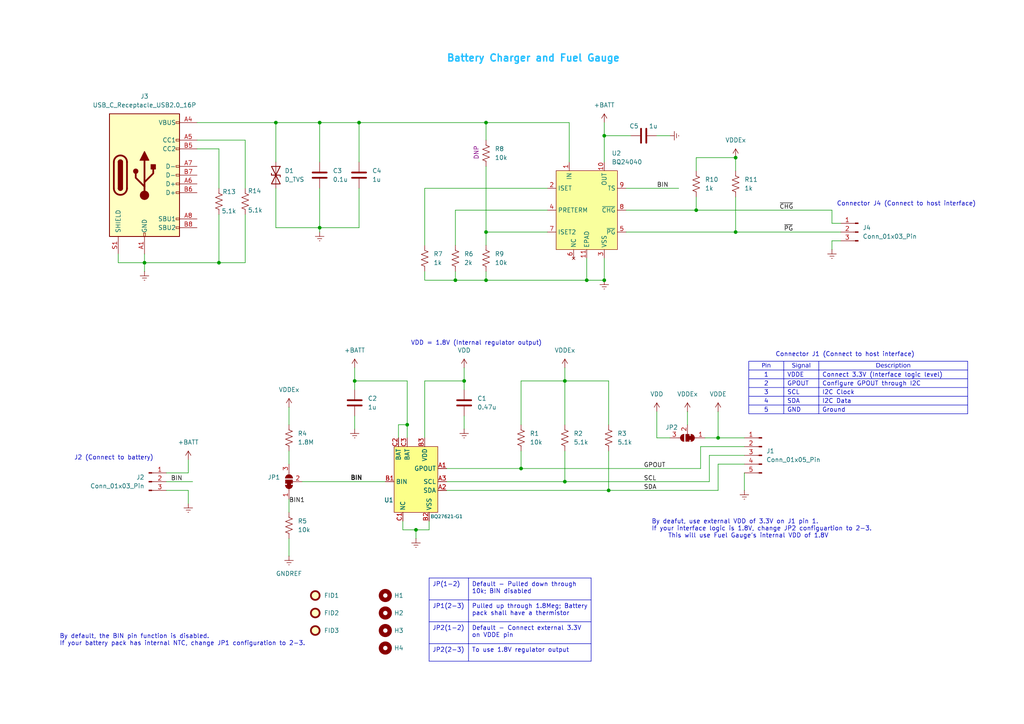
<source format=kicad_sch>
(kicad_sch
	(version 20250114)
	(generator "eeschema")
	(generator_version "9.0")
	(uuid "84a7278e-e014-4f5e-aaae-7ace508187f0")
	(paper "A4")
	(title_block
		(title "Breakout Board: Battery Charger & Fuel gauge")
		(date "2025-08-03")
		(rev "v1")
	)
	(lib_symbols
		(symbol "BCFG_Lib:BQ24040"
			(exclude_from_sim no)
			(in_bom yes)
			(on_board yes)
			(property "Reference" "U"
				(at 0 -3.048 0)
				(effects
					(font
						(size 1.27 1.27)
					)
				)
			)
			(property "Value" "BQ24040"
				(at -0.254 3.048 0)
				(effects
					(font
						(size 1.27 1.27)
					)
				)
			)
			(property "Footprint" "BCFG_FP:WSON-10-1EP_2x2mm_P0.4mm_EP1.5x0.9mm"
				(at 0 0 0)
				(effects
					(font
						(size 1.27 1.27)
					)
					(hide yes)
				)
			)
			(property "Datasheet" "https://tinyurl.com/y3yf5b57"
				(at 0 0 0)
				(effects
					(font
						(size 1.27 1.27)
					)
					(hide yes)
				)
			)
			(property "Description" "IC BATT CHG LI-ION 1CELL 10SON"
				(at 0 0 0)
				(effects
					(font
						(size 1.27 1.27)
					)
					(hide yes)
				)
			)
			(property "MPN" "BQ24040DSQT"
				(at 0 0 0)
				(effects
					(font
						(size 1.27 1.27)
					)
					(hide yes)
				)
			)
			(property "Manufacturer" "Texas Instruments"
				(at 0 0 0)
				(effects
					(font
						(size 1.27 1.27)
					)
					(hide yes)
				)
			)
			(symbol "BQ24040_1_1"
				(rectangle
					(start -8.89 11.43)
					(end 8.89 -11.43)
					(stroke
						(width 0)
						(type solid)
					)
					(fill
						(type color)
						(color 249 255 157 1)
					)
				)
				(pin input line
					(at -11.43 6.35 0)
					(length 2.54)
					(name "ISET"
						(effects
							(font
								(size 1.27 1.27)
							)
						)
					)
					(number "2"
						(effects
							(font
								(size 1.27 1.27)
							)
						)
					)
				)
				(pin input line
					(at -11.43 0 0)
					(length 2.54)
					(name "PRETERM"
						(effects
							(font
								(size 1.27 1.27)
							)
						)
					)
					(number "4"
						(effects
							(font
								(size 1.27 1.27)
							)
						)
					)
				)
				(pin input line
					(at -11.43 -6.35 0)
					(length 2.54)
					(name "ISET2"
						(effects
							(font
								(size 1.27 1.27)
							)
						)
					)
					(number "7"
						(effects
							(font
								(size 1.27 1.27)
							)
						)
					)
				)
				(pin power_in line
					(at -5.08 13.97 270)
					(length 2.54)
					(name "IN"
						(effects
							(font
								(size 1.27 1.27)
							)
						)
					)
					(number "1"
						(effects
							(font
								(size 1.27 1.27)
							)
						)
					)
				)
				(pin no_connect line
					(at -3.81 -13.97 90)
					(length 2.54)
					(name "NC"
						(effects
							(font
								(size 1.27 1.27)
							)
						)
					)
					(number "6"
						(effects
							(font
								(size 1.27 1.27)
							)
						)
					)
				)
				(pin power_out line
					(at 0 -13.97 90)
					(length 2.54)
					(name "EPAD"
						(effects
							(font
								(size 1.27 1.27)
							)
						)
					)
					(number "11"
						(effects
							(font
								(size 1.27 1.27)
							)
						)
					)
				)
				(pin output line
					(at 5.08 13.97 270)
					(length 2.54)
					(name "OUT"
						(effects
							(font
								(size 1.27 1.27)
							)
						)
					)
					(number "10"
						(effects
							(font
								(size 1.27 1.27)
							)
						)
					)
				)
				(pin power_out line
					(at 5.08 -13.97 90)
					(length 2.54)
					(name "VSS"
						(effects
							(font
								(size 1.27 1.27)
							)
						)
					)
					(number "3"
						(effects
							(font
								(size 1.27 1.27)
							)
						)
					)
				)
				(pin input line
					(at 11.43 6.35 180)
					(length 2.54)
					(name "TS"
						(effects
							(font
								(size 1.27 1.27)
							)
						)
					)
					(number "9"
						(effects
							(font
								(size 1.27 1.27)
							)
						)
					)
				)
				(pin open_collector line
					(at 11.43 0 180)
					(length 2.54)
					(name "~{CHG}"
						(effects
							(font
								(size 1.27 1.27)
							)
						)
					)
					(number "8"
						(effects
							(font
								(size 1.27 1.27)
							)
						)
					)
				)
				(pin open_collector line
					(at 11.43 -6.35 180)
					(length 2.54)
					(name "~{PG}"
						(effects
							(font
								(size 1.27 1.27)
							)
						)
					)
					(number "5"
						(effects
							(font
								(size 1.27 1.27)
							)
						)
					)
				)
			)
			(embedded_fonts no)
		)
		(symbol "BOB_Library:bq27621-G1"
			(exclude_from_sim no)
			(in_bom yes)
			(on_board yes)
			(property "Reference" "U1"
				(at -7.874 -9.144 0)
				(effects
					(font
						(size 1.27 1.27)
					)
				)
			)
			(property "Value" "BQ27621-G1"
				(at 8.89 -13.97 0)
				(effects
					(font
						(face "Segoe UI")
						(size 1.016 1.016)
					)
				)
			)
			(property "Footprint" "Package_BGA:Texas_DSBGA-9_1.62x1.58mm_Layout3x3_P0.5mm"
				(at 0 0 0)
				(effects
					(font
						(size 1.27 1.27)
					)
					(hide yes)
				)
			)
			(property "Datasheet" "https://shorturl.at/sL5hD"
				(at 0 0 0)
				(effects
					(font
						(size 1.27 1.27)
					)
					(hide yes)
				)
			)
			(property "Description" "IC BATT FUEL GAUGE LIION 9DSBGA"
				(at 0 0 0)
				(effects
					(font
						(size 1.27 1.27)
					)
					(hide yes)
				)
			)
			(property "MPN" "BQ27621YZFR-G1A"
				(at 0 0 0)
				(effects
					(font
						(size 1.27 1.27)
					)
					(hide yes)
				)
			)
			(property "Manufacturer" "Texas Instruments"
				(at 0 0 0)
				(effects
					(font
						(size 1.27 1.27)
					)
					(hide yes)
				)
			)
			(symbol "bq27621-G1_1_1"
				(rectangle
					(start -6.35 6.35)
					(end 6.35 -12.7)
					(stroke
						(width 0)
						(type solid)
					)
					(fill
						(type color)
						(color 252 255 137 1)
					)
				)
				(pin input line
					(at -8.89 -3.81 0)
					(length 2.54)
					(name "BIN"
						(effects
							(font
								(size 1.27 1.27)
							)
						)
					)
					(number "B1"
						(effects
							(font
								(size 1.27 1.27)
							)
						)
					)
				)
				(pin power_in line
					(at -5.08 8.89 270)
					(length 2.54)
					(name "BAT"
						(effects
							(font
								(size 1.27 1.27)
							)
						)
					)
					(number "C2"
						(effects
							(font
								(size 1.27 1.27)
							)
						)
					)
				)
				(pin power_out line
					(at -3.81 -15.24 90)
					(length 2.54)
					(name "NC"
						(effects
							(font
								(size 1.27 1.27)
							)
						)
					)
					(number "C1"
						(effects
							(font
								(size 1.27 1.27)
							)
						)
					)
				)
				(pin power_in line
					(at -2.54 8.89 270)
					(length 2.54)
					(name "BAT"
						(effects
							(font
								(size 1.27 1.27)
							)
						)
					)
					(number "C3"
						(effects
							(font
								(size 1.27 1.27)
							)
						)
					)
				)
				(pin power_out line
					(at 2.54 8.89 270)
					(length 2.54)
					(name "VDD"
						(effects
							(font
								(size 1.27 1.27)
							)
						)
					)
					(number "B3"
						(effects
							(font
								(size 1.27 1.27)
							)
						)
					)
				)
				(pin power_out line
					(at 3.81 -15.24 90)
					(length 2.54)
					(name "VSS"
						(effects
							(font
								(size 1.27 1.27)
							)
						)
					)
					(number "B2"
						(effects
							(font
								(size 1.27 1.27)
							)
						)
					)
				)
				(pin output line
					(at 8.89 0 180)
					(length 2.54)
					(name "GPOUT"
						(effects
							(font
								(size 1.27 1.27)
							)
						)
					)
					(number "A1"
						(effects
							(font
								(size 1.27 1.27)
							)
						)
					)
				)
				(pin bidirectional line
					(at 8.89 -3.81 180)
					(length 2.54)
					(name "SCL"
						(effects
							(font
								(size 1.27 1.27)
							)
						)
					)
					(number "A3"
						(effects
							(font
								(size 1.27 1.27)
							)
						)
					)
				)
				(pin bidirectional line
					(at 8.89 -6.35 180)
					(length 2.54)
					(name "SDA"
						(effects
							(font
								(size 1.27 1.27)
							)
						)
					)
					(number "A2"
						(effects
							(font
								(size 1.27 1.27)
							)
						)
					)
				)
			)
			(embedded_fonts no)
		)
		(symbol "Connector:Conn_01x03_Pin"
			(pin_names
				(offset 1.016)
				(hide yes)
			)
			(exclude_from_sim no)
			(in_bom yes)
			(on_board yes)
			(property "Reference" "J"
				(at 0 5.08 0)
				(effects
					(font
						(size 1.27 1.27)
					)
				)
			)
			(property "Value" "Conn_01x03_Pin"
				(at 0 -5.08 0)
				(effects
					(font
						(size 1.27 1.27)
					)
				)
			)
			(property "Footprint" ""
				(at 0 0 0)
				(effects
					(font
						(size 1.27 1.27)
					)
					(hide yes)
				)
			)
			(property "Datasheet" "~"
				(at 0 0 0)
				(effects
					(font
						(size 1.27 1.27)
					)
					(hide yes)
				)
			)
			(property "Description" "Generic connector, single row, 01x03, script generated"
				(at 0 0 0)
				(effects
					(font
						(size 1.27 1.27)
					)
					(hide yes)
				)
			)
			(property "ki_locked" ""
				(at 0 0 0)
				(effects
					(font
						(size 1.27 1.27)
					)
				)
			)
			(property "ki_keywords" "connector"
				(at 0 0 0)
				(effects
					(font
						(size 1.27 1.27)
					)
					(hide yes)
				)
			)
			(property "ki_fp_filters" "Connector*:*_1x??_*"
				(at 0 0 0)
				(effects
					(font
						(size 1.27 1.27)
					)
					(hide yes)
				)
			)
			(symbol "Conn_01x03_Pin_1_1"
				(rectangle
					(start 0.8636 2.667)
					(end 0 2.413)
					(stroke
						(width 0.1524)
						(type default)
					)
					(fill
						(type outline)
					)
				)
				(rectangle
					(start 0.8636 0.127)
					(end 0 -0.127)
					(stroke
						(width 0.1524)
						(type default)
					)
					(fill
						(type outline)
					)
				)
				(rectangle
					(start 0.8636 -2.413)
					(end 0 -2.667)
					(stroke
						(width 0.1524)
						(type default)
					)
					(fill
						(type outline)
					)
				)
				(polyline
					(pts
						(xy 1.27 2.54) (xy 0.8636 2.54)
					)
					(stroke
						(width 0.1524)
						(type default)
					)
					(fill
						(type none)
					)
				)
				(polyline
					(pts
						(xy 1.27 0) (xy 0.8636 0)
					)
					(stroke
						(width 0.1524)
						(type default)
					)
					(fill
						(type none)
					)
				)
				(polyline
					(pts
						(xy 1.27 -2.54) (xy 0.8636 -2.54)
					)
					(stroke
						(width 0.1524)
						(type default)
					)
					(fill
						(type none)
					)
				)
				(pin passive line
					(at 5.08 2.54 180)
					(length 3.81)
					(name "Pin_1"
						(effects
							(font
								(size 1.27 1.27)
							)
						)
					)
					(number "1"
						(effects
							(font
								(size 1.27 1.27)
							)
						)
					)
				)
				(pin passive line
					(at 5.08 0 180)
					(length 3.81)
					(name "Pin_2"
						(effects
							(font
								(size 1.27 1.27)
							)
						)
					)
					(number "2"
						(effects
							(font
								(size 1.27 1.27)
							)
						)
					)
				)
				(pin passive line
					(at 5.08 -2.54 180)
					(length 3.81)
					(name "Pin_3"
						(effects
							(font
								(size 1.27 1.27)
							)
						)
					)
					(number "3"
						(effects
							(font
								(size 1.27 1.27)
							)
						)
					)
				)
			)
			(embedded_fonts no)
		)
		(symbol "Connector:Conn_01x05_Pin"
			(pin_names
				(offset 1.016)
				(hide yes)
			)
			(exclude_from_sim no)
			(in_bom yes)
			(on_board yes)
			(property "Reference" "J"
				(at 0 7.62 0)
				(effects
					(font
						(size 1.27 1.27)
					)
				)
			)
			(property "Value" "Conn_01x05_Pin"
				(at 0 -7.62 0)
				(effects
					(font
						(size 1.27 1.27)
					)
				)
			)
			(property "Footprint" ""
				(at 0 0 0)
				(effects
					(font
						(size 1.27 1.27)
					)
					(hide yes)
				)
			)
			(property "Datasheet" "~"
				(at 0 0 0)
				(effects
					(font
						(size 1.27 1.27)
					)
					(hide yes)
				)
			)
			(property "Description" "Generic connector, single row, 01x05, script generated"
				(at 0 0 0)
				(effects
					(font
						(size 1.27 1.27)
					)
					(hide yes)
				)
			)
			(property "ki_locked" ""
				(at 0 0 0)
				(effects
					(font
						(size 1.27 1.27)
					)
				)
			)
			(property "ki_keywords" "connector"
				(at 0 0 0)
				(effects
					(font
						(size 1.27 1.27)
					)
					(hide yes)
				)
			)
			(property "ki_fp_filters" "Connector*:*_1x??_*"
				(at 0 0 0)
				(effects
					(font
						(size 1.27 1.27)
					)
					(hide yes)
				)
			)
			(symbol "Conn_01x05_Pin_1_1"
				(rectangle
					(start 0.8636 5.207)
					(end 0 4.953)
					(stroke
						(width 0.1524)
						(type default)
					)
					(fill
						(type outline)
					)
				)
				(rectangle
					(start 0.8636 2.667)
					(end 0 2.413)
					(stroke
						(width 0.1524)
						(type default)
					)
					(fill
						(type outline)
					)
				)
				(rectangle
					(start 0.8636 0.127)
					(end 0 -0.127)
					(stroke
						(width 0.1524)
						(type default)
					)
					(fill
						(type outline)
					)
				)
				(rectangle
					(start 0.8636 -2.413)
					(end 0 -2.667)
					(stroke
						(width 0.1524)
						(type default)
					)
					(fill
						(type outline)
					)
				)
				(rectangle
					(start 0.8636 -4.953)
					(end 0 -5.207)
					(stroke
						(width 0.1524)
						(type default)
					)
					(fill
						(type outline)
					)
				)
				(polyline
					(pts
						(xy 1.27 5.08) (xy 0.8636 5.08)
					)
					(stroke
						(width 0.1524)
						(type default)
					)
					(fill
						(type none)
					)
				)
				(polyline
					(pts
						(xy 1.27 2.54) (xy 0.8636 2.54)
					)
					(stroke
						(width 0.1524)
						(type default)
					)
					(fill
						(type none)
					)
				)
				(polyline
					(pts
						(xy 1.27 0) (xy 0.8636 0)
					)
					(stroke
						(width 0.1524)
						(type default)
					)
					(fill
						(type none)
					)
				)
				(polyline
					(pts
						(xy 1.27 -2.54) (xy 0.8636 -2.54)
					)
					(stroke
						(width 0.1524)
						(type default)
					)
					(fill
						(type none)
					)
				)
				(polyline
					(pts
						(xy 1.27 -5.08) (xy 0.8636 -5.08)
					)
					(stroke
						(width 0.1524)
						(type default)
					)
					(fill
						(type none)
					)
				)
				(pin passive line
					(at 5.08 5.08 180)
					(length 3.81)
					(name "Pin_1"
						(effects
							(font
								(size 1.27 1.27)
							)
						)
					)
					(number "1"
						(effects
							(font
								(size 1.27 1.27)
							)
						)
					)
				)
				(pin passive line
					(at 5.08 2.54 180)
					(length 3.81)
					(name "Pin_2"
						(effects
							(font
								(size 1.27 1.27)
							)
						)
					)
					(number "2"
						(effects
							(font
								(size 1.27 1.27)
							)
						)
					)
				)
				(pin passive line
					(at 5.08 0 180)
					(length 3.81)
					(name "Pin_3"
						(effects
							(font
								(size 1.27 1.27)
							)
						)
					)
					(number "3"
						(effects
							(font
								(size 1.27 1.27)
							)
						)
					)
				)
				(pin passive line
					(at 5.08 -2.54 180)
					(length 3.81)
					(name "Pin_4"
						(effects
							(font
								(size 1.27 1.27)
							)
						)
					)
					(number "4"
						(effects
							(font
								(size 1.27 1.27)
							)
						)
					)
				)
				(pin passive line
					(at 5.08 -5.08 180)
					(length 3.81)
					(name "Pin_5"
						(effects
							(font
								(size 1.27 1.27)
							)
						)
					)
					(number "5"
						(effects
							(font
								(size 1.27 1.27)
							)
						)
					)
				)
			)
			(embedded_fonts no)
		)
		(symbol "Connector:USB_C_Receptacle_USB2.0_16P"
			(pin_names
				(offset 1.016)
			)
			(exclude_from_sim no)
			(in_bom yes)
			(on_board yes)
			(property "Reference" "J"
				(at 0 22.225 0)
				(effects
					(font
						(size 1.27 1.27)
					)
				)
			)
			(property "Value" "USB_C_Receptacle_USB2.0_16P"
				(at 0 19.685 0)
				(effects
					(font
						(size 1.27 1.27)
					)
				)
			)
			(property "Footprint" ""
				(at 3.81 0 0)
				(effects
					(font
						(size 1.27 1.27)
					)
					(hide yes)
				)
			)
			(property "Datasheet" "https://www.usb.org/sites/default/files/documents/usb_type-c.zip"
				(at 3.81 0 0)
				(effects
					(font
						(size 1.27 1.27)
					)
					(hide yes)
				)
			)
			(property "Description" "USB 2.0-only 16P Type-C Receptacle connector"
				(at 0 0 0)
				(effects
					(font
						(size 1.27 1.27)
					)
					(hide yes)
				)
			)
			(property "ki_keywords" "usb universal serial bus type-C USB2.0"
				(at 0 0 0)
				(effects
					(font
						(size 1.27 1.27)
					)
					(hide yes)
				)
			)
			(property "ki_fp_filters" "USB*C*Receptacle*"
				(at 0 0 0)
				(effects
					(font
						(size 1.27 1.27)
					)
					(hide yes)
				)
			)
			(symbol "USB_C_Receptacle_USB2.0_16P_0_0"
				(rectangle
					(start -0.254 -17.78)
					(end 0.254 -16.764)
					(stroke
						(width 0)
						(type default)
					)
					(fill
						(type none)
					)
				)
				(rectangle
					(start 10.16 15.494)
					(end 9.144 14.986)
					(stroke
						(width 0)
						(type default)
					)
					(fill
						(type none)
					)
				)
				(rectangle
					(start 10.16 10.414)
					(end 9.144 9.906)
					(stroke
						(width 0)
						(type default)
					)
					(fill
						(type none)
					)
				)
				(rectangle
					(start 10.16 7.874)
					(end 9.144 7.366)
					(stroke
						(width 0)
						(type default)
					)
					(fill
						(type none)
					)
				)
				(rectangle
					(start 10.16 2.794)
					(end 9.144 2.286)
					(stroke
						(width 0)
						(type default)
					)
					(fill
						(type none)
					)
				)
				(rectangle
					(start 10.16 0.254)
					(end 9.144 -0.254)
					(stroke
						(width 0)
						(type default)
					)
					(fill
						(type none)
					)
				)
				(rectangle
					(start 10.16 -2.286)
					(end 9.144 -2.794)
					(stroke
						(width 0)
						(type default)
					)
					(fill
						(type none)
					)
				)
				(rectangle
					(start 10.16 -4.826)
					(end 9.144 -5.334)
					(stroke
						(width 0)
						(type default)
					)
					(fill
						(type none)
					)
				)
				(rectangle
					(start 10.16 -12.446)
					(end 9.144 -12.954)
					(stroke
						(width 0)
						(type default)
					)
					(fill
						(type none)
					)
				)
				(rectangle
					(start 10.16 -14.986)
					(end 9.144 -15.494)
					(stroke
						(width 0)
						(type default)
					)
					(fill
						(type none)
					)
				)
			)
			(symbol "USB_C_Receptacle_USB2.0_16P_0_1"
				(rectangle
					(start -10.16 17.78)
					(end 10.16 -17.78)
					(stroke
						(width 0.254)
						(type default)
					)
					(fill
						(type background)
					)
				)
				(polyline
					(pts
						(xy -8.89 -3.81) (xy -8.89 3.81)
					)
					(stroke
						(width 0.508)
						(type default)
					)
					(fill
						(type none)
					)
				)
				(rectangle
					(start -7.62 -3.81)
					(end -6.35 3.81)
					(stroke
						(width 0.254)
						(type default)
					)
					(fill
						(type outline)
					)
				)
				(arc
					(start -7.62 3.81)
					(mid -6.985 4.4423)
					(end -6.35 3.81)
					(stroke
						(width 0.254)
						(type default)
					)
					(fill
						(type none)
					)
				)
				(arc
					(start -7.62 3.81)
					(mid -6.985 4.4423)
					(end -6.35 3.81)
					(stroke
						(width 0.254)
						(type default)
					)
					(fill
						(type outline)
					)
				)
				(arc
					(start -8.89 3.81)
					(mid -6.985 5.7067)
					(end -5.08 3.81)
					(stroke
						(width 0.508)
						(type default)
					)
					(fill
						(type none)
					)
				)
				(arc
					(start -5.08 -3.81)
					(mid -6.985 -5.7067)
					(end -8.89 -3.81)
					(stroke
						(width 0.508)
						(type default)
					)
					(fill
						(type none)
					)
				)
				(arc
					(start -6.35 -3.81)
					(mid -6.985 -4.4423)
					(end -7.62 -3.81)
					(stroke
						(width 0.254)
						(type default)
					)
					(fill
						(type none)
					)
				)
				(arc
					(start -6.35 -3.81)
					(mid -6.985 -4.4423)
					(end -7.62 -3.81)
					(stroke
						(width 0.254)
						(type default)
					)
					(fill
						(type outline)
					)
				)
				(polyline
					(pts
						(xy -5.08 3.81) (xy -5.08 -3.81)
					)
					(stroke
						(width 0.508)
						(type default)
					)
					(fill
						(type none)
					)
				)
				(circle
					(center -2.54 1.143)
					(radius 0.635)
					(stroke
						(width 0.254)
						(type default)
					)
					(fill
						(type outline)
					)
				)
				(polyline
					(pts
						(xy -1.27 4.318) (xy 0 6.858) (xy 1.27 4.318) (xy -1.27 4.318)
					)
					(stroke
						(width 0.254)
						(type default)
					)
					(fill
						(type outline)
					)
				)
				(polyline
					(pts
						(xy 0 -2.032) (xy 2.54 0.508) (xy 2.54 1.778)
					)
					(stroke
						(width 0.508)
						(type default)
					)
					(fill
						(type none)
					)
				)
				(polyline
					(pts
						(xy 0 -3.302) (xy -2.54 -0.762) (xy -2.54 0.508)
					)
					(stroke
						(width 0.508)
						(type default)
					)
					(fill
						(type none)
					)
				)
				(polyline
					(pts
						(xy 0 -5.842) (xy 0 4.318)
					)
					(stroke
						(width 0.508)
						(type default)
					)
					(fill
						(type none)
					)
				)
				(circle
					(center 0 -5.842)
					(radius 1.27)
					(stroke
						(width 0)
						(type default)
					)
					(fill
						(type outline)
					)
				)
				(rectangle
					(start 1.905 1.778)
					(end 3.175 3.048)
					(stroke
						(width 0.254)
						(type default)
					)
					(fill
						(type outline)
					)
				)
			)
			(symbol "USB_C_Receptacle_USB2.0_16P_1_1"
				(pin passive line
					(at -7.62 -22.86 90)
					(length 5.08)
					(name "SHIELD"
						(effects
							(font
								(size 1.27 1.27)
							)
						)
					)
					(number "S1"
						(effects
							(font
								(size 1.27 1.27)
							)
						)
					)
				)
				(pin passive line
					(at 0 -22.86 90)
					(length 5.08)
					(name "GND"
						(effects
							(font
								(size 1.27 1.27)
							)
						)
					)
					(number "A1"
						(effects
							(font
								(size 1.27 1.27)
							)
						)
					)
				)
				(pin passive line
					(at 0 -22.86 90)
					(length 5.08)
					(hide yes)
					(name "GND"
						(effects
							(font
								(size 1.27 1.27)
							)
						)
					)
					(number "A12"
						(effects
							(font
								(size 1.27 1.27)
							)
						)
					)
				)
				(pin passive line
					(at 0 -22.86 90)
					(length 5.08)
					(hide yes)
					(name "GND"
						(effects
							(font
								(size 1.27 1.27)
							)
						)
					)
					(number "B1"
						(effects
							(font
								(size 1.27 1.27)
							)
						)
					)
				)
				(pin passive line
					(at 0 -22.86 90)
					(length 5.08)
					(hide yes)
					(name "GND"
						(effects
							(font
								(size 1.27 1.27)
							)
						)
					)
					(number "B12"
						(effects
							(font
								(size 1.27 1.27)
							)
						)
					)
				)
				(pin passive line
					(at 15.24 15.24 180)
					(length 5.08)
					(name "VBUS"
						(effects
							(font
								(size 1.27 1.27)
							)
						)
					)
					(number "A4"
						(effects
							(font
								(size 1.27 1.27)
							)
						)
					)
				)
				(pin passive line
					(at 15.24 15.24 180)
					(length 5.08)
					(hide yes)
					(name "VBUS"
						(effects
							(font
								(size 1.27 1.27)
							)
						)
					)
					(number "A9"
						(effects
							(font
								(size 1.27 1.27)
							)
						)
					)
				)
				(pin passive line
					(at 15.24 15.24 180)
					(length 5.08)
					(hide yes)
					(name "VBUS"
						(effects
							(font
								(size 1.27 1.27)
							)
						)
					)
					(number "B4"
						(effects
							(font
								(size 1.27 1.27)
							)
						)
					)
				)
				(pin passive line
					(at 15.24 15.24 180)
					(length 5.08)
					(hide yes)
					(name "VBUS"
						(effects
							(font
								(size 1.27 1.27)
							)
						)
					)
					(number "B9"
						(effects
							(font
								(size 1.27 1.27)
							)
						)
					)
				)
				(pin bidirectional line
					(at 15.24 10.16 180)
					(length 5.08)
					(name "CC1"
						(effects
							(font
								(size 1.27 1.27)
							)
						)
					)
					(number "A5"
						(effects
							(font
								(size 1.27 1.27)
							)
						)
					)
				)
				(pin bidirectional line
					(at 15.24 7.62 180)
					(length 5.08)
					(name "CC2"
						(effects
							(font
								(size 1.27 1.27)
							)
						)
					)
					(number "B5"
						(effects
							(font
								(size 1.27 1.27)
							)
						)
					)
				)
				(pin bidirectional line
					(at 15.24 2.54 180)
					(length 5.08)
					(name "D-"
						(effects
							(font
								(size 1.27 1.27)
							)
						)
					)
					(number "A7"
						(effects
							(font
								(size 1.27 1.27)
							)
						)
					)
				)
				(pin bidirectional line
					(at 15.24 0 180)
					(length 5.08)
					(name "D-"
						(effects
							(font
								(size 1.27 1.27)
							)
						)
					)
					(number "B7"
						(effects
							(font
								(size 1.27 1.27)
							)
						)
					)
				)
				(pin bidirectional line
					(at 15.24 -2.54 180)
					(length 5.08)
					(name "D+"
						(effects
							(font
								(size 1.27 1.27)
							)
						)
					)
					(number "A6"
						(effects
							(font
								(size 1.27 1.27)
							)
						)
					)
				)
				(pin bidirectional line
					(at 15.24 -5.08 180)
					(length 5.08)
					(name "D+"
						(effects
							(font
								(size 1.27 1.27)
							)
						)
					)
					(number "B6"
						(effects
							(font
								(size 1.27 1.27)
							)
						)
					)
				)
				(pin bidirectional line
					(at 15.24 -12.7 180)
					(length 5.08)
					(name "SBU1"
						(effects
							(font
								(size 1.27 1.27)
							)
						)
					)
					(number "A8"
						(effects
							(font
								(size 1.27 1.27)
							)
						)
					)
				)
				(pin bidirectional line
					(at 15.24 -15.24 180)
					(length 5.08)
					(name "SBU2"
						(effects
							(font
								(size 1.27 1.27)
							)
						)
					)
					(number "B8"
						(effects
							(font
								(size 1.27 1.27)
							)
						)
					)
				)
			)
			(embedded_fonts no)
		)
		(symbol "Device:C"
			(pin_numbers
				(hide yes)
			)
			(pin_names
				(offset 0.254)
			)
			(exclude_from_sim no)
			(in_bom yes)
			(on_board yes)
			(property "Reference" "C"
				(at 0.635 2.54 0)
				(effects
					(font
						(size 1.27 1.27)
					)
					(justify left)
				)
			)
			(property "Value" "C"
				(at 0.635 -2.54 0)
				(effects
					(font
						(size 1.27 1.27)
					)
					(justify left)
				)
			)
			(property "Footprint" ""
				(at 0.9652 -3.81 0)
				(effects
					(font
						(size 1.27 1.27)
					)
					(hide yes)
				)
			)
			(property "Datasheet" "~"
				(at 0 0 0)
				(effects
					(font
						(size 1.27 1.27)
					)
					(hide yes)
				)
			)
			(property "Description" "Unpolarized capacitor"
				(at 0 0 0)
				(effects
					(font
						(size 1.27 1.27)
					)
					(hide yes)
				)
			)
			(property "ki_keywords" "cap capacitor"
				(at 0 0 0)
				(effects
					(font
						(size 1.27 1.27)
					)
					(hide yes)
				)
			)
			(property "ki_fp_filters" "C_*"
				(at 0 0 0)
				(effects
					(font
						(size 1.27 1.27)
					)
					(hide yes)
				)
			)
			(symbol "C_0_1"
				(polyline
					(pts
						(xy -2.032 0.762) (xy 2.032 0.762)
					)
					(stroke
						(width 0.508)
						(type default)
					)
					(fill
						(type none)
					)
				)
				(polyline
					(pts
						(xy -2.032 -0.762) (xy 2.032 -0.762)
					)
					(stroke
						(width 0.508)
						(type default)
					)
					(fill
						(type none)
					)
				)
			)
			(symbol "C_1_1"
				(pin passive line
					(at 0 3.81 270)
					(length 2.794)
					(name "~"
						(effects
							(font
								(size 1.27 1.27)
							)
						)
					)
					(number "1"
						(effects
							(font
								(size 1.27 1.27)
							)
						)
					)
				)
				(pin passive line
					(at 0 -3.81 90)
					(length 2.794)
					(name "~"
						(effects
							(font
								(size 1.27 1.27)
							)
						)
					)
					(number "2"
						(effects
							(font
								(size 1.27 1.27)
							)
						)
					)
				)
			)
			(embedded_fonts no)
		)
		(symbol "Device:D_TVS"
			(pin_numbers
				(hide yes)
			)
			(pin_names
				(offset 1.016)
				(hide yes)
			)
			(exclude_from_sim no)
			(in_bom yes)
			(on_board yes)
			(property "Reference" "D"
				(at 0 2.54 0)
				(effects
					(font
						(size 1.27 1.27)
					)
				)
			)
			(property "Value" "D_TVS"
				(at 0 -2.54 0)
				(effects
					(font
						(size 1.27 1.27)
					)
				)
			)
			(property "Footprint" ""
				(at 0 0 0)
				(effects
					(font
						(size 1.27 1.27)
					)
					(hide yes)
				)
			)
			(property "Datasheet" "~"
				(at 0 0 0)
				(effects
					(font
						(size 1.27 1.27)
					)
					(hide yes)
				)
			)
			(property "Description" "Bidirectional transient-voltage-suppression diode"
				(at 0 0 0)
				(effects
					(font
						(size 1.27 1.27)
					)
					(hide yes)
				)
			)
			(property "ki_keywords" "diode TVS thyrector"
				(at 0 0 0)
				(effects
					(font
						(size 1.27 1.27)
					)
					(hide yes)
				)
			)
			(property "ki_fp_filters" "TO-???* *_Diode_* *SingleDiode* D_*"
				(at 0 0 0)
				(effects
					(font
						(size 1.27 1.27)
					)
					(hide yes)
				)
			)
			(symbol "D_TVS_0_1"
				(polyline
					(pts
						(xy -2.54 1.27) (xy -2.54 -1.27) (xy 2.54 1.27) (xy 2.54 -1.27) (xy -2.54 1.27)
					)
					(stroke
						(width 0.254)
						(type default)
					)
					(fill
						(type none)
					)
				)
				(polyline
					(pts
						(xy 0.508 1.27) (xy 0 1.27) (xy 0 -1.27) (xy -0.508 -1.27)
					)
					(stroke
						(width 0.254)
						(type default)
					)
					(fill
						(type none)
					)
				)
				(polyline
					(pts
						(xy 1.27 0) (xy -1.27 0)
					)
					(stroke
						(width 0)
						(type default)
					)
					(fill
						(type none)
					)
				)
			)
			(symbol "D_TVS_1_1"
				(pin passive line
					(at -3.81 0 0)
					(length 2.54)
					(name "A1"
						(effects
							(font
								(size 1.27 1.27)
							)
						)
					)
					(number "1"
						(effects
							(font
								(size 1.27 1.27)
							)
						)
					)
				)
				(pin passive line
					(at 3.81 0 180)
					(length 2.54)
					(name "A2"
						(effects
							(font
								(size 1.27 1.27)
							)
						)
					)
					(number "2"
						(effects
							(font
								(size 1.27 1.27)
							)
						)
					)
				)
			)
			(embedded_fonts no)
		)
		(symbol "Device:R_US"
			(pin_numbers
				(hide yes)
			)
			(pin_names
				(offset 0)
			)
			(exclude_from_sim no)
			(in_bom yes)
			(on_board yes)
			(property "Reference" "R"
				(at 2.54 0 90)
				(effects
					(font
						(size 1.27 1.27)
					)
				)
			)
			(property "Value" "R_US"
				(at -2.54 0 90)
				(effects
					(font
						(size 1.27 1.27)
					)
				)
			)
			(property "Footprint" ""
				(at 1.016 -0.254 90)
				(effects
					(font
						(size 1.27 1.27)
					)
					(hide yes)
				)
			)
			(property "Datasheet" "~"
				(at 0 0 0)
				(effects
					(font
						(size 1.27 1.27)
					)
					(hide yes)
				)
			)
			(property "Description" "Resistor, US symbol"
				(at 0 0 0)
				(effects
					(font
						(size 1.27 1.27)
					)
					(hide yes)
				)
			)
			(property "ki_keywords" "R res resistor"
				(at 0 0 0)
				(effects
					(font
						(size 1.27 1.27)
					)
					(hide yes)
				)
			)
			(property "ki_fp_filters" "R_*"
				(at 0 0 0)
				(effects
					(font
						(size 1.27 1.27)
					)
					(hide yes)
				)
			)
			(symbol "R_US_0_1"
				(polyline
					(pts
						(xy 0 2.286) (xy 0 2.54)
					)
					(stroke
						(width 0)
						(type default)
					)
					(fill
						(type none)
					)
				)
				(polyline
					(pts
						(xy 0 2.286) (xy 1.016 1.905) (xy 0 1.524) (xy -1.016 1.143) (xy 0 0.762)
					)
					(stroke
						(width 0)
						(type default)
					)
					(fill
						(type none)
					)
				)
				(polyline
					(pts
						(xy 0 0.762) (xy 1.016 0.381) (xy 0 0) (xy -1.016 -0.381) (xy 0 -0.762)
					)
					(stroke
						(width 0)
						(type default)
					)
					(fill
						(type none)
					)
				)
				(polyline
					(pts
						(xy 0 -0.762) (xy 1.016 -1.143) (xy 0 -1.524) (xy -1.016 -1.905) (xy 0 -2.286)
					)
					(stroke
						(width 0)
						(type default)
					)
					(fill
						(type none)
					)
				)
				(polyline
					(pts
						(xy 0 -2.286) (xy 0 -2.54)
					)
					(stroke
						(width 0)
						(type default)
					)
					(fill
						(type none)
					)
				)
			)
			(symbol "R_US_1_1"
				(pin passive line
					(at 0 3.81 270)
					(length 1.27)
					(name "~"
						(effects
							(font
								(size 1.27 1.27)
							)
						)
					)
					(number "1"
						(effects
							(font
								(size 1.27 1.27)
							)
						)
					)
				)
				(pin passive line
					(at 0 -3.81 90)
					(length 1.27)
					(name "~"
						(effects
							(font
								(size 1.27 1.27)
							)
						)
					)
					(number "2"
						(effects
							(font
								(size 1.27 1.27)
							)
						)
					)
				)
			)
			(embedded_fonts no)
		)
		(symbol "Jumper:SolderJumper_3_Bridged12"
			(pin_names
				(offset 0)
				(hide yes)
			)
			(exclude_from_sim no)
			(in_bom no)
			(on_board yes)
			(property "Reference" "JP"
				(at -2.54 -2.54 0)
				(effects
					(font
						(size 1.27 1.27)
					)
				)
			)
			(property "Value" "SolderJumper_3_Bridged12"
				(at 0 2.794 0)
				(effects
					(font
						(size 1.27 1.27)
					)
				)
			)
			(property "Footprint" ""
				(at 0 0 0)
				(effects
					(font
						(size 1.27 1.27)
					)
					(hide yes)
				)
			)
			(property "Datasheet" "~"
				(at 0 0 0)
				(effects
					(font
						(size 1.27 1.27)
					)
					(hide yes)
				)
			)
			(property "Description" "3-pole Solder Jumper, pins 1+2 closed/bridged"
				(at 0 0 0)
				(effects
					(font
						(size 1.27 1.27)
					)
					(hide yes)
				)
			)
			(property "ki_keywords" "Solder Jumper SPDT"
				(at 0 0 0)
				(effects
					(font
						(size 1.27 1.27)
					)
					(hide yes)
				)
			)
			(property "ki_fp_filters" "SolderJumper*Bridged12*"
				(at 0 0 0)
				(effects
					(font
						(size 1.27 1.27)
					)
					(hide yes)
				)
			)
			(symbol "SolderJumper_3_Bridged12_0_1"
				(polyline
					(pts
						(xy -2.54 0) (xy -2.032 0)
					)
					(stroke
						(width 0)
						(type default)
					)
					(fill
						(type none)
					)
				)
				(polyline
					(pts
						(xy -1.016 1.016) (xy -1.016 -1.016)
					)
					(stroke
						(width 0)
						(type default)
					)
					(fill
						(type none)
					)
				)
				(rectangle
					(start -1.016 0.508)
					(end -0.508 -0.508)
					(stroke
						(width 0)
						(type default)
					)
					(fill
						(type outline)
					)
				)
				(arc
					(start -1.016 -1.016)
					(mid -2.0276 0)
					(end -1.016 1.016)
					(stroke
						(width 0)
						(type default)
					)
					(fill
						(type none)
					)
				)
				(arc
					(start -1.016 -1.016)
					(mid -2.0276 0)
					(end -1.016 1.016)
					(stroke
						(width 0)
						(type default)
					)
					(fill
						(type outline)
					)
				)
				(rectangle
					(start -0.508 1.016)
					(end 0.508 -1.016)
					(stroke
						(width 0)
						(type default)
					)
					(fill
						(type outline)
					)
				)
				(polyline
					(pts
						(xy 0 -1.27) (xy 0 -1.016)
					)
					(stroke
						(width 0)
						(type default)
					)
					(fill
						(type none)
					)
				)
				(arc
					(start 1.016 1.016)
					(mid 2.0276 0)
					(end 1.016 -1.016)
					(stroke
						(width 0)
						(type default)
					)
					(fill
						(type none)
					)
				)
				(arc
					(start 1.016 1.016)
					(mid 2.0276 0)
					(end 1.016 -1.016)
					(stroke
						(width 0)
						(type default)
					)
					(fill
						(type outline)
					)
				)
				(polyline
					(pts
						(xy 1.016 1.016) (xy 1.016 -1.016)
					)
					(stroke
						(width 0)
						(type default)
					)
					(fill
						(type none)
					)
				)
				(polyline
					(pts
						(xy 2.54 0) (xy 2.032 0)
					)
					(stroke
						(width 0)
						(type default)
					)
					(fill
						(type none)
					)
				)
			)
			(symbol "SolderJumper_3_Bridged12_1_1"
				(pin passive line
					(at -5.08 0 0)
					(length 2.54)
					(name "A"
						(effects
							(font
								(size 1.27 1.27)
							)
						)
					)
					(number "1"
						(effects
							(font
								(size 1.27 1.27)
							)
						)
					)
				)
				(pin passive line
					(at 0 -3.81 90)
					(length 2.54)
					(name "C"
						(effects
							(font
								(size 1.27 1.27)
							)
						)
					)
					(number "2"
						(effects
							(font
								(size 1.27 1.27)
							)
						)
					)
				)
				(pin passive line
					(at 5.08 0 180)
					(length 2.54)
					(name "B"
						(effects
							(font
								(size 1.27 1.27)
							)
						)
					)
					(number "3"
						(effects
							(font
								(size 1.27 1.27)
							)
						)
					)
				)
			)
			(embedded_fonts no)
		)
		(symbol "Mechanical:Fiducial"
			(exclude_from_sim no)
			(in_bom no)
			(on_board yes)
			(property "Reference" "FID"
				(at 0 5.08 0)
				(effects
					(font
						(size 1.27 1.27)
					)
				)
			)
			(property "Value" "Fiducial"
				(at 0 3.175 0)
				(effects
					(font
						(size 1.27 1.27)
					)
				)
			)
			(property "Footprint" ""
				(at 0 0 0)
				(effects
					(font
						(size 1.27 1.27)
					)
					(hide yes)
				)
			)
			(property "Datasheet" "~"
				(at 0 0 0)
				(effects
					(font
						(size 1.27 1.27)
					)
					(hide yes)
				)
			)
			(property "Description" "Fiducial Marker"
				(at 0 0 0)
				(effects
					(font
						(size 1.27 1.27)
					)
					(hide yes)
				)
			)
			(property "ki_keywords" "fiducial marker"
				(at 0 0 0)
				(effects
					(font
						(size 1.27 1.27)
					)
					(hide yes)
				)
			)
			(property "ki_fp_filters" "Fiducial*"
				(at 0 0 0)
				(effects
					(font
						(size 1.27 1.27)
					)
					(hide yes)
				)
			)
			(symbol "Fiducial_0_1"
				(circle
					(center 0 0)
					(radius 1.27)
					(stroke
						(width 0.508)
						(type default)
					)
					(fill
						(type background)
					)
				)
			)
			(embedded_fonts no)
		)
		(symbol "Mechanical:MountingHole"
			(pin_names
				(offset 1.016)
			)
			(exclude_from_sim no)
			(in_bom no)
			(on_board yes)
			(property "Reference" "H"
				(at 0 5.08 0)
				(effects
					(font
						(size 1.27 1.27)
					)
				)
			)
			(property "Value" "MountingHole"
				(at 0 3.175 0)
				(effects
					(font
						(size 1.27 1.27)
					)
				)
			)
			(property "Footprint" ""
				(at 0 0 0)
				(effects
					(font
						(size 1.27 1.27)
					)
					(hide yes)
				)
			)
			(property "Datasheet" "~"
				(at 0 0 0)
				(effects
					(font
						(size 1.27 1.27)
					)
					(hide yes)
				)
			)
			(property "Description" "Mounting Hole without connection"
				(at 0 0 0)
				(effects
					(font
						(size 1.27 1.27)
					)
					(hide yes)
				)
			)
			(property "ki_keywords" "mounting hole"
				(at 0 0 0)
				(effects
					(font
						(size 1.27 1.27)
					)
					(hide yes)
				)
			)
			(property "ki_fp_filters" "MountingHole*"
				(at 0 0 0)
				(effects
					(font
						(size 1.27 1.27)
					)
					(hide yes)
				)
			)
			(symbol "MountingHole_0_1"
				(circle
					(center 0 0)
					(radius 1.27)
					(stroke
						(width 1.27)
						(type default)
					)
					(fill
						(type none)
					)
				)
			)
			(embedded_fonts no)
		)
		(symbol "power:+BATT"
			(power)
			(pin_numbers
				(hide yes)
			)
			(pin_names
				(offset 0)
				(hide yes)
			)
			(exclude_from_sim no)
			(in_bom yes)
			(on_board yes)
			(property "Reference" "#PWR"
				(at 0 -3.81 0)
				(effects
					(font
						(size 1.27 1.27)
					)
					(hide yes)
				)
			)
			(property "Value" "+BATT"
				(at 0 3.556 0)
				(effects
					(font
						(size 1.27 1.27)
					)
				)
			)
			(property "Footprint" ""
				(at 0 0 0)
				(effects
					(font
						(size 1.27 1.27)
					)
					(hide yes)
				)
			)
			(property "Datasheet" ""
				(at 0 0 0)
				(effects
					(font
						(size 1.27 1.27)
					)
					(hide yes)
				)
			)
			(property "Description" "Power symbol creates a global label with name \"+BATT\""
				(at 0 0 0)
				(effects
					(font
						(size 1.27 1.27)
					)
					(hide yes)
				)
			)
			(property "ki_keywords" "global power battery"
				(at 0 0 0)
				(effects
					(font
						(size 1.27 1.27)
					)
					(hide yes)
				)
			)
			(symbol "+BATT_0_1"
				(polyline
					(pts
						(xy -0.762 1.27) (xy 0 2.54)
					)
					(stroke
						(width 0)
						(type default)
					)
					(fill
						(type none)
					)
				)
				(polyline
					(pts
						(xy 0 2.54) (xy 0.762 1.27)
					)
					(stroke
						(width 0)
						(type default)
					)
					(fill
						(type none)
					)
				)
				(polyline
					(pts
						(xy 0 0) (xy 0 2.54)
					)
					(stroke
						(width 0)
						(type default)
					)
					(fill
						(type none)
					)
				)
			)
			(symbol "+BATT_1_1"
				(pin power_in line
					(at 0 0 90)
					(length 0)
					(name "~"
						(effects
							(font
								(size 1.27 1.27)
							)
						)
					)
					(number "1"
						(effects
							(font
								(size 1.27 1.27)
							)
						)
					)
				)
			)
			(embedded_fonts no)
		)
		(symbol "power:GNDREF"
			(power)
			(pin_numbers
				(hide yes)
			)
			(pin_names
				(offset 0)
				(hide yes)
			)
			(exclude_from_sim no)
			(in_bom yes)
			(on_board yes)
			(property "Reference" "#PWR"
				(at 0 -6.35 0)
				(effects
					(font
						(size 1.27 1.27)
					)
					(hide yes)
				)
			)
			(property "Value" "GNDREF"
				(at 0 -3.81 0)
				(effects
					(font
						(size 1.27 1.27)
					)
				)
			)
			(property "Footprint" ""
				(at 0 0 0)
				(effects
					(font
						(size 1.27 1.27)
					)
					(hide yes)
				)
			)
			(property "Datasheet" ""
				(at 0 0 0)
				(effects
					(font
						(size 1.27 1.27)
					)
					(hide yes)
				)
			)
			(property "Description" "Power symbol creates a global label with name \"GNDREF\" , reference supply ground"
				(at 0 0 0)
				(effects
					(font
						(size 1.27 1.27)
					)
					(hide yes)
				)
			)
			(property "ki_keywords" "global power"
				(at 0 0 0)
				(effects
					(font
						(size 1.27 1.27)
					)
					(hide yes)
				)
			)
			(symbol "GNDREF_0_1"
				(polyline
					(pts
						(xy -0.635 -1.905) (xy 0.635 -1.905)
					)
					(stroke
						(width 0)
						(type default)
					)
					(fill
						(type none)
					)
				)
				(polyline
					(pts
						(xy -0.127 -2.54) (xy 0.127 -2.54)
					)
					(stroke
						(width 0)
						(type default)
					)
					(fill
						(type none)
					)
				)
				(polyline
					(pts
						(xy 0 -1.27) (xy 0 0)
					)
					(stroke
						(width 0)
						(type default)
					)
					(fill
						(type none)
					)
				)
				(polyline
					(pts
						(xy 1.27 -1.27) (xy -1.27 -1.27)
					)
					(stroke
						(width 0)
						(type default)
					)
					(fill
						(type none)
					)
				)
			)
			(symbol "GNDREF_1_1"
				(pin power_in line
					(at 0 0 270)
					(length 0)
					(name "~"
						(effects
							(font
								(size 1.27 1.27)
							)
						)
					)
					(number "1"
						(effects
							(font
								(size 1.27 1.27)
							)
						)
					)
				)
			)
			(embedded_fonts no)
		)
		(symbol "power:VDD"
			(power)
			(pin_numbers
				(hide yes)
			)
			(pin_names
				(offset 0)
				(hide yes)
			)
			(exclude_from_sim no)
			(in_bom yes)
			(on_board yes)
			(property "Reference" "#PWR"
				(at 0 -3.81 0)
				(effects
					(font
						(size 1.27 1.27)
					)
					(hide yes)
				)
			)
			(property "Value" "VDD"
				(at 0 3.556 0)
				(effects
					(font
						(size 1.27 1.27)
					)
				)
			)
			(property "Footprint" ""
				(at 0 0 0)
				(effects
					(font
						(size 1.27 1.27)
					)
					(hide yes)
				)
			)
			(property "Datasheet" ""
				(at 0 0 0)
				(effects
					(font
						(size 1.27 1.27)
					)
					(hide yes)
				)
			)
			(property "Description" "Power symbol creates a global label with name \"VDD\""
				(at 0 0 0)
				(effects
					(font
						(size 1.27 1.27)
					)
					(hide yes)
				)
			)
			(property "ki_keywords" "global power"
				(at 0 0 0)
				(effects
					(font
						(size 1.27 1.27)
					)
					(hide yes)
				)
			)
			(symbol "VDD_0_1"
				(polyline
					(pts
						(xy -0.762 1.27) (xy 0 2.54)
					)
					(stroke
						(width 0)
						(type default)
					)
					(fill
						(type none)
					)
				)
				(polyline
					(pts
						(xy 0 2.54) (xy 0.762 1.27)
					)
					(stroke
						(width 0)
						(type default)
					)
					(fill
						(type none)
					)
				)
				(polyline
					(pts
						(xy 0 0) (xy 0 2.54)
					)
					(stroke
						(width 0)
						(type default)
					)
					(fill
						(type none)
					)
				)
			)
			(symbol "VDD_1_1"
				(pin power_in line
					(at 0 0 90)
					(length 0)
					(name "~"
						(effects
							(font
								(size 1.27 1.27)
							)
						)
					)
					(number "1"
						(effects
							(font
								(size 1.27 1.27)
							)
						)
					)
				)
			)
			(embedded_fonts no)
		)
		(symbol "power:VDDF"
			(power)
			(pin_numbers
				(hide yes)
			)
			(pin_names
				(offset 0)
				(hide yes)
			)
			(exclude_from_sim no)
			(in_bom yes)
			(on_board yes)
			(property "Reference" "#PWR"
				(at 0 -3.81 0)
				(effects
					(font
						(size 1.27 1.27)
					)
					(hide yes)
				)
			)
			(property "Value" "VDDF"
				(at 0 3.556 0)
				(effects
					(font
						(size 1.27 1.27)
					)
				)
			)
			(property "Footprint" ""
				(at 0 0 0)
				(effects
					(font
						(size 1.27 1.27)
					)
					(hide yes)
				)
			)
			(property "Datasheet" ""
				(at 0 0 0)
				(effects
					(font
						(size 1.27 1.27)
					)
					(hide yes)
				)
			)
			(property "Description" "Power symbol creates a global label with name \"VDDF\""
				(at 0 0 0)
				(effects
					(font
						(size 1.27 1.27)
					)
					(hide yes)
				)
			)
			(property "ki_keywords" "global power"
				(at 0 0 0)
				(effects
					(font
						(size 1.27 1.27)
					)
					(hide yes)
				)
			)
			(symbol "VDDF_0_1"
				(polyline
					(pts
						(xy -0.762 1.27) (xy 0 2.54)
					)
					(stroke
						(width 0)
						(type default)
					)
					(fill
						(type none)
					)
				)
				(polyline
					(pts
						(xy 0 2.54) (xy 0.762 1.27)
					)
					(stroke
						(width 0)
						(type default)
					)
					(fill
						(type none)
					)
				)
				(polyline
					(pts
						(xy 0 0) (xy 0 2.54)
					)
					(stroke
						(width 0)
						(type default)
					)
					(fill
						(type none)
					)
				)
			)
			(symbol "VDDF_1_1"
				(pin power_in line
					(at 0 0 90)
					(length 0)
					(name "~"
						(effects
							(font
								(size 1.27 1.27)
							)
						)
					)
					(number "1"
						(effects
							(font
								(size 1.27 1.27)
							)
						)
					)
				)
			)
			(embedded_fonts no)
		)
	)
	(text "By default, the BIN pin function is disabled.\nIf your battery pack has internal NTC, change JP1 configuration to 2-3."
		(exclude_from_sim no)
		(at 17.272 185.674 0)
		(effects
			(font
				(size 1.27 1.27)
			)
			(justify left)
		)
		(uuid "20009fe1-ad57-4162-8740-d0078c87b936")
	)
	(text "VDD = 1.8V (Internal regulator output)"
		(exclude_from_sim no)
		(at 138.176 99.568 0)
		(effects
			(font
				(size 1.27 1.27)
			)
		)
		(uuid "447af6d6-a77e-4a85-8c83-16148ca9ec01")
	)
	(text "Connector J4 (Connect to host interface)"
		(exclude_from_sim no)
		(at 262.89 59.182 0)
		(effects
			(font
				(size 1.27 1.27)
			)
		)
		(uuid "87a819b8-3db2-42bb-95b6-6021dbe19288")
	)
	(text "Battery Charger and Fuel Gauge"
		(exclude_from_sim no)
		(at 154.686 17.018 0)
		(effects
			(font
				(size 2.032 2.032)
				(thickness 0.4064)
				(bold yes)
				(color 33 187 255 1)
			)
		)
		(uuid "ae6bee45-d3e1-4c33-a4ee-e219b045ad46")
	)
	(text "J2 (Connect to battery)"
		(exclude_from_sim no)
		(at 33.02 132.842 0)
		(effects
			(font
				(size 1.27 1.27)
			)
		)
		(uuid "d3b9fdc8-bbc0-4276-a235-ae452f59c0d7")
	)
	(text "Connector J1 (Connect to host interface)"
		(exclude_from_sim no)
		(at 245.11 102.87 0)
		(effects
			(font
				(size 1.27 1.27)
			)
		)
		(uuid "e23c563f-d405-46cd-a914-a3df3a23f7a0")
	)
	(text "By deafut, use external VDD of 3.3V on J1 pin 1.\nIf your interface logic is 1.8V, change JP2 configuartion to 2-3.\n	This will use Fuel Gauge's internal VDD of 1.8V"
		(exclude_from_sim no)
		(at 188.976 153.416 0)
		(effects
			(font
				(size 1.27 1.27)
			)
			(justify left)
		)
		(uuid "eb4a059f-39ba-4edb-bf34-d40a2b7bca39")
	)
	(junction
		(at 134.62 110.49)
		(diameter 0)
		(color 0 0 0 0)
		(uuid "098cd178-7535-4efc-b119-2571e45b951e")
	)
	(junction
		(at 80.01 35.56)
		(diameter 0)
		(color 0 0 0 0)
		(uuid "0d1a608a-e7ac-4b2d-87d1-27cf6b0aea05")
	)
	(junction
		(at 140.97 67.31)
		(diameter 0)
		(color 0 0 0 0)
		(uuid "126e4030-dc52-47f9-9850-62eefd98f2a7")
	)
	(junction
		(at 176.53 142.24)
		(diameter 0)
		(color 0 0 0 0)
		(uuid "1cd4f938-63e5-4ffb-b3d2-e5d6d34d98f3")
	)
	(junction
		(at 163.83 110.49)
		(diameter 0)
		(color 0 0 0 0)
		(uuid "2e238277-c0dc-4f58-b99c-fcc64d39ffe1")
	)
	(junction
		(at 140.97 81.28)
		(diameter 0)
		(color 0 0 0 0)
		(uuid "33be752a-6f30-42d9-a076-84f2389b7662")
	)
	(junction
		(at 92.71 35.56)
		(diameter 0)
		(color 0 0 0 0)
		(uuid "416b5309-2be7-4008-9696-8e9d416a5203")
	)
	(junction
		(at 175.26 39.37)
		(diameter 0)
		(color 0 0 0 0)
		(uuid "5928f37f-da27-44fa-ab11-9d21c64b5a34")
	)
	(junction
		(at 102.87 110.49)
		(diameter 0)
		(color 0 0 0 0)
		(uuid "5e8ae9db-9beb-4c88-8452-8a77514bbc4e")
	)
	(junction
		(at 208.28 127)
		(diameter 0)
		(color 0 0 0 0)
		(uuid "66fb6a35-fc84-4630-b0dc-1d8ab29f0f39")
	)
	(junction
		(at 175.26 81.28)
		(diameter 0)
		(color 0 0 0 0)
		(uuid "684a2348-6ce8-4afb-bbed-83a732fe6ce0")
	)
	(junction
		(at 201.93 60.96)
		(diameter 0)
		(color 0 0 0 0)
		(uuid "6a0a1bc9-f69a-4fd9-bfc6-fb9e2cee4909")
	)
	(junction
		(at 163.83 139.7)
		(diameter 0)
		(color 0 0 0 0)
		(uuid "72c993e0-581a-4c6a-81b8-da0921b7ad16")
	)
	(junction
		(at 213.36 67.31)
		(diameter 0)
		(color 0 0 0 0)
		(uuid "a324041e-7b63-495d-905a-a8d3990590fc")
	)
	(junction
		(at 63.5 76.2)
		(diameter 0)
		(color 0 0 0 0)
		(uuid "ac0bb23c-6dfc-4059-9fff-9e3fd71938ee")
	)
	(junction
		(at 140.97 35.56)
		(diameter 0)
		(color 0 0 0 0)
		(uuid "b0b57c3c-d7cc-45c1-a16d-b28f1d35d769")
	)
	(junction
		(at 41.91 76.2)
		(diameter 0)
		(color 0 0 0 0)
		(uuid "b0c0ece6-86c4-4394-8753-42899485ec44")
	)
	(junction
		(at 118.11 123.19)
		(diameter 0)
		(color 0 0 0 0)
		(uuid "b40bb384-c2e2-4630-a52b-7d19cb1b6c8a")
	)
	(junction
		(at 213.36 45.72)
		(diameter 0)
		(color 0 0 0 0)
		(uuid "c4f8fda5-f6b5-42fc-bedb-8e1cb25d4b2b")
	)
	(junction
		(at 151.13 135.89)
		(diameter 0)
		(color 0 0 0 0)
		(uuid "ceffd1b9-a6f4-463f-ac3f-b32b6283da77")
	)
	(junction
		(at 92.71 66.04)
		(diameter 0)
		(color 0 0 0 0)
		(uuid "d4df8972-bffe-40e9-ae89-cbb432115584")
	)
	(junction
		(at 132.08 81.28)
		(diameter 0)
		(color 0 0 0 0)
		(uuid "d604ed7a-96bb-42ad-8a3b-161ac747b862")
	)
	(junction
		(at 120.65 153.67)
		(diameter 0)
		(color 0 0 0 0)
		(uuid "d8a5d6cb-c99e-4d03-bd95-d02b888b4806")
	)
	(junction
		(at 104.14 35.56)
		(diameter 0)
		(color 0 0 0 0)
		(uuid "dc5bf018-6612-417d-aa7c-a827ce96d161")
	)
	(junction
		(at 170.18 81.28)
		(diameter 0)
		(color 0 0 0 0)
		(uuid "ee45b39d-313a-4aee-91b0-b0c360c4b6d5")
	)
	(wire
		(pts
			(xy 123.19 110.49) (xy 123.19 127)
		)
		(stroke
			(width 0)
			(type default)
		)
		(uuid "00462116-4caa-40ae-b985-2698ebfd2af4")
	)
	(wire
		(pts
			(xy 151.13 135.89) (xy 203.2 135.89)
		)
		(stroke
			(width 0)
			(type default)
		)
		(uuid "0109d44b-5502-46a3-b1fb-151c0d5f553d")
	)
	(wire
		(pts
			(xy 190.5 39.37) (xy 194.31 39.37)
		)
		(stroke
			(width 0)
			(type default)
		)
		(uuid "0a602dd2-95a8-4334-ad87-9d18c5e108b4")
	)
	(wire
		(pts
			(xy 213.36 45.72) (xy 213.36 49.53)
		)
		(stroke
			(width 0)
			(type default)
		)
		(uuid "0b0bc1a9-b758-45ec-a250-3160a5ff1e45")
	)
	(wire
		(pts
			(xy 102.87 110.49) (xy 118.11 110.49)
		)
		(stroke
			(width 0)
			(type default)
		)
		(uuid "0cfe8c67-b2d8-4609-a8e0-eb86228991fd")
	)
	(wire
		(pts
			(xy 190.5 119.38) (xy 190.5 127)
		)
		(stroke
			(width 0)
			(type default)
		)
		(uuid "0ebcb688-a85c-468a-b652-8be1afc85bf8")
	)
	(wire
		(pts
			(xy 208.28 142.24) (xy 208.28 134.62)
		)
		(stroke
			(width 0)
			(type default)
		)
		(uuid "0f65c33f-e136-4f5d-b7b0-91d8a35b830c")
	)
	(wire
		(pts
			(xy 165.1 35.56) (xy 165.1 46.99)
		)
		(stroke
			(width 0)
			(type default)
		)
		(uuid "110ecb8f-9cb1-49fc-8a8c-d70e5d7183ce")
	)
	(wire
		(pts
			(xy 116.84 153.67) (xy 116.84 151.13)
		)
		(stroke
			(width 0)
			(type default)
		)
		(uuid "12aded17-116d-4968-9d2b-ed4356143bb2")
	)
	(wire
		(pts
			(xy 176.53 110.49) (xy 176.53 123.19)
		)
		(stroke
			(width 0)
			(type default)
		)
		(uuid "13f0ff25-26fc-4ce1-ac29-a45dbc061568")
	)
	(wire
		(pts
			(xy 205.74 139.7) (xy 205.74 132.08)
		)
		(stroke
			(width 0)
			(type default)
		)
		(uuid "19d4eaa6-a7ad-4c73-8f05-8c388d8d5782")
	)
	(wire
		(pts
			(xy 34.29 73.66) (xy 34.29 76.2)
		)
		(stroke
			(width 0)
			(type default)
		)
		(uuid "1e35ba11-35da-4420-8d6c-777acb932308")
	)
	(wire
		(pts
			(xy 176.53 142.24) (xy 208.28 142.24)
		)
		(stroke
			(width 0)
			(type default)
		)
		(uuid "1f283bb6-2f9f-42e2-883c-d5c75ba0c379")
	)
	(wire
		(pts
			(xy 181.61 67.31) (xy 213.36 67.31)
		)
		(stroke
			(width 0)
			(type default)
		)
		(uuid "1f46ac46-c42d-4485-9211-bfca0a253793")
	)
	(wire
		(pts
			(xy 41.91 76.2) (xy 63.5 76.2)
		)
		(stroke
			(width 0)
			(type default)
		)
		(uuid "20c7609c-d7de-4a88-98ae-bbb746cec22c")
	)
	(wire
		(pts
			(xy 134.62 110.49) (xy 134.62 113.03)
		)
		(stroke
			(width 0)
			(type default)
		)
		(uuid "22ddb451-8139-45f5-a587-19b53df5230c")
	)
	(wire
		(pts
			(xy 201.93 60.96) (xy 241.3 60.96)
		)
		(stroke
			(width 0)
			(type default)
		)
		(uuid "24870b3c-d8be-456c-b6df-3398a18b27c3")
	)
	(wire
		(pts
			(xy 92.71 35.56) (xy 92.71 46.99)
		)
		(stroke
			(width 0)
			(type default)
		)
		(uuid "28e2fbb6-bdc9-45f0-ab2f-758bc0d00f96")
	)
	(wire
		(pts
			(xy 208.28 134.62) (xy 215.9 134.62)
		)
		(stroke
			(width 0)
			(type default)
		)
		(uuid "2b405214-dd91-4469-8db0-6f9d4894404d")
	)
	(wire
		(pts
			(xy 71.12 76.2) (xy 71.12 62.23)
		)
		(stroke
			(width 0)
			(type default)
		)
		(uuid "2cd8e336-a071-4b86-bbc9-25254a1461c1")
	)
	(wire
		(pts
			(xy 134.62 106.68) (xy 134.62 110.49)
		)
		(stroke
			(width 0)
			(type default)
		)
		(uuid "2d04cd27-31a5-4440-89b8-305ca860f9b0")
	)
	(wire
		(pts
			(xy 120.65 153.67) (xy 116.84 153.67)
		)
		(stroke
			(width 0)
			(type default)
		)
		(uuid "2ddce1eb-73d3-47ce-aa57-725108e244f1")
	)
	(wire
		(pts
			(xy 175.26 74.93) (xy 175.26 81.28)
		)
		(stroke
			(width 0)
			(type default)
		)
		(uuid "2e7aecd7-ea70-4def-9ad6-306fd67bd544")
	)
	(wire
		(pts
			(xy 140.97 35.56) (xy 165.1 35.56)
		)
		(stroke
			(width 0)
			(type default)
		)
		(uuid "31dca4eb-a7aa-44ad-b15c-43bf5942dce3")
	)
	(wire
		(pts
			(xy 54.61 137.16) (xy 48.26 137.16)
		)
		(stroke
			(width 0)
			(type default)
		)
		(uuid "32271b62-09ba-4669-9d2b-a917ba7283a4")
	)
	(wire
		(pts
			(xy 140.97 81.28) (xy 170.18 81.28)
		)
		(stroke
			(width 0)
			(type default)
		)
		(uuid "32afd5ff-d92b-47b7-b76f-73069e0b0ccf")
	)
	(wire
		(pts
			(xy 208.28 127) (xy 204.47 127)
		)
		(stroke
			(width 0)
			(type default)
		)
		(uuid "35869438-2cc0-4109-96bf-684052f2de02")
	)
	(wire
		(pts
			(xy 57.15 43.18) (xy 63.5 43.18)
		)
		(stroke
			(width 0)
			(type default)
		)
		(uuid "3b03e9ee-a7fd-4e83-91c4-c9fb4daa2ce7")
	)
	(wire
		(pts
			(xy 151.13 130.81) (xy 151.13 135.89)
		)
		(stroke
			(width 0)
			(type default)
		)
		(uuid "3ce5404e-f7e7-49e3-b7d9-e2d372525398")
	)
	(wire
		(pts
			(xy 54.61 133.35) (xy 54.61 137.16)
		)
		(stroke
			(width 0)
			(type default)
		)
		(uuid "3ed8873b-6b84-4603-856b-bddd5eb091fc")
	)
	(wire
		(pts
			(xy 48.26 139.7) (xy 55.88 139.7)
		)
		(stroke
			(width 0)
			(type default)
		)
		(uuid "3f875777-057d-41f6-9d4e-09390525e001")
	)
	(wire
		(pts
			(xy 132.08 81.28) (xy 140.97 81.28)
		)
		(stroke
			(width 0)
			(type default)
		)
		(uuid "420415c4-adc4-44b3-9c7b-fa6bcc2dc7dd")
	)
	(wire
		(pts
			(xy 120.65 153.67) (xy 120.65 156.21)
		)
		(stroke
			(width 0)
			(type default)
		)
		(uuid "4262b2db-eb8d-49a2-87d9-64800140ab19")
	)
	(wire
		(pts
			(xy 57.15 35.56) (xy 80.01 35.56)
		)
		(stroke
			(width 0)
			(type default)
		)
		(uuid "433057e8-a6d9-4c6d-8e76-f29339bfaafc")
	)
	(wire
		(pts
			(xy 118.11 123.19) (xy 118.11 127)
		)
		(stroke
			(width 0)
			(type default)
		)
		(uuid "4546a5f7-a697-4624-84e4-3f604e788310")
	)
	(wire
		(pts
			(xy 175.26 39.37) (xy 182.88 39.37)
		)
		(stroke
			(width 0)
			(type default)
		)
		(uuid "467d13c1-8ab3-476d-aa68-047e6a17b598")
	)
	(wire
		(pts
			(xy 83.82 118.11) (xy 83.82 123.19)
		)
		(stroke
			(width 0)
			(type default)
		)
		(uuid "479a549c-8752-4ff7-97cd-879d776d90cb")
	)
	(wire
		(pts
			(xy 115.57 123.19) (xy 118.11 123.19)
		)
		(stroke
			(width 0)
			(type default)
		)
		(uuid "4a028ce5-cc1b-4173-8a14-26a504df88ff")
	)
	(wire
		(pts
			(xy 181.61 54.61) (xy 196.85 54.61)
		)
		(stroke
			(width 0)
			(type default)
		)
		(uuid "4b2062c7-438b-4813-b77a-59e306d44549")
	)
	(wire
		(pts
			(xy 158.75 54.61) (xy 123.19 54.61)
		)
		(stroke
			(width 0)
			(type default)
		)
		(uuid "4c291a4b-d9ba-471b-a519-f194330ebdfd")
	)
	(wire
		(pts
			(xy 158.75 67.31) (xy 140.97 67.31)
		)
		(stroke
			(width 0)
			(type default)
		)
		(uuid "50bb3d2c-e563-464b-8e79-2ebdae970ea7")
	)
	(wire
		(pts
			(xy 87.63 139.7) (xy 111.76 139.7)
		)
		(stroke
			(width 0)
			(type default)
		)
		(uuid "5195a58f-cc0d-4335-9849-7e3f6f59ae78")
	)
	(wire
		(pts
			(xy 151.13 110.49) (xy 151.13 123.19)
		)
		(stroke
			(width 0)
			(type default)
		)
		(uuid "51f465ce-845d-4a7b-8b84-9e5f174f08e3")
	)
	(wire
		(pts
			(xy 241.3 69.85) (xy 241.3 72.39)
		)
		(stroke
			(width 0)
			(type default)
		)
		(uuid "52b83465-9a79-479f-809a-ad41566ba4ce")
	)
	(wire
		(pts
			(xy 123.19 54.61) (xy 123.19 71.12)
		)
		(stroke
			(width 0)
			(type default)
		)
		(uuid "54ab45c1-9983-46fc-849b-173ea52c7069")
	)
	(wire
		(pts
			(xy 124.46 153.67) (xy 120.65 153.67)
		)
		(stroke
			(width 0)
			(type default)
		)
		(uuid "54f7aee3-d497-4287-85ad-2afd9b64eacb")
	)
	(wire
		(pts
			(xy 129.54 139.7) (xy 163.83 139.7)
		)
		(stroke
			(width 0)
			(type default)
		)
		(uuid "5550abc7-ddf2-45c2-9067-6d3075a3b457")
	)
	(wire
		(pts
			(xy 201.93 49.53) (xy 201.93 45.72)
		)
		(stroke
			(width 0)
			(type default)
		)
		(uuid "593bbf36-d424-4cc7-b80d-462fca90cdde")
	)
	(wire
		(pts
			(xy 71.12 40.64) (xy 71.12 54.61)
		)
		(stroke
			(width 0)
			(type default)
		)
		(uuid "59c3b92a-487c-4203-9290-8e78ad8cda93")
	)
	(wire
		(pts
			(xy 63.5 76.2) (xy 71.12 76.2)
		)
		(stroke
			(width 0)
			(type default)
		)
		(uuid "5bf1a332-c23b-4545-82ff-5801d1d7c95c")
	)
	(wire
		(pts
			(xy 201.93 60.96) (xy 201.93 57.15)
		)
		(stroke
			(width 0)
			(type default)
		)
		(uuid "5c9877fd-8467-4358-8c5a-8d9696d1c50e")
	)
	(wire
		(pts
			(xy 34.29 76.2) (xy 41.91 76.2)
		)
		(stroke
			(width 0)
			(type default)
		)
		(uuid "5f7d127f-0696-4757-82ee-8bab5b490fda")
	)
	(wire
		(pts
			(xy 118.11 110.49) (xy 118.11 123.19)
		)
		(stroke
			(width 0)
			(type default)
		)
		(uuid "61ebd67d-8335-4008-87e8-59ad6e165353")
	)
	(wire
		(pts
			(xy 203.2 129.54) (xy 215.9 129.54)
		)
		(stroke
			(width 0)
			(type default)
		)
		(uuid "61fcb307-1db2-4e85-87fb-85cb98529751")
	)
	(wire
		(pts
			(xy 102.87 106.68) (xy 102.87 110.49)
		)
		(stroke
			(width 0)
			(type default)
		)
		(uuid "6657e1d5-e3cb-4a7e-8c18-6dc914785758")
	)
	(wire
		(pts
			(xy 63.5 43.18) (xy 63.5 54.61)
		)
		(stroke
			(width 0)
			(type default)
		)
		(uuid "66fbbf3a-1d33-496d-836e-ccf6ec415651")
	)
	(wire
		(pts
			(xy 104.14 35.56) (xy 104.14 46.99)
		)
		(stroke
			(width 0)
			(type default)
		)
		(uuid "6bd41bde-e066-4464-a0bb-36f66a728879")
	)
	(wire
		(pts
			(xy 123.19 81.28) (xy 132.08 81.28)
		)
		(stroke
			(width 0)
			(type default)
		)
		(uuid "6c0e873d-cffa-44b4-969e-8675c7e5e6e6")
	)
	(wire
		(pts
			(xy 140.97 35.56) (xy 140.97 40.64)
		)
		(stroke
			(width 0)
			(type default)
		)
		(uuid "6c9093a6-b8b3-44d7-a93e-75f57d2a37b5")
	)
	(wire
		(pts
			(xy 208.28 127) (xy 215.9 127)
		)
		(stroke
			(width 0)
			(type default)
		)
		(uuid "71484e86-f273-4e72-a36e-5f8e369e3750")
	)
	(wire
		(pts
			(xy 208.28 119.38) (xy 208.28 127)
		)
		(stroke
			(width 0)
			(type default)
		)
		(uuid "79af8d8e-a31b-462c-a9ce-81f31213d997")
	)
	(wire
		(pts
			(xy 80.01 66.04) (xy 92.71 66.04)
		)
		(stroke
			(width 0)
			(type default)
		)
		(uuid "7b815b30-90e8-4bc9-95a9-88b63d3f6e20")
	)
	(wire
		(pts
			(xy 129.54 135.89) (xy 151.13 135.89)
		)
		(stroke
			(width 0)
			(type default)
		)
		(uuid "7bb8a631-a598-4dd1-b0c7-f797d213ee3f")
	)
	(wire
		(pts
			(xy 80.01 54.61) (xy 80.01 66.04)
		)
		(stroke
			(width 0)
			(type default)
		)
		(uuid "7bb955b5-711f-4ee4-9dc5-ecad91a2a2e6")
	)
	(wire
		(pts
			(xy 213.36 67.31) (xy 213.36 57.15)
		)
		(stroke
			(width 0)
			(type default)
		)
		(uuid "7bf26aa7-ce87-4c9f-8337-64085ef6d0f6")
	)
	(wire
		(pts
			(xy 92.71 35.56) (xy 104.14 35.56)
		)
		(stroke
			(width 0)
			(type default)
		)
		(uuid "7de3c389-d435-4508-8198-96b5faddd3a8")
	)
	(wire
		(pts
			(xy 163.83 139.7) (xy 205.74 139.7)
		)
		(stroke
			(width 0)
			(type default)
		)
		(uuid "8303597a-efd2-497c-9361-3fbf5de04ec6")
	)
	(wire
		(pts
			(xy 181.61 60.96) (xy 201.93 60.96)
		)
		(stroke
			(width 0)
			(type default)
		)
		(uuid "886adffc-62f3-4366-9f80-370d6f8b4afa")
	)
	(wire
		(pts
			(xy 163.83 106.68) (xy 163.83 110.49)
		)
		(stroke
			(width 0)
			(type default)
		)
		(uuid "8872afb9-42eb-46c8-8e55-55fe03e81562")
	)
	(wire
		(pts
			(xy 175.26 35.56) (xy 175.26 39.37)
		)
		(stroke
			(width 0)
			(type default)
		)
		(uuid "8db586c5-410a-4087-8993-3cac3931c3b3")
	)
	(wire
		(pts
			(xy 170.18 74.93) (xy 170.18 81.28)
		)
		(stroke
			(width 0)
			(type default)
		)
		(uuid "9025d348-bfdb-4a2f-b3c8-e0f6a4100149")
	)
	(wire
		(pts
			(xy 163.83 110.49) (xy 163.83 123.19)
		)
		(stroke
			(width 0)
			(type default)
		)
		(uuid "90d0d400-9d55-4cd8-b66f-f4af68935ce5")
	)
	(wire
		(pts
			(xy 176.53 130.81) (xy 176.53 142.24)
		)
		(stroke
			(width 0)
			(type default)
		)
		(uuid "914539e0-7f22-4767-b5de-d7297f31f446")
	)
	(wire
		(pts
			(xy 104.14 35.56) (xy 140.97 35.56)
		)
		(stroke
			(width 0)
			(type default)
		)
		(uuid "976f693a-8430-4d2c-85e2-60b5e8c4cdcc")
	)
	(wire
		(pts
			(xy 215.9 137.16) (xy 215.9 142.24)
		)
		(stroke
			(width 0)
			(type default)
		)
		(uuid "98856bca-6c04-4ab6-94aa-9a794da0e50c")
	)
	(wire
		(pts
			(xy 134.62 120.65) (xy 134.62 124.46)
		)
		(stroke
			(width 0)
			(type default)
		)
		(uuid "9c164e87-e8a1-427b-91b2-34990abf6329")
	)
	(wire
		(pts
			(xy 170.18 81.28) (xy 175.26 81.28)
		)
		(stroke
			(width 0)
			(type default)
		)
		(uuid "9ce23220-4480-41ce-8924-7492fd476dbf")
	)
	(wire
		(pts
			(xy 48.26 142.24) (xy 54.61 142.24)
		)
		(stroke
			(width 0)
			(type default)
		)
		(uuid "9ebb8b05-f9fe-406f-9130-7bbd96554f1e")
	)
	(wire
		(pts
			(xy 243.84 69.85) (xy 241.3 69.85)
		)
		(stroke
			(width 0)
			(type default)
		)
		(uuid "9f34a056-edbf-494f-8547-802706ebe4b6")
	)
	(wire
		(pts
			(xy 63.5 76.2) (xy 63.5 62.23)
		)
		(stroke
			(width 0)
			(type default)
		)
		(uuid "a1da02d8-7f71-4b39-815c-a176037f832d")
	)
	(wire
		(pts
			(xy 199.39 119.38) (xy 199.39 123.19)
		)
		(stroke
			(width 0)
			(type default)
		)
		(uuid "a4e040f9-8ff4-4e38-be37-b4ba40aa207f")
	)
	(wire
		(pts
			(xy 41.91 76.2) (xy 41.91 78.74)
		)
		(stroke
			(width 0)
			(type default)
		)
		(uuid "a8b8904d-250d-4e12-8591-39aee0124b31")
	)
	(wire
		(pts
			(xy 132.08 78.74) (xy 132.08 81.28)
		)
		(stroke
			(width 0)
			(type default)
		)
		(uuid "a9a8f7a6-9f41-4962-b91e-124740411077")
	)
	(wire
		(pts
			(xy 83.82 156.21) (xy 83.82 161.29)
		)
		(stroke
			(width 0)
			(type default)
		)
		(uuid "aae62a43-23cc-470c-8865-2ce755718a83")
	)
	(wire
		(pts
			(xy 132.08 71.12) (xy 132.08 60.96)
		)
		(stroke
			(width 0)
			(type default)
		)
		(uuid "bacd5d63-f6cf-4a83-8f48-ed3cc82b9c7f")
	)
	(wire
		(pts
			(xy 104.14 66.04) (xy 104.14 54.61)
		)
		(stroke
			(width 0)
			(type default)
		)
		(uuid "c01a0dec-70c3-425a-a688-f6944e665462")
	)
	(wire
		(pts
			(xy 213.36 67.31) (xy 243.84 67.31)
		)
		(stroke
			(width 0)
			(type default)
		)
		(uuid "c10e3ef4-356e-45d4-be7c-e41fa3426521")
	)
	(wire
		(pts
			(xy 54.61 142.24) (xy 54.61 146.05)
		)
		(stroke
			(width 0)
			(type default)
		)
		(uuid "c28eb3a6-2c79-4f70-b77a-02c929969352")
	)
	(wire
		(pts
			(xy 102.87 120.65) (xy 102.87 124.46)
		)
		(stroke
			(width 0)
			(type default)
		)
		(uuid "c60ede47-0f46-4539-afaa-94025f3d8b55")
	)
	(wire
		(pts
			(xy 123.19 78.74) (xy 123.19 81.28)
		)
		(stroke
			(width 0)
			(type default)
		)
		(uuid "c858a230-910a-45b1-8d26-e2ca831468ac")
	)
	(wire
		(pts
			(xy 163.83 110.49) (xy 151.13 110.49)
		)
		(stroke
			(width 0)
			(type default)
		)
		(uuid "c85e5879-a080-424e-8647-4ff85df5b3c8")
	)
	(wire
		(pts
			(xy 124.46 151.13) (xy 124.46 153.67)
		)
		(stroke
			(width 0)
			(type default)
		)
		(uuid "c8dab5bf-a589-421b-971e-512478cb51a7")
	)
	(wire
		(pts
			(xy 201.93 45.72) (xy 213.36 45.72)
		)
		(stroke
			(width 0)
			(type default)
		)
		(uuid "cad2374a-bd1b-48b8-b93d-eaac17ffd134")
	)
	(wire
		(pts
			(xy 57.15 40.64) (xy 71.12 40.64)
		)
		(stroke
			(width 0)
			(type default)
		)
		(uuid "d3a1a2a9-e920-4520-9e33-f20e591f97c0")
	)
	(wire
		(pts
			(xy 134.62 110.49) (xy 123.19 110.49)
		)
		(stroke
			(width 0)
			(type default)
		)
		(uuid "d467e39d-6c98-4684-9de8-a39de2fb93d4")
	)
	(wire
		(pts
			(xy 132.08 60.96) (xy 158.75 60.96)
		)
		(stroke
			(width 0)
			(type default)
		)
		(uuid "d4bf34db-8fd4-4ef8-aaf6-518d5cd49af9")
	)
	(wire
		(pts
			(xy 80.01 35.56) (xy 80.01 46.99)
		)
		(stroke
			(width 0)
			(type default)
		)
		(uuid "d714c96c-74b3-4aa0-9e53-54a9f4234c25")
	)
	(wire
		(pts
			(xy 203.2 135.89) (xy 203.2 129.54)
		)
		(stroke
			(width 0)
			(type default)
		)
		(uuid "d8545bd5-ed16-4501-8a85-eb076f3ec053")
	)
	(wire
		(pts
			(xy 163.83 110.49) (xy 176.53 110.49)
		)
		(stroke
			(width 0)
			(type default)
		)
		(uuid "d933b34f-e7c3-4be7-9eaf-674699180e58")
	)
	(wire
		(pts
			(xy 140.97 81.28) (xy 140.97 78.74)
		)
		(stroke
			(width 0)
			(type default)
		)
		(uuid "dbaee377-3d7e-483f-9188-2e572e958b27")
	)
	(wire
		(pts
			(xy 129.54 142.24) (xy 176.53 142.24)
		)
		(stroke
			(width 0)
			(type default)
		)
		(uuid "dd2335ce-5703-401b-b7e9-ee8cf704ac80")
	)
	(wire
		(pts
			(xy 83.82 130.81) (xy 83.82 134.62)
		)
		(stroke
			(width 0)
			(type default)
		)
		(uuid "dd320b8e-6784-4561-afc0-e8e0d80e3a74")
	)
	(wire
		(pts
			(xy 243.84 64.77) (xy 241.3 64.77)
		)
		(stroke
			(width 0)
			(type default)
		)
		(uuid "dfcde405-4136-45aa-a311-e79e8c478919")
	)
	(wire
		(pts
			(xy 83.82 144.78) (xy 83.82 148.59)
		)
		(stroke
			(width 0)
			(type default)
		)
		(uuid "e19a2f20-9296-4910-b47d-edac3b56b7e0")
	)
	(wire
		(pts
			(xy 205.74 132.08) (xy 215.9 132.08)
		)
		(stroke
			(width 0)
			(type default)
		)
		(uuid "e4463eb9-9ed4-4924-aa38-9b5518d688df")
	)
	(wire
		(pts
			(xy 175.26 39.37) (xy 175.26 46.99)
		)
		(stroke
			(width 0)
			(type default)
		)
		(uuid "e7135f3b-38aa-4586-99ea-0c7635ee8529")
	)
	(wire
		(pts
			(xy 140.97 48.26) (xy 140.97 67.31)
		)
		(stroke
			(width 0)
			(type default)
		)
		(uuid "eab4a070-280c-4721-a94a-b24e6a11acbf")
	)
	(wire
		(pts
			(xy 102.87 110.49) (xy 102.87 113.03)
		)
		(stroke
			(width 0)
			(type default)
		)
		(uuid "eaef88c7-02a7-4782-9ee1-562edb068036")
	)
	(wire
		(pts
			(xy 92.71 54.61) (xy 92.71 66.04)
		)
		(stroke
			(width 0)
			(type default)
		)
		(uuid "eba2d25f-a9f0-4677-8ff4-cdada3cd6ccc")
	)
	(wire
		(pts
			(xy 163.83 130.81) (xy 163.83 139.7)
		)
		(stroke
			(width 0)
			(type default)
		)
		(uuid "f09309e1-cad7-464c-8542-b0acaf3a2b8b")
	)
	(wire
		(pts
			(xy 190.5 127) (xy 194.31 127)
		)
		(stroke
			(width 0)
			(type default)
		)
		(uuid "f283423c-f5c9-4c66-bfd9-f32c6b4b38b0")
	)
	(wire
		(pts
			(xy 92.71 66.04) (xy 104.14 66.04)
		)
		(stroke
			(width 0)
			(type default)
		)
		(uuid "f38ae294-2fd7-4b92-9e73-abd04c2338ab")
	)
	(wire
		(pts
			(xy 241.3 64.77) (xy 241.3 60.96)
		)
		(stroke
			(width 0)
			(type default)
		)
		(uuid "f4cad8f4-1d52-4616-8cb3-6eff32760465")
	)
	(wire
		(pts
			(xy 115.57 127) (xy 115.57 123.19)
		)
		(stroke
			(width 0)
			(type default)
		)
		(uuid "f860ef38-e6c5-46d4-ac41-1c8c44f35947")
	)
	(wire
		(pts
			(xy 41.91 73.66) (xy 41.91 76.2)
		)
		(stroke
			(width 0)
			(type default)
		)
		(uuid "fc686033-b83d-49e1-9e80-1d633d77eeef")
	)
	(wire
		(pts
			(xy 140.97 67.31) (xy 140.97 71.12)
		)
		(stroke
			(width 0)
			(type default)
		)
		(uuid "fcfb3c81-05cd-4e06-b7fa-6353f9f4701a")
	)
	(wire
		(pts
			(xy 80.01 35.56) (xy 92.71 35.56)
		)
		(stroke
			(width 0)
			(type default)
		)
		(uuid "ffb66e8f-0aea-4b50-acde-cc63167b6467")
	)
	(wire
		(pts
			(xy 92.71 66.04) (xy 92.71 67.31)
		)
		(stroke
			(width 0)
			(type default)
		)
		(uuid "ffe998bb-e7d4-48c6-b8f5-3aa91a265b2a")
	)
	(table
		(column_count 2)
		(border
			(external yes)
			(header yes)
			(stroke
				(width 0)
				(type solid)
			)
		)
		(separators
			(rows yes)
			(cols yes)
			(stroke
				(width 0)
				(type solid)
			)
		)
		(column_widths 11.43 35.56)
		(row_heights 6.35 6.35 6.35 5.08)
		(cells
			(table_cell "JP(1-2)"
				(exclude_from_sim no)
				(at 124.46 167.64 0)
				(size 11.43 6.35)
				(margins 0.9525 0.9525 0.9525 0.9525)
				(span 1 1)
				(fill
					(type none)
				)
				(effects
					(font
						(size 1.27 1.27)
					)
					(justify left top)
				)
				(uuid "e6b950fc-d27b-499d-a4f3-dcc0532d1b59")
			)
			(table_cell "Default - Pulled down through 10k; BIN disabled"
				(exclude_from_sim no)
				(at 135.89 167.64 0)
				(size 35.56 6.35)
				(margins 0.9525 0.9525 0.9525 0.9525)
				(span 1 1)
				(fill
					(type none)
				)
				(effects
					(font
						(size 1.27 1.27)
					)
					(justify left top)
				)
				(uuid "9f383d7b-f5b3-4a69-8d05-84e381367762")
			)
			(table_cell "JP1(2-3)"
				(exclude_from_sim no)
				(at 124.46 173.99 0)
				(size 11.43 6.35)
				(margins 0.9525 0.9525 0.9525 0.9525)
				(span 1 1)
				(fill
					(type none)
				)
				(effects
					(font
						(size 1.27 1.27)
					)
					(justify left top)
				)
				(uuid "4fb5211c-568e-4339-a59e-fd2be39b39e5")
			)
			(table_cell "Pulled up through 1.8Meg; Battery pack shall have a thermistor"
				(exclude_from_sim no)
				(at 135.89 173.99 0)
				(size 35.56 6.35)
				(margins 0.9525 0.9525 0.9525 0.9525)
				(span 1 1)
				(fill
					(type none)
				)
				(effects
					(font
						(size 1.27 1.27)
					)
					(justify left top)
				)
				(uuid "8643a574-cfde-4098-9261-19d4d9e35a27")
			)
			(table_cell "JP2(1-2)"
				(exclude_from_sim no)
				(at 124.46 180.34 0)
				(size 11.43 6.35)
				(margins 0.9525 0.9525 0.9525 0.9525)
				(span 1 1)
				(fill
					(type none)
				)
				(effects
					(font
						(size 1.27 1.27)
					)
					(justify left top)
				)
				(uuid "7d6b952a-5a59-46fb-9c15-4715a927eddb")
			)
			(table_cell "Default - Connect external 3.3V on VDDE pin"
				(exclude_from_sim no)
				(at 135.89 180.34 0)
				(size 35.56 6.35)
				(margins 0.9525 0.9525 0.9525 0.9525)
				(span 1 1)
				(fill
					(type none)
				)
				(effects
					(font
						(size 1.27 1.27)
					)
					(justify left top)
				)
				(uuid "d5aeed9c-b25b-4b9a-af2f-adbeb1070f6e")
			)
			(table_cell "JP2(2-3)"
				(exclude_from_sim no)
				(at 124.46 186.69 0)
				(size 11.43 5.08)
				(margins 0.9525 0.9525 0.9525 0.9525)
				(span 1 1)
				(fill
					(type none)
				)
				(effects
					(font
						(size 1.27 1.27)
					)
					(justify left top)
				)
				(uuid "e76ae8a5-6f92-4a91-b414-c899e23465d4")
			)
			(table_cell "To use 1.8V regulator output"
				(exclude_from_sim no)
				(at 135.89 186.69 0)
				(size 35.56 5.08)
				(margins 0.9525 0.9525 0.9525 0.9525)
				(span 1 1)
				(fill
					(type none)
				)
				(effects
					(font
						(size 1.27 1.27)
					)
					(justify left top)
				)
				(uuid "5b7d46bc-4b9e-42eb-81a4-a2fbc57cf3bd")
			)
		)
	)
	(table
		(column_count 3)
		(border
			(external yes)
			(header yes)
			(stroke
				(width 0)
				(type solid)
			)
		)
		(separators
			(rows yes)
			(cols yes)
			(stroke
				(width 0)
				(type solid)
			)
		)
		(column_widths 10.16 10.16 43.18)
		(row_heights 2.54 2.54 2.54 2.54 2.54 2.54)
		(cells
			(table_cell "Pin"
				(exclude_from_sim no)
				(at 217.17 104.775 0)
				(size 10.16 2.54)
				(margins 0.9525 0.9525 0.9525 0.9525)
				(span 1 1)
				(fill
					(type none)
				)
				(effects
					(font
						(face "Arial")
						(size 1.27 1.27)
					)
				)
				(uuid "f0662c9b-6b43-465a-bbce-f6e177512917")
			)
			(table_cell "Signal"
				(exclude_from_sim no)
				(at 227.33 104.775 0)
				(size 10.16 2.54)
				(margins 0.9525 0.9525 0.9525 0.9525)
				(span 1 1)
				(fill
					(type none)
				)
				(effects
					(font
						(face "Arial")
						(size 1.27 1.27)
					)
				)
				(uuid "8d0eb4e0-325a-4c80-8347-12e5c8964af5")
			)
			(table_cell "Description"
				(exclude_from_sim no)
				(at 237.49 104.775 0)
				(size 43.18 2.54)
				(margins 0.9525 0.9525 0.9525 0.9525)
				(span 1 1)
				(fill
					(type none)
				)
				(effects
					(font
						(face "Arial")
						(size 1.27 1.27)
					)
				)
				(uuid "e968934b-bb93-4c4a-bb69-4fbdf1ac982d")
			)
			(table_cell "1"
				(exclude_from_sim no)
				(at 217.17 107.315 0)
				(size 10.16 2.54)
				(margins 0.9525 0.9525 0.9525 0.9525)
				(span 1 1)
				(fill
					(type none)
				)
				(effects
					(font
						(size 1.27 1.27)
					)
				)
				(uuid "e96e7adc-79e6-46e1-94e8-774defd37c3e")
			)
			(table_cell "VDDE"
				(exclude_from_sim no)
				(at 227.33 107.315 0)
				(size 10.16 2.54)
				(margins 0.9525 0.9525 0.9525 0.9525)
				(span 1 1)
				(fill
					(type none)
				)
				(effects
					(font
						(size 1.27 1.27)
					)
					(justify left)
				)
				(uuid "2a7ac850-7adc-47d3-9c69-38ff7dbfd871")
			)
			(table_cell "Connect 3.3V (Interface logic level)"
				(exclude_from_sim no)
				(at 237.49 107.315 0)
				(size 43.18 2.54)
				(margins 0.9525 0.9525 0.9525 0.9525)
				(span 1 1)
				(fill
					(type none)
				)
				(effects
					(font
						(size 1.27 1.27)
					)
					(justify left)
				)
				(uuid "90d5c890-ca34-4a7c-b46a-84126efa9bfa")
			)
			(table_cell "2"
				(exclude_from_sim no)
				(at 217.17 109.855 0)
				(size 10.16 2.54)
				(margins 0.9525 0.9525 0.9525 0.9525)
				(span 1 1)
				(fill
					(type none)
				)
				(effects
					(font
						(size 1.27 1.27)
					)
				)
				(uuid "4b581490-5b70-4960-8611-65f58b1140a9")
			)
			(table_cell "GPOUT"
				(exclude_from_sim no)
				(at 227.33 109.855 0)
				(size 10.16 2.54)
				(margins 0.9525 0.9525 0.9525 0.9525)
				(span 1 1)
				(fill
					(type none)
				)
				(effects
					(font
						(size 1.27 1.27)
					)
					(justify left)
				)
				(uuid "465eccb1-9e4d-4948-9e14-24c0e339ecb8")
			)
			(table_cell "Configure GPOUT through I2C"
				(exclude_from_sim no)
				(at 237.49 109.855 0)
				(size 43.18 2.54)
				(margins 0.9525 0.9525 0.9525 0.9525)
				(span 1 1)
				(fill
					(type none)
				)
				(effects
					(font
						(size 1.27 1.27)
					)
					(justify left)
				)
				(uuid "96dafc2a-97be-4b8e-83d1-ce9669a53752")
			)
			(table_cell "3"
				(exclude_from_sim no)
				(at 217.17 112.395 0)
				(size 10.16 2.54)
				(margins 0.9525 0.9525 0.9525 0.9525)
				(span 1 1)
				(fill
					(type none)
				)
				(effects
					(font
						(size 1.27 1.27)
					)
				)
				(uuid "1cdb0142-0ad0-4922-8952-35d196a1e57e")
			)
			(table_cell "SCL"
				(exclude_from_sim no)
				(at 227.33 112.395 0)
				(size 10.16 2.54)
				(margins 0.9525 0.9525 0.9525 0.9525)
				(span 1 1)
				(fill
					(type none)
				)
				(effects
					(font
						(size 1.27 1.27)
					)
					(justify left)
				)
				(uuid "f644a2e7-1199-4e79-9417-29fc9fc3226f")
			)
			(table_cell "I2C Clock"
				(exclude_from_sim no)
				(at 237.49 112.395 0)
				(size 43.18 2.54)
				(margins 0.9525 0.9525 0.9525 0.9525)
				(span 1 1)
				(fill
					(type none)
				)
				(effects
					(font
						(size 1.27 1.27)
					)
					(justify left)
				)
				(uuid "b1ffe951-2679-4d36-a76c-5c8c106c37be")
			)
			(table_cell "4"
				(exclude_from_sim no)
				(at 217.17 114.935 0)
				(size 10.16 2.54)
				(margins 0.9525 0.9525 0.9525 0.9525)
				(span 1 1)
				(fill
					(type none)
				)
				(effects
					(font
						(size 1.27 1.27)
					)
				)
				(uuid "f3735fba-b22e-4803-8652-c3ac119b9df5")
			)
			(table_cell "SDA"
				(exclude_from_sim no)
				(at 227.33 114.935 0)
				(size 10.16 2.54)
				(margins 0.9525 0.9525 0.9525 0.9525)
				(span 1 1)
				(fill
					(type none)
				)
				(effects
					(font
						(size 1.27 1.27)
					)
					(justify left)
				)
				(uuid "3ab2cb8a-79a5-4835-9d74-6655107ef9f1")
			)
			(table_cell "I2C Data"
				(exclude_from_sim no)
				(at 237.49 114.935 0)
				(size 43.18 2.54)
				(margins 0.9525 0.9525 0.9525 0.9525)
				(span 1 1)
				(fill
					(type none)
				)
				(effects
					(font
						(size 1.27 1.27)
					)
					(justify left)
				)
				(uuid "e3550885-ae62-4236-9667-023b70a498aa")
			)
			(table_cell "5"
				(exclude_from_sim no)
				(at 217.17 117.475 0)
				(size 10.16 2.54)
				(margins 0.9525 0.9525 0.9525 0.9525)
				(span 1 1)
				(fill
					(type none)
				)
				(effects
					(font
						(size 1.27 1.27)
					)
				)
				(uuid "c7b77e2d-ffa7-40c3-9f52-38574ab465e7")
			)
			(table_cell "GND"
				(exclude_from_sim no)
				(at 227.33 117.475 0)
				(size 10.16 2.54)
				(margins 0.9525 0.9525 0.9525 0.9525)
				(span 1 1)
				(fill
					(type none)
				)
				(effects
					(font
						(size 1.27 1.27)
					)
					(justify left)
				)
				(uuid "85bc4b18-7fad-44d9-bee8-ac9d9b338b3e")
			)
			(table_cell "Ground"
				(exclude_from_sim no)
				(at 237.49 117.475 0)
				(size 43.18 2.54)
				(margins 0.9525 0.9525 0.9525 0.9525)
				(span 1 1)
				(fill
					(type none)
				)
				(effects
					(font
						(size 1.27 1.27)
					)
					(justify left)
				)
				(uuid "428fa7ad-84b6-4dbd-b638-f89260009a76")
			)
		)
	)
	(label "SCL"
		(at 186.69 139.7 0)
		(effects
			(font
				(size 1.27 1.27)
			)
			(justify left bottom)
		)
		(uuid "12c17477-1765-4ea7-adfb-15bfc78c7150")
	)
	(label "~{PG}"
		(at 227.33 67.31 0)
		(effects
			(font
				(size 1.27 1.27)
			)
			(justify left bottom)
		)
		(uuid "130b4125-563b-466d-9cdf-800616d948e9")
	)
	(label "SDA"
		(at 186.69 142.24 0)
		(effects
			(font
				(size 1.27 1.27)
			)
			(justify left bottom)
		)
		(uuid "1b5e1dac-0792-4422-884a-1a7da7fbe84c")
	)
	(label "BIN"
		(at 49.53 139.7 0)
		(effects
			(font
				(size 1.27 1.27)
			)
			(justify left bottom)
		)
		(uuid "41d05225-3345-4211-8fbd-7a49ecd8e7c9")
	)
	(label "BIN"
		(at 190.5 54.61 0)
		(effects
			(font
				(size 1.27 1.27)
			)
			(justify left bottom)
		)
		(uuid "4556704d-dae3-4976-b03e-2b23cf8e0820")
	)
	(label "BIN"
		(at 101.6 139.7 0)
		(effects
			(font
				(size 1.27 1.27)
				(thickness 0.254)
				(bold yes)
			)
			(justify left bottom)
		)
		(uuid "a763771a-db59-4681-9357-085ecd72e9cf")
	)
	(label "~{CHG}"
		(at 226.06 60.96 0)
		(effects
			(font
				(size 1.27 1.27)
			)
			(justify left bottom)
		)
		(uuid "bd44fbb2-8602-4fbf-946e-75e038d88437")
	)
	(label "GPOUT"
		(at 186.69 135.89 0)
		(effects
			(font
				(size 1.27 1.27)
			)
			(justify left bottom)
		)
		(uuid "c545a798-1009-417a-9a69-dd54383a2646")
	)
	(label "BIN1"
		(at 83.82 146.05 0)
		(effects
			(font
				(size 1.27 1.27)
			)
			(justify left bottom)
		)
		(uuid "cc562836-e57b-4d7f-9105-192011135c93")
	)
	(symbol
		(lib_id "Mechanical:MountingHole")
		(at 111.76 177.8 0)
		(unit 1)
		(exclude_from_sim no)
		(in_bom no)
		(on_board yes)
		(dnp no)
		(fields_autoplaced yes)
		(uuid "0008201b-5139-4db8-b2a9-f53c36ec95d8")
		(property "Reference" "H2"
			(at 114.3 177.7999 0)
			(effects
				(font
					(size 1.27 1.27)
				)
				(justify left)
			)
		)
		(property "Value" "MountingHole"
			(at 114.3 179.0699 0)
			(effects
				(font
					(size 1.27 1.27)
				)
				(justify left)
				(hide yes)
			)
		)
		(property "Footprint" "MountingHole:MountingHole_2.2mm_M2"
			(at 111.76 177.8 0)
			(effects
				(font
					(size 1.27 1.27)
				)
				(hide yes)
			)
		)
		(property "Datasheet" "~"
			(at 111.76 177.8 0)
			(effects
				(font
					(size 1.27 1.27)
				)
				(hide yes)
			)
		)
		(property "Description" "Mounting Hole without connection"
			(at 111.76 177.8 0)
			(effects
				(font
					(size 1.27 1.27)
				)
				(hide yes)
			)
		)
		(instances
			(project "BQ27621-G1_Breakout_Board_v1"
				(path "/84a7278e-e014-4f5e-aaae-7ace508187f0"
					(reference "H2")
					(unit 1)
				)
			)
		)
	)
	(symbol
		(lib_id "Device:R_US")
		(at 71.12 58.42 0)
		(unit 1)
		(exclude_from_sim no)
		(in_bom yes)
		(on_board yes)
		(dnp no)
		(uuid "07faa18e-d5da-4528-b7eb-a3120be3e022")
		(property "Reference" "R14"
			(at 71.882 55.372 0)
			(effects
				(font
					(size 1.27 1.27)
				)
				(justify left)
			)
		)
		(property "Value" "5.1k"
			(at 71.882 60.96 0)
			(effects
				(font
					(size 1.27 1.27)
				)
				(justify left)
			)
		)
		(property "Footprint" "Resistor_SMD:R_0603_1608Metric_Pad0.98x0.95mm_HandSolder"
			(at 72.136 58.674 90)
			(effects
				(font
					(size 1.27 1.27)
				)
				(hide yes)
			)
		)
		(property "Datasheet" "~"
			(at 71.12 58.42 0)
			(effects
				(font
					(size 1.27 1.27)
				)
				(hide yes)
			)
		)
		(property "Description" "Resistor, US symbol"
			(at 71.12 58.42 0)
			(effects
				(font
					(size 1.27 1.27)
				)
				(hide yes)
			)
		)
		(property "MPN" "RC0603FR-075K1L"
			(at 71.12 58.42 0)
			(effects
				(font
					(size 1.27 1.27)
				)
				(hide yes)
			)
		)
		(property "Manufacturer" "YAGEO"
			(at 71.12 58.42 0)
			(effects
				(font
					(size 1.27 1.27)
				)
				(hide yes)
			)
		)
		(pin "1"
			(uuid "e515aef8-e548-4275-bd56-4096f06a461f")
		)
		(pin "2"
			(uuid "5f0553ea-f4b7-4176-b750-1ad89e0508fe")
		)
		(instances
			(project "BQ27621-G1_Breakout_Board_v1"
				(path "/84a7278e-e014-4f5e-aaae-7ace508187f0"
					(reference "R14")
					(unit 1)
				)
			)
		)
	)
	(symbol
		(lib_id "power:GNDREF")
		(at 120.65 156.21 0)
		(unit 1)
		(exclude_from_sim no)
		(in_bom yes)
		(on_board yes)
		(dnp no)
		(fields_autoplaced yes)
		(uuid "084ac233-309a-47dd-8d78-81e7fd03c01b")
		(property "Reference" "#PWR02"
			(at 120.65 162.56 0)
			(effects
				(font
					(size 1.27 1.27)
				)
				(hide yes)
			)
		)
		(property "Value" "GNDREF"
			(at 120.65 161.29 0)
			(effects
				(font
					(size 1.27 1.27)
				)
				(hide yes)
			)
		)
		(property "Footprint" ""
			(at 120.65 156.21 0)
			(effects
				(font
					(size 1.27 1.27)
				)
				(hide yes)
			)
		)
		(property "Datasheet" ""
			(at 120.65 156.21 0)
			(effects
				(font
					(size 1.27 1.27)
				)
				(hide yes)
			)
		)
		(property "Description" "Power symbol creates a global label with name \"GNDREF\" , reference supply ground"
			(at 120.65 156.21 0)
			(effects
				(font
					(size 1.27 1.27)
				)
				(hide yes)
			)
		)
		(pin "1"
			(uuid "8f1f914f-ca37-412c-9715-fd17099db4e7")
		)
		(instances
			(project ""
				(path "/84a7278e-e014-4f5e-aaae-7ace508187f0"
					(reference "#PWR02")
					(unit 1)
				)
			)
		)
	)
	(symbol
		(lib_id "BCFG_Lib:BQ24040")
		(at 170.18 60.96 0)
		(unit 1)
		(exclude_from_sim no)
		(in_bom yes)
		(on_board yes)
		(dnp no)
		(fields_autoplaced yes)
		(uuid "1e6f51fb-08bc-4b2a-875c-eef3dc075b71")
		(property "Reference" "U2"
			(at 177.4033 44.45 0)
			(effects
				(font
					(size 1.27 1.27)
				)
				(justify left)
			)
		)
		(property "Value" "BQ24040"
			(at 177.4033 46.99 0)
			(effects
				(font
					(size 1.27 1.27)
				)
				(justify left)
			)
		)
		(property "Footprint" "BCFG_FP:WSON-10-1EP_2x2mm_P0.4mm_EP1.5x0.9mm"
			(at 170.18 60.96 0)
			(effects
				(font
					(size 1.27 1.27)
				)
				(hide yes)
			)
		)
		(property "Datasheet" "https://tinyurl.com/y3yf5b57"
			(at 170.18 60.96 0)
			(effects
				(font
					(size 1.27 1.27)
				)
				(hide yes)
			)
		)
		(property "Description" "IC BATT CHG LI-ION 1CELL 10SON"
			(at 170.18 60.96 0)
			(effects
				(font
					(size 1.27 1.27)
				)
				(hide yes)
			)
		)
		(property "MPN" "BQ24040DSQT"
			(at 170.18 60.96 0)
			(effects
				(font
					(size 1.27 1.27)
				)
				(hide yes)
			)
		)
		(property "Manufacturer" "Texas Instruments"
			(at 170.18 60.96 0)
			(effects
				(font
					(size 1.27 1.27)
				)
				(hide yes)
			)
		)
		(pin "5"
			(uuid "bbbb2c58-a16f-4c2c-a1da-97a40ec61527")
		)
		(pin "4"
			(uuid "97402b67-9d9a-4cdf-afb4-5e756487fb38")
		)
		(pin "1"
			(uuid "0669e5dd-e0d3-42ac-8227-dd8a18511fdf")
		)
		(pin "10"
			(uuid "380258d9-becf-4e9d-9274-cdcf7f01503d")
		)
		(pin "6"
			(uuid "b2d12705-3efc-4bbe-8d28-fdc9a32873f0")
		)
		(pin "2"
			(uuid "4e1525f8-e6da-4faa-a3e6-f27fd397665b")
		)
		(pin "3"
			(uuid "67136031-02f8-4085-9d0d-8baedd3f83f4")
		)
		(pin "7"
			(uuid "b07a5e99-6d34-49bc-acce-caeffef8251d")
		)
		(pin "9"
			(uuid "d92d93fb-cc13-439e-b8f8-95c5100b8724")
		)
		(pin "8"
			(uuid "9fa8e527-8049-490b-8561-a34960fc8bfd")
		)
		(pin "11"
			(uuid "ac6debfd-cff6-4c89-bcc5-a2103ea60019")
		)
		(instances
			(project ""
				(path "/84a7278e-e014-4f5e-aaae-7ace508187f0"
					(reference "U2")
					(unit 1)
				)
			)
		)
	)
	(symbol
		(lib_id "Device:D_TVS")
		(at 80.01 50.8 270)
		(unit 1)
		(exclude_from_sim no)
		(in_bom yes)
		(on_board yes)
		(dnp no)
		(fields_autoplaced yes)
		(uuid "1ef5edd0-58be-4077-b624-ebd9b6123a64")
		(property "Reference" "D1"
			(at 82.55 49.5299 90)
			(effects
				(font
					(size 1.27 1.27)
				)
				(justify left)
			)
		)
		(property "Value" "D_TVS"
			(at 82.55 52.0699 90)
			(effects
				(font
					(size 1.27 1.27)
				)
				(justify left)
			)
		)
		(property "Footprint" "Diode_SMD:D_SMB_Handsoldering"
			(at 80.01 50.8 0)
			(effects
				(font
					(size 1.27 1.27)
				)
				(hide yes)
			)
		)
		(property "Datasheet" "~"
			(at 80.01 50.8 0)
			(effects
				(font
					(size 1.27 1.27)
				)
				(hide yes)
			)
		)
		(property "Description" "Bidirectional transient-voltage-suppression diode"
			(at 80.01 50.8 0)
			(effects
				(font
					(size 1.27 1.27)
				)
				(hide yes)
			)
		)
		(property "MPN" "SMBJ7.5CA"
			(at 80.01 50.8 90)
			(effects
				(font
					(size 1.27 1.27)
				)
				(hide yes)
			)
		)
		(property "Manufacturer" "Littlefuse Inc."
			(at 80.01 50.8 90)
			(effects
				(font
					(size 1.27 1.27)
				)
				(hide yes)
			)
		)
		(pin "2"
			(uuid "013b5e9d-e33b-491e-8b93-ec69dfd07cea")
		)
		(pin "1"
			(uuid "4fb2e0b5-f4bc-487e-b6f8-97ea5cdcab42")
		)
		(instances
			(project ""
				(path "/84a7278e-e014-4f5e-aaae-7ace508187f0"
					(reference "D1")
					(unit 1)
				)
			)
		)
	)
	(symbol
		(lib_id "Device:C")
		(at 92.71 50.8 0)
		(unit 1)
		(exclude_from_sim no)
		(in_bom yes)
		(on_board yes)
		(dnp no)
		(fields_autoplaced yes)
		(uuid "201f1bcd-7657-4839-bdf5-f5a8dc1a9ebc")
		(property "Reference" "C3"
			(at 96.52 49.5299 0)
			(effects
				(font
					(size 1.27 1.27)
				)
				(justify left)
			)
		)
		(property "Value" "0.1u"
			(at 96.52 52.0699 0)
			(effects
				(font
					(size 1.27 1.27)
				)
				(justify left)
			)
		)
		(property "Footprint" "Capacitor_SMD:C_0603_1608Metric_Pad1.08x0.95mm_HandSolder"
			(at 93.6752 54.61 0)
			(effects
				(font
					(size 1.27 1.27)
				)
				(hide yes)
			)
		)
		(property "Datasheet" "~"
			(at 92.71 50.8 0)
			(effects
				(font
					(size 1.27 1.27)
				)
				(hide yes)
			)
		)
		(property "Description" "Unpolarized capacitor"
			(at 92.71 50.8 0)
			(effects
				(font
					(size 1.27 1.27)
				)
				(hide yes)
			)
		)
		(property "MPN" "CC0603KRX7R7BB104"
			(at 92.71 50.8 0)
			(effects
				(font
					(size 1.27 1.27)
				)
				(hide yes)
			)
		)
		(property "Manufacturer" "YAGEO"
			(at 92.71 50.8 0)
			(effects
				(font
					(size 1.27 1.27)
				)
				(hide yes)
			)
		)
		(pin "1"
			(uuid "a1477804-faa8-4a0c-82a3-8b9a1913ca59")
		)
		(pin "2"
			(uuid "b9a3c098-14e4-4be9-8da3-f0147342159e")
		)
		(instances
			(project "BQ27621-G1_Breakout_Board_v1"
				(path "/84a7278e-e014-4f5e-aaae-7ace508187f0"
					(reference "C3")
					(unit 1)
				)
			)
		)
	)
	(symbol
		(lib_id "Connector:Conn_01x05_Pin")
		(at 220.98 132.08 0)
		(mirror y)
		(unit 1)
		(exclude_from_sim no)
		(in_bom yes)
		(on_board yes)
		(dnp no)
		(fields_autoplaced yes)
		(uuid "228282d3-6367-488d-b53d-7491d0365b31")
		(property "Reference" "J1"
			(at 222.25 130.8099 0)
			(effects
				(font
					(size 1.27 1.27)
				)
				(justify right)
			)
		)
		(property "Value" "Conn_01x05_Pin"
			(at 222.25 133.3499 0)
			(effects
				(font
					(size 1.27 1.27)
				)
				(justify right)
			)
		)
		(property "Footprint" "Connector_PinHeader_2.54mm:PinHeader_1x05_P2.54mm_Vertical"
			(at 220.98 132.08 0)
			(effects
				(font
					(size 1.27 1.27)
				)
				(hide yes)
			)
		)
		(property "Datasheet" "~"
			(at 220.98 132.08 0)
			(effects
				(font
					(size 1.27 1.27)
				)
				(hide yes)
			)
		)
		(property "Description" "Generic connector, single row, 01x05, script generated"
			(at 220.98 132.08 0)
			(effects
				(font
					(size 1.27 1.27)
				)
				(hide yes)
			)
		)
		(property "MPN" "61300511121"
			(at 220.98 132.08 0)
			(effects
				(font
					(size 1.27 1.27)
				)
				(hide yes)
			)
		)
		(property "Manufacturer" "Würth Elektronik"
			(at 220.98 132.08 0)
			(effects
				(font
					(size 1.27 1.27)
				)
				(hide yes)
			)
		)
		(pin "4"
			(uuid "2d862194-6fac-4523-bddc-60e308dfb021")
		)
		(pin "5"
			(uuid "6dbeef4f-0c56-4a34-a441-d66c10cf07c7")
		)
		(pin "3"
			(uuid "5afa5917-608e-4de2-bd7a-3eaa8b8f760b")
		)
		(pin "1"
			(uuid "28e0368d-3b6d-4266-be5f-b8ed143ff278")
		)
		(pin "2"
			(uuid "db83ac43-ef7e-4b88-bdc9-7b00348d3020")
		)
		(instances
			(project ""
				(path "/84a7278e-e014-4f5e-aaae-7ace508187f0"
					(reference "J1")
					(unit 1)
				)
			)
		)
	)
	(symbol
		(lib_id "power:+BATT")
		(at 102.87 106.68 0)
		(unit 1)
		(exclude_from_sim no)
		(in_bom yes)
		(on_board yes)
		(dnp no)
		(fields_autoplaced yes)
		(uuid "24e0fdc6-7579-404c-8f33-41c13bdd87f9")
		(property "Reference" "#PWR01"
			(at 102.87 110.49 0)
			(effects
				(font
					(size 1.27 1.27)
				)
				(hide yes)
			)
		)
		(property "Value" "+BATT"
			(at 102.87 101.6 0)
			(effects
				(font
					(size 1.27 1.27)
				)
			)
		)
		(property "Footprint" ""
			(at 102.87 106.68 0)
			(effects
				(font
					(size 1.27 1.27)
				)
				(hide yes)
			)
		)
		(property "Datasheet" ""
			(at 102.87 106.68 0)
			(effects
				(font
					(size 1.27 1.27)
				)
				(hide yes)
			)
		)
		(property "Description" "Power symbol creates a global label with name \"+BATT\""
			(at 102.87 106.68 0)
			(effects
				(font
					(size 1.27 1.27)
				)
				(hide yes)
			)
		)
		(pin "1"
			(uuid "e4f96d48-0794-4b2f-951c-74a17dfd6c40")
		)
		(instances
			(project ""
				(path "/84a7278e-e014-4f5e-aaae-7ace508187f0"
					(reference "#PWR01")
					(unit 1)
				)
			)
		)
	)
	(symbol
		(lib_id "Mechanical:MountingHole")
		(at 111.76 172.72 0)
		(unit 1)
		(exclude_from_sim no)
		(in_bom no)
		(on_board yes)
		(dnp no)
		(fields_autoplaced yes)
		(uuid "316c9f55-ac3e-4f55-999f-c93303dbe658")
		(property "Reference" "H1"
			(at 114.3 172.7199 0)
			(effects
				(font
					(size 1.27 1.27)
				)
				(justify left)
			)
		)
		(property "Value" "MountingHole"
			(at 114.3 173.9899 0)
			(effects
				(font
					(size 1.27 1.27)
				)
				(justify left)
				(hide yes)
			)
		)
		(property "Footprint" "MountingHole:MountingHole_2.2mm_M2"
			(at 111.76 172.72 0)
			(effects
				(font
					(size 1.27 1.27)
				)
				(hide yes)
			)
		)
		(property "Datasheet" "~"
			(at 111.76 172.72 0)
			(effects
				(font
					(size 1.27 1.27)
				)
				(hide yes)
			)
		)
		(property "Description" "Mounting Hole without connection"
			(at 111.76 172.72 0)
			(effects
				(font
					(size 1.27 1.27)
				)
				(hide yes)
			)
		)
		(instances
			(project ""
				(path "/84a7278e-e014-4f5e-aaae-7ace508187f0"
					(reference "H1")
					(unit 1)
				)
			)
		)
	)
	(symbol
		(lib_id "BOB_Library:bq27621-G1")
		(at 120.65 135.89 0)
		(unit 1)
		(exclude_from_sim no)
		(in_bom yes)
		(on_board yes)
		(dnp no)
		(uuid "343f9cc0-5bc0-41e8-bd45-d99c28a86c2a")
		(property "Reference" "U1"
			(at 112.776 145.034 0)
			(effects
				(font
					(size 1.27 1.27)
				)
			)
		)
		(property "Value" "BQ27621-G1"
			(at 129.54 149.86 0)
			(effects
				(font
					(face "Segoe UI")
					(size 1.016 1.016)
				)
			)
		)
		(property "Footprint" "Package_BGA:Texas_DSBGA-9_1.62x1.58mm_Layout3x3_P0.5mm"
			(at 120.65 135.89 0)
			(effects
				(font
					(size 1.27 1.27)
				)
				(hide yes)
			)
		)
		(property "Datasheet" "https://shorturl.at/sL5hD"
			(at 120.65 135.89 0)
			(effects
				(font
					(size 1.27 1.27)
				)
				(hide yes)
			)
		)
		(property "Description" "IC BATT FUEL GAUGE LIION 9DSBGA"
			(at 120.65 135.89 0)
			(effects
				(font
					(size 1.27 1.27)
				)
				(hide yes)
			)
		)
		(property "MPN" "BQ27621YZFR-G1A"
			(at 120.65 135.89 0)
			(effects
				(font
					(size 1.27 1.27)
				)
				(hide yes)
			)
		)
		(property "Manufacturer" "Texas Instruments"
			(at 120.65 135.89 0)
			(effects
				(font
					(size 1.27 1.27)
				)
				(hide yes)
			)
		)
		(pin "B3"
			(uuid "a4c2bc17-2aed-46f8-8c6d-de89fbb259c7")
		)
		(pin "A1"
			(uuid "ae00e833-a00f-4fa8-bc36-c1bcf933d5f9")
		)
		(pin "A2"
			(uuid "fd168c44-0f3c-42b4-985c-cddc8cdd48cc")
		)
		(pin "B1"
			(uuid "b22e1eb6-9d51-4ac0-ae34-5131cfe94afc")
		)
		(pin "A3"
			(uuid "5d95cc8e-83f5-4f14-a8f2-5073673e2674")
		)
		(pin "B2"
			(uuid "a84e83ee-3099-4407-bcdc-6f0842b066b9")
		)
		(pin "C3"
			(uuid "7d0481d4-3a29-4597-b29d-c0853dc9dade")
		)
		(pin "C2"
			(uuid "3b6d4837-76fb-43a8-bdb4-322168407e24")
		)
		(pin "C1"
			(uuid "93f8b67c-0b01-4473-a217-16f656a48cd0")
		)
		(instances
			(project ""
				(path "/84a7278e-e014-4f5e-aaae-7ace508187f0"
					(reference "U1")
					(unit 1)
				)
			)
		)
	)
	(symbol
		(lib_id "power:GNDREF")
		(at 54.61 146.05 0)
		(unit 1)
		(exclude_from_sim no)
		(in_bom yes)
		(on_board yes)
		(dnp no)
		(fields_autoplaced yes)
		(uuid "3990773a-3fca-4ddc-b90b-9a8c3d3acbc9")
		(property "Reference" "#PWR06"
			(at 54.61 152.4 0)
			(effects
				(font
					(size 1.27 1.27)
				)
				(hide yes)
			)
		)
		(property "Value" "GNDREF"
			(at 54.61 151.13 0)
			(effects
				(font
					(size 1.27 1.27)
				)
				(hide yes)
			)
		)
		(property "Footprint" ""
			(at 54.61 146.05 0)
			(effects
				(font
					(size 1.27 1.27)
				)
				(hide yes)
			)
		)
		(property "Datasheet" ""
			(at 54.61 146.05 0)
			(effects
				(font
					(size 1.27 1.27)
				)
				(hide yes)
			)
		)
		(property "Description" "Power symbol creates a global label with name \"GNDREF\" , reference supply ground"
			(at 54.61 146.05 0)
			(effects
				(font
					(size 1.27 1.27)
				)
				(hide yes)
			)
		)
		(pin "1"
			(uuid "602a46d8-7ec5-45c9-a5b2-c8aba96d81e3")
		)
		(instances
			(project "BQ27621-G1_Breakout_Board_v1"
				(path "/84a7278e-e014-4f5e-aaae-7ace508187f0"
					(reference "#PWR06")
					(unit 1)
				)
			)
		)
	)
	(symbol
		(lib_id "power:GNDREF")
		(at 92.71 67.31 0)
		(unit 1)
		(exclude_from_sim no)
		(in_bom yes)
		(on_board yes)
		(dnp no)
		(fields_autoplaced yes)
		(uuid "3c9c00a7-f294-4c7e-8552-81b04c64b0da")
		(property "Reference" "#PWR017"
			(at 92.71 73.66 0)
			(effects
				(font
					(size 1.27 1.27)
				)
				(hide yes)
			)
		)
		(property "Value" "GNDREF"
			(at 92.71 72.39 0)
			(effects
				(font
					(size 1.27 1.27)
				)
				(hide yes)
			)
		)
		(property "Footprint" ""
			(at 92.71 67.31 0)
			(effects
				(font
					(size 1.27 1.27)
				)
				(hide yes)
			)
		)
		(property "Datasheet" ""
			(at 92.71 67.31 0)
			(effects
				(font
					(size 1.27 1.27)
				)
				(hide yes)
			)
		)
		(property "Description" "Power symbol creates a global label with name \"GNDREF\" , reference supply ground"
			(at 92.71 67.31 0)
			(effects
				(font
					(size 1.27 1.27)
				)
				(hide yes)
			)
		)
		(pin "1"
			(uuid "f5957c5a-16a9-4706-bc89-7905f38d29db")
		)
		(instances
			(project "BQ27621-G1_Breakout_Board_v1"
				(path "/84a7278e-e014-4f5e-aaae-7ace508187f0"
					(reference "#PWR017")
					(unit 1)
				)
			)
		)
	)
	(symbol
		(lib_id "Device:R_US")
		(at 213.36 53.34 0)
		(unit 1)
		(exclude_from_sim no)
		(in_bom yes)
		(on_board yes)
		(dnp no)
		(fields_autoplaced yes)
		(uuid "3f75d9b4-200d-44c3-8306-6edd6b78085a")
		(property "Reference" "R11"
			(at 215.9 52.0699 0)
			(effects
				(font
					(size 1.27 1.27)
				)
				(justify left)
			)
		)
		(property "Value" "1k"
			(at 215.9 54.6099 0)
			(effects
				(font
					(size 1.27 1.27)
				)
				(justify left)
			)
		)
		(property "Footprint" "Resistor_SMD:R_0603_1608Metric_Pad0.98x0.95mm_HandSolder"
			(at 214.376 53.594 90)
			(effects
				(font
					(size 1.27 1.27)
				)
				(hide yes)
			)
		)
		(property "Datasheet" "~"
			(at 213.36 53.34 0)
			(effects
				(font
					(size 1.27 1.27)
				)
				(hide yes)
			)
		)
		(property "Description" "Resistor, US symbol"
			(at 213.36 53.34 0)
			(effects
				(font
					(size 1.27 1.27)
				)
				(hide yes)
			)
		)
		(property "MPN" "RMCF0603FT1K00"
			(at 213.36 53.34 0)
			(effects
				(font
					(size 1.27 1.27)
				)
				(hide yes)
			)
		)
		(property "Manufacturer" "Stackpole Electronics Inc"
			(at 213.36 53.34 0)
			(effects
				(font
					(size 1.27 1.27)
				)
				(hide yes)
			)
		)
		(pin "1"
			(uuid "8b8c1e09-e67c-48a5-a4bc-a79cfb7021ad")
		)
		(pin "2"
			(uuid "c676b63b-c5c4-4ae3-bac4-cf59d8bb8a90")
		)
		(instances
			(project "BQ27621-G1_Breakout_Board_v1"
				(path "/84a7278e-e014-4f5e-aaae-7ace508187f0"
					(reference "R11")
					(unit 1)
				)
			)
		)
	)
	(symbol
		(lib_id "Device:C")
		(at 186.69 39.37 90)
		(unit 1)
		(exclude_from_sim no)
		(in_bom yes)
		(on_board yes)
		(dnp no)
		(uuid "404fecd3-f522-448f-8392-b9cae2e348ac")
		(property "Reference" "C5"
			(at 183.896 36.576 90)
			(effects
				(font
					(size 1.27 1.27)
				)
			)
		)
		(property "Value" "1u"
			(at 189.484 36.576 90)
			(effects
				(font
					(size 1.27 1.27)
				)
			)
		)
		(property "Footprint" "Capacitor_SMD:C_0603_1608Metric_Pad1.08x0.95mm_HandSolder"
			(at 190.5 38.4048 0)
			(effects
				(font
					(size 1.27 1.27)
				)
				(hide yes)
			)
		)
		(property "Datasheet" "~"
			(at 186.69 39.37 0)
			(effects
				(font
					(size 1.27 1.27)
				)
				(hide yes)
			)
		)
		(property "Description" "Unpolarized capacitor"
			(at 186.69 39.37 0)
			(effects
				(font
					(size 1.27 1.27)
				)
				(hide yes)
			)
		)
		(property "MPN" "CL10B105KO8NNNC"
			(at 186.69 39.37 0)
			(effects
				(font
					(size 1.27 1.27)
				)
				(hide yes)
			)
		)
		(property "Manufacturer" "Samsung Electro-Mechanics"
			(at 186.69 39.37 0)
			(effects
				(font
					(size 1.27 1.27)
				)
				(hide yes)
			)
		)
		(pin "1"
			(uuid "e94fafa9-d195-4eaa-87e9-20cac03ce58a")
		)
		(pin "2"
			(uuid "f123ea77-e74e-4c2e-bd94-aa3d2737f919")
		)
		(instances
			(project "BQ27621-G1_Breakout_Board_v1"
				(path "/84a7278e-e014-4f5e-aaae-7ace508187f0"
					(reference "C5")
					(unit 1)
				)
			)
		)
	)
	(symbol
		(lib_id "power:VDD")
		(at 199.39 119.38 0)
		(unit 1)
		(exclude_from_sim no)
		(in_bom yes)
		(on_board yes)
		(dnp no)
		(fields_autoplaced yes)
		(uuid "444ecba9-87fc-4f45-b9be-835ce415d67b")
		(property "Reference" "#PWR011"
			(at 199.39 123.19 0)
			(effects
				(font
					(size 1.27 1.27)
				)
				(hide yes)
			)
		)
		(property "Value" "VDDEx"
			(at 199.39 114.3 0)
			(effects
				(font
					(size 1.27 1.27)
				)
			)
		)
		(property "Footprint" ""
			(at 199.39 119.38 0)
			(effects
				(font
					(size 1.27 1.27)
				)
				(hide yes)
			)
		)
		(property "Datasheet" ""
			(at 199.39 119.38 0)
			(effects
				(font
					(size 1.27 1.27)
				)
				(hide yes)
			)
		)
		(property "Description" "Power symbol creates a global label with name \"VDD\""
			(at 199.39 119.38 0)
			(effects
				(font
					(size 1.27 1.27)
				)
				(hide yes)
			)
		)
		(pin "1"
			(uuid "be4beec1-169e-41de-b855-58dbea02c988")
		)
		(instances
			(project "BQ27621-G1_Breakout_Board_v1"
				(path "/84a7278e-e014-4f5e-aaae-7ace508187f0"
					(reference "#PWR011")
					(unit 1)
				)
			)
		)
	)
	(symbol
		(lib_id "Device:R_US")
		(at 201.93 53.34 0)
		(unit 1)
		(exclude_from_sim no)
		(in_bom yes)
		(on_board yes)
		(dnp no)
		(fields_autoplaced yes)
		(uuid "5183e91b-1734-4734-949f-6ca5ef83cb8c")
		(property "Reference" "R10"
			(at 204.47 52.0699 0)
			(effects
				(font
					(size 1.27 1.27)
				)
				(justify left)
			)
		)
		(property "Value" "1k"
			(at 204.47 54.6099 0)
			(effects
				(font
					(size 1.27 1.27)
				)
				(justify left)
			)
		)
		(property "Footprint" "Resistor_SMD:R_0603_1608Metric_Pad0.98x0.95mm_HandSolder"
			(at 202.946 53.594 90)
			(effects
				(font
					(size 1.27 1.27)
				)
				(hide yes)
			)
		)
		(property "Datasheet" "~"
			(at 201.93 53.34 0)
			(effects
				(font
					(size 1.27 1.27)
				)
				(hide yes)
			)
		)
		(property "Description" "Resistor, US symbol"
			(at 201.93 53.34 0)
			(effects
				(font
					(size 1.27 1.27)
				)
				(hide yes)
			)
		)
		(property "MPN" "RMCF0603FT1K00"
			(at 201.93 53.34 0)
			(effects
				(font
					(size 1.27 1.27)
				)
				(hide yes)
			)
		)
		(property "Manufacturer" "Stackpole Electronics Inc"
			(at 201.93 53.34 0)
			(effects
				(font
					(size 1.27 1.27)
				)
				(hide yes)
			)
		)
		(pin "1"
			(uuid "53f7b912-ef84-4de0-b7c5-316a7f0f29da")
		)
		(pin "2"
			(uuid "fa4e7c68-9678-4eb4-85a4-d07ee43b5ba0")
		)
		(instances
			(project "BQ27621-G1_Breakout_Board_v1"
				(path "/84a7278e-e014-4f5e-aaae-7ace508187f0"
					(reference "R10")
					(unit 1)
				)
			)
		)
	)
	(symbol
		(lib_id "power:VDD")
		(at 213.36 45.72 0)
		(unit 1)
		(exclude_from_sim no)
		(in_bom yes)
		(on_board yes)
		(dnp no)
		(fields_autoplaced yes)
		(uuid "53f876a3-695a-4463-8080-79fb8f3e5d6c")
		(property "Reference" "#PWR018"
			(at 213.36 49.53 0)
			(effects
				(font
					(size 1.27 1.27)
				)
				(hide yes)
			)
		)
		(property "Value" "VDDEx"
			(at 213.36 40.64 0)
			(effects
				(font
					(size 1.27 1.27)
				)
			)
		)
		(property "Footprint" ""
			(at 213.36 45.72 0)
			(effects
				(font
					(size 1.27 1.27)
				)
				(hide yes)
			)
		)
		(property "Datasheet" ""
			(at 213.36 45.72 0)
			(effects
				(font
					(size 1.27 1.27)
				)
				(hide yes)
			)
		)
		(property "Description" "Power symbol creates a global label with name \"VDD\""
			(at 213.36 45.72 0)
			(effects
				(font
					(size 1.27 1.27)
				)
				(hide yes)
			)
		)
		(pin "1"
			(uuid "73259208-30c3-4389-9868-4633054329b4")
		)
		(instances
			(project "BQ27621-G1_Breakout_Board_v1"
				(path "/84a7278e-e014-4f5e-aaae-7ace508187f0"
					(reference "#PWR018")
					(unit 1)
				)
			)
		)
	)
	(symbol
		(lib_id "Mechanical:Fiducial")
		(at 91.44 172.72 0)
		(unit 1)
		(exclude_from_sim no)
		(in_bom no)
		(on_board yes)
		(dnp no)
		(fields_autoplaced yes)
		(uuid "5a2b84e2-0098-44dd-b566-65a243cb7ea9")
		(property "Reference" "FID1"
			(at 93.98 172.7199 0)
			(effects
				(font
					(size 1.27 1.27)
				)
				(justify left)
			)
		)
		(property "Value" "Fiducial"
			(at 93.98 173.9899 0)
			(effects
				(font
					(size 1.27 1.27)
				)
				(justify left)
				(hide yes)
			)
		)
		(property "Footprint" "Fiducial:Fiducial_0.5mm_Mask1mm"
			(at 91.44 172.72 0)
			(effects
				(font
					(size 1.27 1.27)
				)
				(hide yes)
			)
		)
		(property "Datasheet" "~"
			(at 91.44 172.72 0)
			(effects
				(font
					(size 1.27 1.27)
				)
				(hide yes)
			)
		)
		(property "Description" "Fiducial Marker"
			(at 91.44 172.72 0)
			(effects
				(font
					(size 1.27 1.27)
				)
				(hide yes)
			)
		)
		(instances
			(project ""
				(path "/84a7278e-e014-4f5e-aaae-7ace508187f0"
					(reference "FID1")
					(unit 1)
				)
			)
		)
	)
	(symbol
		(lib_id "power:VDD")
		(at 83.82 118.11 0)
		(unit 1)
		(exclude_from_sim no)
		(in_bom yes)
		(on_board yes)
		(dnp no)
		(fields_autoplaced yes)
		(uuid "5c6d6b54-ced2-4a3b-ba8d-cf53923c5616")
		(property "Reference" "#PWR013"
			(at 83.82 121.92 0)
			(effects
				(font
					(size 1.27 1.27)
				)
				(hide yes)
			)
		)
		(property "Value" "VDDEx"
			(at 83.82 113.03 0)
			(effects
				(font
					(size 1.27 1.27)
				)
			)
		)
		(property "Footprint" ""
			(at 83.82 118.11 0)
			(effects
				(font
					(size 1.27 1.27)
				)
				(hide yes)
			)
		)
		(property "Datasheet" ""
			(at 83.82 118.11 0)
			(effects
				(font
					(size 1.27 1.27)
				)
				(hide yes)
			)
		)
		(property "Description" "Power symbol creates a global label with name \"VDD\""
			(at 83.82 118.11 0)
			(effects
				(font
					(size 1.27 1.27)
				)
				(hide yes)
			)
		)
		(pin "1"
			(uuid "4d390017-6a25-4c36-afe3-d8d08f75208f")
		)
		(instances
			(project "BQ27621-G1_Breakout_Board_v1"
				(path "/84a7278e-e014-4f5e-aaae-7ace508187f0"
					(reference "#PWR013")
					(unit 1)
				)
			)
		)
	)
	(symbol
		(lib_id "Jumper:SolderJumper_3_Bridged12")
		(at 199.39 127 180)
		(unit 1)
		(exclude_from_sim no)
		(in_bom no)
		(on_board yes)
		(dnp no)
		(uuid "5e077daf-477f-4655-af67-99b0ae1f192c")
		(property "Reference" "JP2"
			(at 194.818 123.952 0)
			(effects
				(font
					(size 1.27 1.27)
				)
			)
		)
		(property "Value" "SolderJumper_3_Bridged12"
			(at 195.072 130.302 0)
			(effects
				(font
					(size 1.27 1.27)
				)
				(hide yes)
			)
		)
		(property "Footprint" "Jumper:SolderJumper-3_P1.3mm_Bridged12_Pad1.0x1.5mm"
			(at 199.39 127 0)
			(effects
				(font
					(size 1.27 1.27)
				)
				(hide yes)
			)
		)
		(property "Datasheet" "~"
			(at 199.39 127 0)
			(effects
				(font
					(size 1.27 1.27)
				)
				(hide yes)
			)
		)
		(property "Description" "3-pole Solder Jumper, pins 1+2 closed/bridged"
			(at 199.39 127 0)
			(effects
				(font
					(size 1.27 1.27)
				)
				(hide yes)
			)
		)
		(pin "3"
			(uuid "69fcbd6f-3331-446e-82b6-d39da1500afd")
		)
		(pin "1"
			(uuid "241a48d1-ba21-4e1c-b367-49db0adfe383")
		)
		(pin "2"
			(uuid "d79b13ba-b057-4402-a398-3e4728d0df88")
		)
		(instances
			(project "BQ27621-G1_Breakout_Board_v1"
				(path "/84a7278e-e014-4f5e-aaae-7ace508187f0"
					(reference "JP2")
					(unit 1)
				)
			)
		)
	)
	(symbol
		(lib_id "Device:C")
		(at 134.62 116.84 0)
		(unit 1)
		(exclude_from_sim no)
		(in_bom yes)
		(on_board yes)
		(dnp no)
		(fields_autoplaced yes)
		(uuid "60979ac8-bb76-43f4-8d35-e491f9e8289a")
		(property "Reference" "C1"
			(at 138.43 115.5699 0)
			(effects
				(font
					(size 1.27 1.27)
				)
				(justify left)
			)
		)
		(property "Value" "0.47u"
			(at 138.43 118.1099 0)
			(effects
				(font
					(size 1.27 1.27)
				)
				(justify left)
			)
		)
		(property "Footprint" "Capacitor_SMD:C_0603_1608Metric_Pad1.08x0.95mm_HandSolder"
			(at 135.5852 120.65 0)
			(effects
				(font
					(size 1.27 1.27)
				)
				(hide yes)
			)
		)
		(property "Datasheet" "~"
			(at 134.62 116.84 0)
			(effects
				(font
					(size 1.27 1.27)
				)
				(hide yes)
			)
		)
		(property "Description" "Unpolarized capacitor"
			(at 134.62 116.84 0)
			(effects
				(font
					(size 1.27 1.27)
				)
				(hide yes)
			)
		)
		(property "MPN" "UMK107B7474KA-TR"
			(at 134.62 116.84 0)
			(effects
				(font
					(size 1.27 1.27)
				)
				(hide yes)
			)
		)
		(property "Manufacturer" "Taiyo Yuden"
			(at 134.62 116.84 0)
			(effects
				(font
					(size 1.27 1.27)
				)
				(hide yes)
			)
		)
		(pin "1"
			(uuid "33c35dac-3fba-4cb7-9d05-15656c62645f")
		)
		(pin "2"
			(uuid "6555954c-5696-4255-9f54-0b62a7b0718a")
		)
		(instances
			(project ""
				(path "/84a7278e-e014-4f5e-aaae-7ace508187f0"
					(reference "C1")
					(unit 1)
				)
			)
		)
	)
	(symbol
		(lib_id "power:GNDREF")
		(at 241.3 72.39 0)
		(unit 1)
		(exclude_from_sim no)
		(in_bom yes)
		(on_board yes)
		(dnp no)
		(fields_autoplaced yes)
		(uuid "65824e81-8fc8-4e8b-8255-18b35b4cf92e")
		(property "Reference" "#PWR021"
			(at 241.3 78.74 0)
			(effects
				(font
					(size 1.27 1.27)
				)
				(hide yes)
			)
		)
		(property "Value" "GNDREF"
			(at 241.3 77.47 0)
			(effects
				(font
					(size 1.27 1.27)
				)
				(hide yes)
			)
		)
		(property "Footprint" ""
			(at 241.3 72.39 0)
			(effects
				(font
					(size 1.27 1.27)
				)
				(hide yes)
			)
		)
		(property "Datasheet" ""
			(at 241.3 72.39 0)
			(effects
				(font
					(size 1.27 1.27)
				)
				(hide yes)
			)
		)
		(property "Description" "Power symbol creates a global label with name \"GNDREF\" , reference supply ground"
			(at 241.3 72.39 0)
			(effects
				(font
					(size 1.27 1.27)
				)
				(hide yes)
			)
		)
		(pin "1"
			(uuid "48938d75-8348-4808-a5eb-a50c2c632055")
		)
		(instances
			(project "BQ27621-G1_Breakout_Board_v1"
				(path "/84a7278e-e014-4f5e-aaae-7ace508187f0"
					(reference "#PWR021")
					(unit 1)
				)
			)
		)
	)
	(symbol
		(lib_id "Mechanical:MountingHole")
		(at 111.76 187.96 0)
		(unit 1)
		(exclude_from_sim no)
		(in_bom no)
		(on_board yes)
		(dnp no)
		(fields_autoplaced yes)
		(uuid "6656d7fc-f049-4f92-9417-42949de9977a")
		(property "Reference" "H4"
			(at 114.3 187.9599 0)
			(effects
				(font
					(size 1.27 1.27)
				)
				(justify left)
			)
		)
		(property "Value" "MountingHole"
			(at 114.3 189.2299 0)
			(effects
				(font
					(size 1.27 1.27)
				)
				(justify left)
				(hide yes)
			)
		)
		(property "Footprint" "MountingHole:MountingHole_2.2mm_M2"
			(at 111.76 187.96 0)
			(effects
				(font
					(size 1.27 1.27)
				)
				(hide yes)
			)
		)
		(property "Datasheet" "~"
			(at 111.76 187.96 0)
			(effects
				(font
					(size 1.27 1.27)
				)
				(hide yes)
			)
		)
		(property "Description" "Mounting Hole without connection"
			(at 111.76 187.96 0)
			(effects
				(font
					(size 1.27 1.27)
				)
				(hide yes)
			)
		)
		(instances
			(project "BQ27621-G1_Breakout_Board_v1"
				(path "/84a7278e-e014-4f5e-aaae-7ace508187f0"
					(reference "H4")
					(unit 1)
				)
			)
		)
	)
	(symbol
		(lib_id "Connector:Conn_01x03_Pin")
		(at 248.92 67.31 0)
		(mirror y)
		(unit 1)
		(exclude_from_sim no)
		(in_bom yes)
		(on_board yes)
		(dnp no)
		(uuid "6d7170c4-b937-4f78-84ab-e4b604687c2e")
		(property "Reference" "J4"
			(at 250.19 66.0399 0)
			(effects
				(font
					(size 1.27 1.27)
				)
				(justify right)
			)
		)
		(property "Value" "Conn_01x03_Pin"
			(at 250.19 68.5799 0)
			(effects
				(font
					(size 1.27 1.27)
				)
				(justify right)
			)
		)
		(property "Footprint" "Connector_PinHeader_2.54mm:PinHeader_1x03_P2.54mm_Vertical"
			(at 248.92 67.31 0)
			(effects
				(font
					(size 1.27 1.27)
				)
				(hide yes)
			)
		)
		(property "Datasheet" "~"
			(at 248.92 67.31 0)
			(effects
				(font
					(size 1.27 1.27)
				)
				(hide yes)
			)
		)
		(property "Description" "Generic connector, single row, 01x03, script generated"
			(at 248.92 67.31 0)
			(effects
				(font
					(size 1.27 1.27)
				)
				(hide yes)
			)
		)
		(property "MPN" "G800W305018EU"
			(at 248.92 67.31 0)
			(effects
				(font
					(size 1.27 1.27)
				)
				(hide yes)
			)
		)
		(property "<anufacturer" "Amphenol ICC (Commercial Products)"
			(at 248.92 67.31 0)
			(effects
				(font
					(size 1.27 1.27)
				)
				(hide yes)
			)
		)
		(property "Manufacturer" "Amphenol ICC (Commercial Products)"
			(at 248.92 67.31 0)
			(effects
				(font
					(size 1.27 1.27)
				)
				(hide yes)
			)
		)
		(pin "1"
			(uuid "38ce1770-5953-49aa-822c-d9056bfa002c")
		)
		(pin "2"
			(uuid "26c7a89d-df58-46b5-a540-2cdce7fc80a1")
		)
		(pin "3"
			(uuid "3bdd6717-5d54-45c3-83a0-c59ad355a4e9")
		)
		(instances
			(project "BQ27621-G1_Breakout_Board_v1"
				(path "/84a7278e-e014-4f5e-aaae-7ace508187f0"
					(reference "J4")
					(unit 1)
				)
			)
		)
	)
	(symbol
		(lib_id "power:+BATT")
		(at 175.26 35.56 0)
		(unit 1)
		(exclude_from_sim no)
		(in_bom yes)
		(on_board yes)
		(dnp no)
		(fields_autoplaced yes)
		(uuid "6e3f70bb-8e32-45a1-8e53-52fd6b71ae46")
		(property "Reference" "#PWR019"
			(at 175.26 39.37 0)
			(effects
				(font
					(size 1.27 1.27)
				)
				(hide yes)
			)
		)
		(property "Value" "+BATT"
			(at 175.26 30.48 0)
			(effects
				(font
					(size 1.27 1.27)
				)
			)
		)
		(property "Footprint" ""
			(at 175.26 35.56 0)
			(effects
				(font
					(size 1.27 1.27)
				)
				(hide yes)
			)
		)
		(property "Datasheet" ""
			(at 175.26 35.56 0)
			(effects
				(font
					(size 1.27 1.27)
				)
				(hide yes)
			)
		)
		(property "Description" "Power symbol creates a global label with name \"+BATT\""
			(at 175.26 35.56 0)
			(effects
				(font
					(size 1.27 1.27)
				)
				(hide yes)
			)
		)
		(pin "1"
			(uuid "a84c00cb-0314-4822-8000-532110e5581f")
		)
		(instances
			(project "BQ27621-G1_Breakout_Board_v1"
				(path "/84a7278e-e014-4f5e-aaae-7ace508187f0"
					(reference "#PWR019")
					(unit 1)
				)
			)
		)
	)
	(symbol
		(lib_id "power:+BATT")
		(at 54.61 133.35 0)
		(unit 1)
		(exclude_from_sim no)
		(in_bom yes)
		(on_board yes)
		(dnp no)
		(fields_autoplaced yes)
		(uuid "71d05c01-2352-451e-a83a-7ea8b050fd2f")
		(property "Reference" "#PWR014"
			(at 54.61 137.16 0)
			(effects
				(font
					(size 1.27 1.27)
				)
				(hide yes)
			)
		)
		(property "Value" "+BATT"
			(at 54.61 128.27 0)
			(effects
				(font
					(size 1.27 1.27)
				)
			)
		)
		(property "Footprint" ""
			(at 54.61 133.35 0)
			(effects
				(font
					(size 1.27 1.27)
				)
				(hide yes)
			)
		)
		(property "Datasheet" ""
			(at 54.61 133.35 0)
			(effects
				(font
					(size 1.27 1.27)
				)
				(hide yes)
			)
		)
		(property "Description" "Power symbol creates a global label with name \"+BATT\""
			(at 54.61 133.35 0)
			(effects
				(font
					(size 1.27 1.27)
				)
				(hide yes)
			)
		)
		(pin "1"
			(uuid "089f6678-e4e7-425d-8450-e31759338719")
		)
		(instances
			(project "BQ27621-G1_Breakout_Board_v1"
				(path "/84a7278e-e014-4f5e-aaae-7ace508187f0"
					(reference "#PWR014")
					(unit 1)
				)
			)
		)
	)
	(symbol
		(lib_id "power:GNDREF")
		(at 83.82 161.29 0)
		(unit 1)
		(exclude_from_sim no)
		(in_bom yes)
		(on_board yes)
		(dnp no)
		(fields_autoplaced yes)
		(uuid "7816f642-03f0-4390-92e0-6006ed58a757")
		(property "Reference" "#PWR05"
			(at 83.82 167.64 0)
			(effects
				(font
					(size 1.27 1.27)
				)
				(hide yes)
			)
		)
		(property "Value" "GNDREF"
			(at 83.82 166.37 0)
			(effects
				(font
					(size 1.27 1.27)
				)
			)
		)
		(property "Footprint" ""
			(at 83.82 161.29 0)
			(effects
				(font
					(size 1.27 1.27)
				)
				(hide yes)
			)
		)
		(property "Datasheet" ""
			(at 83.82 161.29 0)
			(effects
				(font
					(size 1.27 1.27)
				)
				(hide yes)
			)
		)
		(property "Description" "Power symbol creates a global label with name \"GNDREF\" , reference supply ground"
			(at 83.82 161.29 0)
			(effects
				(font
					(size 1.27 1.27)
				)
				(hide yes)
			)
		)
		(pin "1"
			(uuid "810910ab-1f5a-48e0-93da-6d8ec234f7d9")
		)
		(instances
			(project "BQ27621-G1_Breakout_Board_v1"
				(path "/84a7278e-e014-4f5e-aaae-7ace508187f0"
					(reference "#PWR05")
					(unit 1)
				)
			)
		)
	)
	(symbol
		(lib_id "Device:R_US")
		(at 83.82 152.4 0)
		(unit 1)
		(exclude_from_sim no)
		(in_bom yes)
		(on_board yes)
		(dnp no)
		(fields_autoplaced yes)
		(uuid "7c9327b5-47ee-46a7-a28b-10d39c5bbd55")
		(property "Reference" "R5"
			(at 86.36 151.1299 0)
			(effects
				(font
					(size 1.27 1.27)
				)
				(justify left)
			)
		)
		(property "Value" "10k"
			(at 86.36 153.6699 0)
			(effects
				(font
					(size 1.27 1.27)
				)
				(justify left)
			)
		)
		(property "Footprint" "Resistor_SMD:R_0603_1608Metric_Pad0.98x0.95mm_HandSolder"
			(at 84.836 152.654 90)
			(effects
				(font
					(size 1.27 1.27)
				)
				(hide yes)
			)
		)
		(property "Datasheet" "~"
			(at 83.82 152.4 0)
			(effects
				(font
					(size 1.27 1.27)
				)
				(hide yes)
			)
		)
		(property "Description" "Resistor, US symbol"
			(at 83.82 152.4 0)
			(effects
				(font
					(size 1.27 1.27)
				)
				(hide yes)
			)
		)
		(property "MPN" "RMCF0603FT10K0"
			(at 83.82 152.4 0)
			(effects
				(font
					(size 1.27 1.27)
				)
				(hide yes)
			)
		)
		(property "Manufacturer" "Stackpole Electronics Inc"
			(at 83.82 152.4 0)
			(effects
				(font
					(size 1.27 1.27)
				)
				(hide yes)
			)
		)
		(pin "1"
			(uuid "54ccc59c-509b-4623-ad6e-c6f595dcf8ea")
		)
		(pin "2"
			(uuid "68f14d7d-8f31-417e-bdd5-9346c3e03cb9")
		)
		(instances
			(project "BQ27621-G1_Breakout_Board_v1"
				(path "/84a7278e-e014-4f5e-aaae-7ace508187f0"
					(reference "R5")
					(unit 1)
				)
			)
		)
	)
	(symbol
		(lib_id "power:GNDREF")
		(at 41.91 78.74 0)
		(unit 1)
		(exclude_from_sim no)
		(in_bom yes)
		(on_board yes)
		(dnp no)
		(fields_autoplaced yes)
		(uuid "83cd0803-5d5c-4c90-ab03-f5ff202cafc4")
		(property "Reference" "#PWR016"
			(at 41.91 85.09 0)
			(effects
				(font
					(size 1.27 1.27)
				)
				(hide yes)
			)
		)
		(property "Value" "GNDREF"
			(at 41.91 83.82 0)
			(effects
				(font
					(size 1.27 1.27)
				)
				(hide yes)
			)
		)
		(property "Footprint" ""
			(at 41.91 78.74 0)
			(effects
				(font
					(size 1.27 1.27)
				)
				(hide yes)
			)
		)
		(property "Datasheet" ""
			(at 41.91 78.74 0)
			(effects
				(font
					(size 1.27 1.27)
				)
				(hide yes)
			)
		)
		(property "Description" "Power symbol creates a global label with name \"GNDREF\" , reference supply ground"
			(at 41.91 78.74 0)
			(effects
				(font
					(size 1.27 1.27)
				)
				(hide yes)
			)
		)
		(pin "1"
			(uuid "64117531-c196-427a-9ffc-bb2c2a40c747")
		)
		(instances
			(project "BQ27621-G1_Breakout_Board_v1"
				(path "/84a7278e-e014-4f5e-aaae-7ace508187f0"
					(reference "#PWR016")
					(unit 1)
				)
			)
		)
	)
	(symbol
		(lib_id "Connector:USB_C_Receptacle_USB2.0_16P")
		(at 41.91 50.8 0)
		(unit 1)
		(exclude_from_sim no)
		(in_bom yes)
		(on_board yes)
		(dnp no)
		(fields_autoplaced yes)
		(uuid "83eea73e-37c7-4bf7-95e0-9c0256c37eb3")
		(property "Reference" "J3"
			(at 41.91 27.94 0)
			(effects
				(font
					(size 1.27 1.27)
				)
			)
		)
		(property "Value" "USB_C_Receptacle_USB2.0_16P"
			(at 41.91 30.48 0)
			(effects
				(font
					(size 1.27 1.27)
				)
			)
		)
		(property "Footprint" "Connector_USB:USB_C_Receptacle_GCT_USB4105-xx-A_16P_TopMnt_Horizontal"
			(at 45.72 50.8 0)
			(effects
				(font
					(size 1.27 1.27)
				)
				(hide yes)
			)
		)
		(property "Datasheet" "https://www.usb.org/sites/default/files/documents/usb_type-c.zip"
			(at 45.72 50.8 0)
			(effects
				(font
					(size 1.27 1.27)
				)
				(hide yes)
			)
		)
		(property "Description" "USB 2.0-only 16P Type-C Receptacle connector"
			(at 41.91 50.8 0)
			(effects
				(font
					(size 1.27 1.27)
				)
				(hide yes)
			)
		)
		(pin "A4"
			(uuid "546853aa-4964-4b2a-aea0-e2e841300c98")
		)
		(pin "B6"
			(uuid "a27ad5ec-d173-4bae-80d1-033135dba118")
		)
		(pin "B8"
			(uuid "628c6a47-f1d7-433a-8ded-0f575a059145")
		)
		(pin "B4"
			(uuid "1e23cadb-b8bb-4c41-8015-261f5e9aeca2")
		)
		(pin "A8"
			(uuid "7a381056-1b81-47d8-bd23-d630396d28c6")
		)
		(pin "B12"
			(uuid "1a45e4fe-bae1-448e-b42e-2396d22b2934")
		)
		(pin "B9"
			(uuid "d4d5cba0-79e5-437e-90b4-24634612ebc4")
		)
		(pin "A1"
			(uuid "a1492d24-433c-410d-b786-5c3d3ac794ff")
		)
		(pin "S1"
			(uuid "fc6480b5-c41a-4ae0-a5ee-3c75e58496e5")
		)
		(pin "A5"
			(uuid "ed4e7fe0-2a72-45ae-b4d4-c1b0a98c76f5")
		)
		(pin "B5"
			(uuid "74db71a8-e629-4dc7-ade4-3270b73efb1f")
		)
		(pin "A12"
			(uuid "3f8314c8-963e-48b1-b367-d9e27666fddb")
		)
		(pin "A7"
			(uuid "907e39e5-fe9f-4159-ac54-5670034fbd34")
		)
		(pin "A6"
			(uuid "4fca5f5e-48bb-4fed-ab3e-5414edeae072")
		)
		(pin "B1"
			(uuid "b705e64a-8d2c-41fd-a77c-b756d663903c")
		)
		(pin "A9"
			(uuid "2a053d02-ea25-4cac-a65b-d4f9fcfbae54")
		)
		(pin "B7"
			(uuid "7b5a9b7b-cebc-4e39-9305-1dd2b14e66dc")
		)
		(instances
			(project ""
				(path "/84a7278e-e014-4f5e-aaae-7ace508187f0"
					(reference "J3")
					(unit 1)
				)
			)
		)
	)
	(symbol
		(lib_id "power:VDD")
		(at 163.83 106.68 0)
		(unit 1)
		(exclude_from_sim no)
		(in_bom yes)
		(on_board yes)
		(dnp no)
		(fields_autoplaced yes)
		(uuid "8bc2210b-cada-468b-b9cf-fc9cf3713862")
		(property "Reference" "#PWR012"
			(at 163.83 110.49 0)
			(effects
				(font
					(size 1.27 1.27)
				)
				(hide yes)
			)
		)
		(property "Value" "VDDEx"
			(at 163.83 101.6 0)
			(effects
				(font
					(size 1.27 1.27)
				)
			)
		)
		(property "Footprint" ""
			(at 163.83 106.68 0)
			(effects
				(font
					(size 1.27 1.27)
				)
				(hide yes)
			)
		)
		(property "Datasheet" ""
			(at 163.83 106.68 0)
			(effects
				(font
					(size 1.27 1.27)
				)
				(hide yes)
			)
		)
		(property "Description" "Power symbol creates a global label with name \"VDD\""
			(at 163.83 106.68 0)
			(effects
				(font
					(size 1.27 1.27)
				)
				(hide yes)
			)
		)
		(pin "1"
			(uuid "67068723-62c3-4060-bb2d-8ccc195ece65")
		)
		(instances
			(project "BQ27621-G1_Breakout_Board_v1"
				(path "/84a7278e-e014-4f5e-aaae-7ace508187f0"
					(reference "#PWR012")
					(unit 1)
				)
			)
		)
	)
	(symbol
		(lib_id "Mechanical:Fiducial")
		(at 91.44 177.8 0)
		(unit 1)
		(exclude_from_sim no)
		(in_bom no)
		(on_board yes)
		(dnp no)
		(fields_autoplaced yes)
		(uuid "91f4a984-8acf-45f2-b177-d242118aff62")
		(property "Reference" "FID2"
			(at 93.98 177.7999 0)
			(effects
				(font
					(size 1.27 1.27)
				)
				(justify left)
			)
		)
		(property "Value" "Fiducial"
			(at 93.98 179.0699 0)
			(effects
				(font
					(size 1.27 1.27)
				)
				(justify left)
				(hide yes)
			)
		)
		(property "Footprint" "Fiducial:Fiducial_0.5mm_Mask1mm"
			(at 91.44 177.8 0)
			(effects
				(font
					(size 1.27 1.27)
				)
				(hide yes)
			)
		)
		(property "Datasheet" "~"
			(at 91.44 177.8 0)
			(effects
				(font
					(size 1.27 1.27)
				)
				(hide yes)
			)
		)
		(property "Description" "Fiducial Marker"
			(at 91.44 177.8 0)
			(effects
				(font
					(size 1.27 1.27)
				)
				(hide yes)
			)
		)
		(instances
			(project "BQ27621-G1_Breakout_Board_v1"
				(path "/84a7278e-e014-4f5e-aaae-7ace508187f0"
					(reference "FID2")
					(unit 1)
				)
			)
		)
	)
	(symbol
		(lib_id "Mechanical:Fiducial")
		(at 91.44 182.88 0)
		(unit 1)
		(exclude_from_sim no)
		(in_bom no)
		(on_board yes)
		(dnp no)
		(fields_autoplaced yes)
		(uuid "9276018e-f719-4f91-a514-da0039f24eda")
		(property "Reference" "FID3"
			(at 93.98 182.8799 0)
			(effects
				(font
					(size 1.27 1.27)
				)
				(justify left)
			)
		)
		(property "Value" "Fiducial"
			(at 93.98 184.1499 0)
			(effects
				(font
					(size 1.27 1.27)
				)
				(justify left)
				(hide yes)
			)
		)
		(property "Footprint" "Fiducial:Fiducial_0.5mm_Mask1mm"
			(at 91.44 182.88 0)
			(effects
				(font
					(size 1.27 1.27)
				)
				(hide yes)
			)
		)
		(property "Datasheet" "~"
			(at 91.44 182.88 0)
			(effects
				(font
					(size 1.27 1.27)
				)
				(hide yes)
			)
		)
		(property "Description" "Fiducial Marker"
			(at 91.44 182.88 0)
			(effects
				(font
					(size 1.27 1.27)
				)
				(hide yes)
			)
		)
		(instances
			(project "BQ27621-G1_Breakout_Board_v1"
				(path "/84a7278e-e014-4f5e-aaae-7ace508187f0"
					(reference "FID3")
					(unit 1)
				)
			)
		)
	)
	(symbol
		(lib_id "power:GNDREF")
		(at 102.87 124.46 0)
		(unit 1)
		(exclude_from_sim no)
		(in_bom yes)
		(on_board yes)
		(dnp no)
		(fields_autoplaced yes)
		(uuid "9688cd7a-2824-4c85-be4b-8468a1bb3f6b")
		(property "Reference" "#PWR09"
			(at 102.87 130.81 0)
			(effects
				(font
					(size 1.27 1.27)
				)
				(hide yes)
			)
		)
		(property "Value" "GNDREF"
			(at 102.87 129.54 0)
			(effects
				(font
					(size 1.27 1.27)
				)
				(hide yes)
			)
		)
		(property "Footprint" ""
			(at 102.87 124.46 0)
			(effects
				(font
					(size 1.27 1.27)
				)
				(hide yes)
			)
		)
		(property "Datasheet" ""
			(at 102.87 124.46 0)
			(effects
				(font
					(size 1.27 1.27)
				)
				(hide yes)
			)
		)
		(property "Description" "Power symbol creates a global label with name \"GNDREF\" , reference supply ground"
			(at 102.87 124.46 0)
			(effects
				(font
					(size 1.27 1.27)
				)
				(hide yes)
			)
		)
		(pin "1"
			(uuid "44401bd3-c66d-42d0-ad10-3d4a03057aec")
		)
		(instances
			(project "BQ27621-G1_Breakout_Board_v1"
				(path "/84a7278e-e014-4f5e-aaae-7ace508187f0"
					(reference "#PWR09")
					(unit 1)
				)
			)
		)
	)
	(symbol
		(lib_id "Device:R_US")
		(at 151.13 127 0)
		(unit 1)
		(exclude_from_sim no)
		(in_bom yes)
		(on_board yes)
		(dnp no)
		(fields_autoplaced yes)
		(uuid "9ed7d50e-dc4c-4400-b264-1346bec35a2a")
		(property "Reference" "R1"
			(at 153.67 125.7299 0)
			(effects
				(font
					(size 1.27 1.27)
				)
				(justify left)
			)
		)
		(property "Value" "10k"
			(at 153.67 128.2699 0)
			(effects
				(font
					(size 1.27 1.27)
				)
				(justify left)
			)
		)
		(property "Footprint" "Resistor_SMD:R_0603_1608Metric_Pad0.98x0.95mm_HandSolder"
			(at 152.146 127.254 90)
			(effects
				(font
					(size 1.27 1.27)
				)
				(hide yes)
			)
		)
		(property "Datasheet" "~"
			(at 151.13 127 0)
			(effects
				(font
					(size 1.27 1.27)
				)
				(hide yes)
			)
		)
		(property "Description" "Resistor, US symbol"
			(at 151.13 127 0)
			(effects
				(font
					(size 1.27 1.27)
				)
				(hide yes)
			)
		)
		(property "MPN" "RMCF0603FT10K0"
			(at 151.13 127 0)
			(effects
				(font
					(size 1.27 1.27)
				)
				(hide yes)
			)
		)
		(property "Manufacturer" "Stackpole Electronics Inc"
			(at 151.13 127 0)
			(effects
				(font
					(size 1.27 1.27)
				)
				(hide yes)
			)
		)
		(pin "1"
			(uuid "1d603d46-f644-43cd-92bf-7d87a4d50159")
		)
		(pin "2"
			(uuid "23bb3058-9c87-44f0-80a7-9668e5e3acab")
		)
		(instances
			(project ""
				(path "/84a7278e-e014-4f5e-aaae-7ace508187f0"
					(reference "R1")
					(unit 1)
				)
			)
		)
	)
	(symbol
		(lib_id "Device:R_US")
		(at 163.83 127 0)
		(unit 1)
		(exclude_from_sim no)
		(in_bom yes)
		(on_board yes)
		(dnp no)
		(fields_autoplaced yes)
		(uuid "a419891d-f8ca-4ee4-9b6d-46d591048d35")
		(property "Reference" "R2"
			(at 166.37 125.7299 0)
			(effects
				(font
					(size 1.27 1.27)
				)
				(justify left)
			)
		)
		(property "Value" "5.1k"
			(at 166.37 128.2699 0)
			(effects
				(font
					(size 1.27 1.27)
				)
				(justify left)
			)
		)
		(property "Footprint" "Resistor_SMD:R_0603_1608Metric_Pad0.98x0.95mm_HandSolder"
			(at 164.846 127.254 90)
			(effects
				(font
					(size 1.27 1.27)
				)
				(hide yes)
			)
		)
		(property "Datasheet" "~"
			(at 163.83 127 0)
			(effects
				(font
					(size 1.27 1.27)
				)
				(hide yes)
			)
		)
		(property "Description" "Resistor, US symbol"
			(at 163.83 127 0)
			(effects
				(font
					(size 1.27 1.27)
				)
				(hide yes)
			)
		)
		(property "MPN" "RMCF0603FT5K10"
			(at 163.83 127 0)
			(effects
				(font
					(size 1.27 1.27)
				)
				(hide yes)
			)
		)
		(property "Manufacturer" "Stackpole Electronics Inc"
			(at 163.83 127 0)
			(effects
				(font
					(size 1.27 1.27)
				)
				(hide yes)
			)
		)
		(pin "1"
			(uuid "eb9b4b79-2aff-4476-b5a1-376e05249f6f")
		)
		(pin "2"
			(uuid "bd4633f2-478b-4fe5-92d7-8b1c91516335")
		)
		(instances
			(project "BQ27621-G1_Breakout_Board_v1"
				(path "/84a7278e-e014-4f5e-aaae-7ace508187f0"
					(reference "R2")
					(unit 1)
				)
			)
		)
	)
	(symbol
		(lib_id "Mechanical:MountingHole")
		(at 111.76 182.88 0)
		(unit 1)
		(exclude_from_sim no)
		(in_bom no)
		(on_board yes)
		(dnp no)
		(fields_autoplaced yes)
		(uuid "a51dcbe0-34ca-4450-a3c8-d67d6685cf31")
		(property "Reference" "H3"
			(at 114.3 182.8799 0)
			(effects
				(font
					(size 1.27 1.27)
				)
				(justify left)
			)
		)
		(property "Value" "MountingHole"
			(at 114.3 184.1499 0)
			(effects
				(font
					(size 1.27 1.27)
				)
				(justify left)
				(hide yes)
			)
		)
		(property "Footprint" "MountingHole:MountingHole_2.2mm_M2"
			(at 111.76 182.88 0)
			(effects
				(font
					(size 1.27 1.27)
				)
				(hide yes)
			)
		)
		(property "Datasheet" "~"
			(at 111.76 182.88 0)
			(effects
				(font
					(size 1.27 1.27)
				)
				(hide yes)
			)
		)
		(property "Description" "Mounting Hole without connection"
			(at 111.76 182.88 0)
			(effects
				(font
					(size 1.27 1.27)
				)
				(hide yes)
			)
		)
		(instances
			(project "BQ27621-G1_Breakout_Board_v1"
				(path "/84a7278e-e014-4f5e-aaae-7ace508187f0"
					(reference "H3")
					(unit 1)
				)
			)
		)
	)
	(symbol
		(lib_id "power:GNDREF")
		(at 215.9 142.24 0)
		(unit 1)
		(exclude_from_sim no)
		(in_bom yes)
		(on_board yes)
		(dnp no)
		(fields_autoplaced yes)
		(uuid "a95ca2c6-0a5b-45ad-a8c2-887fb6f2271d")
		(property "Reference" "#PWR07"
			(at 215.9 148.59 0)
			(effects
				(font
					(size 1.27 1.27)
				)
				(hide yes)
			)
		)
		(property "Value" "GNDREF"
			(at 215.9 147.32 0)
			(effects
				(font
					(size 1.27 1.27)
				)
				(hide yes)
			)
		)
		(property "Footprint" ""
			(at 215.9 142.24 0)
			(effects
				(font
					(size 1.27 1.27)
				)
				(hide yes)
			)
		)
		(property "Datasheet" ""
			(at 215.9 142.24 0)
			(effects
				(font
					(size 1.27 1.27)
				)
				(hide yes)
			)
		)
		(property "Description" "Power symbol creates a global label with name \"GNDREF\" , reference supply ground"
			(at 215.9 142.24 0)
			(effects
				(font
					(size 1.27 1.27)
				)
				(hide yes)
			)
		)
		(pin "1"
			(uuid "af1916f8-b449-4fd3-b284-8d78f7cb08d7")
		)
		(instances
			(project "BQ27621-G1_Breakout_Board_v1"
				(path "/84a7278e-e014-4f5e-aaae-7ace508187f0"
					(reference "#PWR07")
					(unit 1)
				)
			)
		)
	)
	(symbol
		(lib_id "Device:C")
		(at 104.14 50.8 0)
		(unit 1)
		(exclude_from_sim no)
		(in_bom yes)
		(on_board yes)
		(dnp no)
		(fields_autoplaced yes)
		(uuid "aacdeda7-3d75-46e7-ba0a-1c1fab8ff124")
		(property "Reference" "C4"
			(at 107.95 49.5299 0)
			(effects
				(font
					(size 1.27 1.27)
				)
				(justify left)
			)
		)
		(property "Value" "1u"
			(at 107.95 52.0699 0)
			(effects
				(font
					(size 1.27 1.27)
				)
				(justify left)
			)
		)
		(property "Footprint" "Capacitor_SMD:C_0603_1608Metric_Pad1.08x0.95mm_HandSolder"
			(at 105.1052 54.61 0)
			(effects
				(font
					(size 1.27 1.27)
				)
				(hide yes)
			)
		)
		(property "Datasheet" "~"
			(at 104.14 50.8 0)
			(effects
				(font
					(size 1.27 1.27)
				)
				(hide yes)
			)
		)
		(property "Description" "Unpolarized capacitor"
			(at 104.14 50.8 0)
			(effects
				(font
					(size 1.27 1.27)
				)
				(hide yes)
			)
		)
		(property "MPN" "CL10B105KO8NNNC"
			(at 104.14 50.8 0)
			(effects
				(font
					(size 1.27 1.27)
				)
				(hide yes)
			)
		)
		(property "Manufacturer" "Samsung Electro-Mechanics"
			(at 104.14 50.8 0)
			(effects
				(font
					(size 1.27 1.27)
				)
				(hide yes)
			)
		)
		(pin "1"
			(uuid "ed2b77ec-a47a-4060-bd3a-8bb0d57536f1")
		)
		(pin "2"
			(uuid "1838735b-3a63-4e53-a771-28b3c6698639")
		)
		(instances
			(project "BQ27621-G1_Breakout_Board_v1"
				(path "/84a7278e-e014-4f5e-aaae-7ace508187f0"
					(reference "C4")
					(unit 1)
				)
			)
		)
	)
	(symbol
		(lib_id "power:VDD")
		(at 190.5 119.38 0)
		(unit 1)
		(exclude_from_sim no)
		(in_bom yes)
		(on_board yes)
		(dnp no)
		(fields_autoplaced yes)
		(uuid "aca2d3e3-eb4e-47e5-a993-b18781086fb0")
		(property "Reference" "#PWR010"
			(at 190.5 123.19 0)
			(effects
				(font
					(size 1.27 1.27)
				)
				(hide yes)
			)
		)
		(property "Value" "VDD"
			(at 190.5 114.3 0)
			(effects
				(font
					(size 1.27 1.27)
				)
			)
		)
		(property "Footprint" ""
			(at 190.5 119.38 0)
			(effects
				(font
					(size 1.27 1.27)
				)
				(hide yes)
			)
		)
		(property "Datasheet" ""
			(at 190.5 119.38 0)
			(effects
				(font
					(size 1.27 1.27)
				)
				(hide yes)
			)
		)
		(property "Description" "Power symbol creates a global label with name \"VDD\""
			(at 190.5 119.38 0)
			(effects
				(font
					(size 1.27 1.27)
				)
				(hide yes)
			)
		)
		(pin "1"
			(uuid "66a320b1-96e4-41f8-a605-802296735abe")
		)
		(instances
			(project "BQ27621-G1_Breakout_Board_v1"
				(path "/84a7278e-e014-4f5e-aaae-7ace508187f0"
					(reference "#PWR010")
					(unit 1)
				)
			)
		)
	)
	(symbol
		(lib_id "power:GNDREF")
		(at 175.26 81.28 0)
		(unit 1)
		(exclude_from_sim no)
		(in_bom yes)
		(on_board yes)
		(dnp no)
		(fields_autoplaced yes)
		(uuid "b124c98b-d4f9-4014-beae-e7b0ee9ee9f5")
		(property "Reference" "#PWR015"
			(at 175.26 87.63 0)
			(effects
				(font
					(size 1.27 1.27)
				)
				(hide yes)
			)
		)
		(property "Value" "GNDREF"
			(at 175.26 86.36 0)
			(effects
				(font
					(size 1.27 1.27)
				)
				(hide yes)
			)
		)
		(property "Footprint" ""
			(at 175.26 81.28 0)
			(effects
				(font
					(size 1.27 1.27)
				)
				(hide yes)
			)
		)
		(property "Datasheet" ""
			(at 175.26 81.28 0)
			(effects
				(font
					(size 1.27 1.27)
				)
				(hide yes)
			)
		)
		(property "Description" "Power symbol creates a global label with name \"GNDREF\" , reference supply ground"
			(at 175.26 81.28 0)
			(effects
				(font
					(size 1.27 1.27)
				)
				(hide yes)
			)
		)
		(pin "1"
			(uuid "41912fe0-1bdd-4b0a-b8cf-6017a598fea7")
		)
		(instances
			(project "BQ27621-G1_Breakout_Board_v1"
				(path "/84a7278e-e014-4f5e-aaae-7ace508187f0"
					(reference "#PWR015")
					(unit 1)
				)
			)
		)
	)
	(symbol
		(lib_id "power:VDD")
		(at 134.62 106.68 0)
		(unit 1)
		(exclude_from_sim no)
		(in_bom yes)
		(on_board yes)
		(dnp no)
		(fields_autoplaced yes)
		(uuid "b3e81b7a-05c6-4330-aa84-ff53b4d84bfd")
		(property "Reference" "#PWR03"
			(at 134.62 110.49 0)
			(effects
				(font
					(size 1.27 1.27)
				)
				(hide yes)
			)
		)
		(property "Value" "VDD"
			(at 134.62 101.6 0)
			(effects
				(font
					(size 1.27 1.27)
				)
			)
		)
		(property "Footprint" ""
			(at 134.62 106.68 0)
			(effects
				(font
					(size 1.27 1.27)
				)
				(hide yes)
			)
		)
		(property "Datasheet" ""
			(at 134.62 106.68 0)
			(effects
				(font
					(size 1.27 1.27)
				)
				(hide yes)
			)
		)
		(property "Description" "Power symbol creates a global label with name \"VDD\""
			(at 134.62 106.68 0)
			(effects
				(font
					(size 1.27 1.27)
				)
				(hide yes)
			)
		)
		(pin "1"
			(uuid "bd7e4db4-f1c6-4901-843c-66dfbdac8d4f")
		)
		(instances
			(project ""
				(path "/84a7278e-e014-4f5e-aaae-7ace508187f0"
					(reference "#PWR03")
					(unit 1)
				)
			)
		)
	)
	(symbol
		(lib_id "Device:R_US")
		(at 83.82 127 0)
		(unit 1)
		(exclude_from_sim no)
		(in_bom yes)
		(on_board yes)
		(dnp no)
		(fields_autoplaced yes)
		(uuid "b71578b8-6fb8-439a-bea0-eda1ba19f35c")
		(property "Reference" "R4"
			(at 86.36 125.7299 0)
			(effects
				(font
					(size 1.27 1.27)
				)
				(justify left)
			)
		)
		(property "Value" "1.8M"
			(at 86.36 128.2699 0)
			(effects
				(font
					(size 1.27 1.27)
				)
				(justify left)
			)
		)
		(property "Footprint" "Resistor_SMD:R_0603_1608Metric_Pad0.98x0.95mm_HandSolder"
			(at 84.836 127.254 90)
			(effects
				(font
					(size 1.27 1.27)
				)
				(hide yes)
			)
		)
		(property "Datasheet" "~"
			(at 83.82 127 0)
			(effects
				(font
					(size 1.27 1.27)
				)
				(hide yes)
			)
		)
		(property "Description" "Resistor, US symbol"
			(at 83.82 127 0)
			(effects
				(font
					(size 1.27 1.27)
				)
				(hide yes)
			)
		)
		(property "MPN" "RC0603FR-071M8L"
			(at 83.82 127 0)
			(effects
				(font
					(size 1.27 1.27)
				)
				(hide yes)
			)
		)
		(property "Manufacturer" "YAGEO"
			(at 83.82 127 0)
			(effects
				(font
					(size 1.27 1.27)
				)
				(hide yes)
			)
		)
		(pin "1"
			(uuid "cd94bfa4-186b-490b-8e4f-85eaffa5899a")
		)
		(pin "2"
			(uuid "788a3ba6-2186-4694-825e-81d627f1e9cf")
		)
		(instances
			(project "BQ27621-G1_Breakout_Board_v1"
				(path "/84a7278e-e014-4f5e-aaae-7ace508187f0"
					(reference "R4")
					(unit 1)
				)
			)
		)
	)
	(symbol
		(lib_id "power:VDDF")
		(at 208.28 119.38 0)
		(unit 1)
		(exclude_from_sim no)
		(in_bom yes)
		(on_board yes)
		(dnp no)
		(fields_autoplaced yes)
		(uuid "b7ba36f1-6e83-4e71-9fd5-d77d42d2531c")
		(property "Reference" "#PWR04"
			(at 208.28 123.19 0)
			(effects
				(font
					(size 1.27 1.27)
				)
				(hide yes)
			)
		)
		(property "Value" "VDDE"
			(at 208.28 114.3 0)
			(effects
				(font
					(size 1.27 1.27)
				)
			)
		)
		(property "Footprint" ""
			(at 208.28 119.38 0)
			(effects
				(font
					(size 1.27 1.27)
				)
				(hide yes)
			)
		)
		(property "Datasheet" ""
			(at 208.28 119.38 0)
			(effects
				(font
					(size 1.27 1.27)
				)
				(hide yes)
			)
		)
		(property "Description" "Power symbol creates a global label with name \"VDDF\""
			(at 208.28 119.38 0)
			(effects
				(font
					(size 1.27 1.27)
				)
				(hide yes)
			)
		)
		(pin "1"
			(uuid "71668aef-7f49-4dfb-8e95-c63bcc0f09d8")
		)
		(instances
			(project ""
				(path "/84a7278e-e014-4f5e-aaae-7ace508187f0"
					(reference "#PWR04")
					(unit 1)
				)
			)
		)
	)
	(symbol
		(lib_id "Jumper:SolderJumper_3_Bridged12")
		(at 83.82 139.7 90)
		(unit 1)
		(exclude_from_sim no)
		(in_bom no)
		(on_board yes)
		(dnp no)
		(fields_autoplaced yes)
		(uuid "b7c00101-2dd1-4816-8449-96f6fdb22a3c")
		(property "Reference" "JP1"
			(at 81.28 138.4299 90)
			(effects
				(font
					(size 1.27 1.27)
				)
				(justify left)
			)
		)
		(property "Value" "SolderJumper_3_Bridged12"
			(at 81.28 140.9699 90)
			(effects
				(font
					(size 1.27 1.27)
				)
				(justify left)
				(hide yes)
			)
		)
		(property "Footprint" "Jumper:SolderJumper-3_P1.3mm_Bridged12_Pad1.0x1.5mm"
			(at 83.82 139.7 0)
			(effects
				(font
					(size 1.27 1.27)
				)
				(hide yes)
			)
		)
		(property "Datasheet" "~"
			(at 83.82 139.7 0)
			(effects
				(font
					(size 1.27 1.27)
				)
				(hide yes)
			)
		)
		(property "Description" "3-pole Solder Jumper, pins 1+2 closed/bridged"
			(at 83.82 139.7 0)
			(effects
				(font
					(size 1.27 1.27)
				)
				(hide yes)
			)
		)
		(pin "3"
			(uuid "bdb3e0ab-2472-44ad-b292-b848d7e8526f")
		)
		(pin "1"
			(uuid "1968bd6b-bf89-4e9e-a8e6-1c480100b39d")
		)
		(pin "2"
			(uuid "fc0fa5d7-72aa-4a65-9cb9-75107190d0b7")
		)
		(instances
			(project ""
				(path "/84a7278e-e014-4f5e-aaae-7ace508187f0"
					(reference "JP1")
					(unit 1)
				)
			)
		)
	)
	(symbol
		(lib_id "power:GNDREF")
		(at 194.31 39.37 90)
		(unit 1)
		(exclude_from_sim no)
		(in_bom yes)
		(on_board yes)
		(dnp no)
		(fields_autoplaced yes)
		(uuid "bf4af436-2f2a-4a3d-9c3b-77c203e6a10c")
		(property "Reference" "#PWR020"
			(at 200.66 39.37 0)
			(effects
				(font
					(size 1.27 1.27)
				)
				(hide yes)
			)
		)
		(property "Value" "GNDREF"
			(at 199.39 39.37 0)
			(effects
				(font
					(size 1.27 1.27)
				)
				(hide yes)
			)
		)
		(property "Footprint" ""
			(at 194.31 39.37 0)
			(effects
				(font
					(size 1.27 1.27)
				)
				(hide yes)
			)
		)
		(property "Datasheet" ""
			(at 194.31 39.37 0)
			(effects
				(font
					(size 1.27 1.27)
				)
				(hide yes)
			)
		)
		(property "Description" "Power symbol creates a global label with name \"GNDREF\" , reference supply ground"
			(at 194.31 39.37 0)
			(effects
				(font
					(size 1.27 1.27)
				)
				(hide yes)
			)
		)
		(pin "1"
			(uuid "dc1db0c3-87ec-4507-8822-ec05bb43fe49")
		)
		(instances
			(project "BQ27621-G1_Breakout_Board_v1"
				(path "/84a7278e-e014-4f5e-aaae-7ace508187f0"
					(reference "#PWR020")
					(unit 1)
				)
			)
		)
	)
	(symbol
		(lib_id "power:GNDREF")
		(at 134.62 124.46 0)
		(unit 1)
		(exclude_from_sim no)
		(in_bom yes)
		(on_board yes)
		(dnp no)
		(fields_autoplaced yes)
		(uuid "c619ec45-9092-4495-888b-65d5e0d46ab2")
		(property "Reference" "#PWR08"
			(at 134.62 130.81 0)
			(effects
				(font
					(size 1.27 1.27)
				)
				(hide yes)
			)
		)
		(property "Value" "GNDREF"
			(at 134.62 129.54 0)
			(effects
				(font
					(size 1.27 1.27)
				)
				(hide yes)
			)
		)
		(property "Footprint" ""
			(at 134.62 124.46 0)
			(effects
				(font
					(size 1.27 1.27)
				)
				(hide yes)
			)
		)
		(property "Datasheet" ""
			(at 134.62 124.46 0)
			(effects
				(font
					(size 1.27 1.27)
				)
				(hide yes)
			)
		)
		(property "Description" "Power symbol creates a global label with name \"GNDREF\" , reference supply ground"
			(at 134.62 124.46 0)
			(effects
				(font
					(size 1.27 1.27)
				)
				(hide yes)
			)
		)
		(pin "1"
			(uuid "b8750877-0500-4a6a-abbb-91ab6b601843")
		)
		(instances
			(project "BQ27621-G1_Breakout_Board_v1"
				(path "/84a7278e-e014-4f5e-aaae-7ace508187f0"
					(reference "#PWR08")
					(unit 1)
				)
			)
		)
	)
	(symbol
		(lib_id "Device:R_US")
		(at 132.08 74.93 0)
		(unit 1)
		(exclude_from_sim no)
		(in_bom yes)
		(on_board yes)
		(dnp no)
		(fields_autoplaced yes)
		(uuid "c6713b67-db02-42ed-9d8c-29a91c628a4c")
		(property "Reference" "R6"
			(at 134.62 73.6599 0)
			(effects
				(font
					(size 1.27 1.27)
				)
				(justify left)
			)
		)
		(property "Value" "2k"
			(at 134.62 76.1999 0)
			(effects
				(font
					(size 1.27 1.27)
				)
				(justify left)
			)
		)
		(property "Footprint" "Resistor_SMD:R_0603_1608Metric_Pad0.98x0.95mm_HandSolder"
			(at 133.096 75.184 90)
			(effects
				(font
					(size 1.27 1.27)
				)
				(hide yes)
			)
		)
		(property "Datasheet" "~"
			(at 132.08 74.93 0)
			(effects
				(font
					(size 1.27 1.27)
				)
				(hide yes)
			)
		)
		(property "Description" "Resistor, US symbol"
			(at 132.08 74.93 0)
			(effects
				(font
					(size 1.27 1.27)
				)
				(hide yes)
			)
		)
		(property "MPN" "ERA-3AEB202V"
			(at 132.08 74.93 0)
			(effects
				(font
					(size 1.27 1.27)
				)
				(hide yes)
			)
		)
		(property "Manufacturer" "Panasonic Electronic Components"
			(at 132.08 74.93 0)
			(effects
				(font
					(size 1.27 1.27)
				)
				(hide yes)
			)
		)
		(pin "1"
			(uuid "d346aaed-1cdc-4848-b0b2-a6ff54b8663d")
		)
		(pin "2"
			(uuid "e09b3413-5ddc-4a19-ad56-794c754b1b08")
		)
		(instances
			(project "BQ27621-G1_Breakout_Board_v1"
				(path "/84a7278e-e014-4f5e-aaae-7ace508187f0"
					(reference "R6")
					(unit 1)
				)
			)
		)
	)
	(symbol
		(lib_id "Device:R_US")
		(at 176.53 127 0)
		(unit 1)
		(exclude_from_sim no)
		(in_bom yes)
		(on_board yes)
		(dnp no)
		(fields_autoplaced yes)
		(uuid "c7c6dd39-3a01-428d-a998-73c32b477643")
		(property "Reference" "R3"
			(at 179.07 125.7299 0)
			(effects
				(font
					(size 1.27 1.27)
				)
				(justify left)
			)
		)
		(property "Value" "5.1k"
			(at 179.07 128.2699 0)
			(effects
				(font
					(size 1.27 1.27)
				)
				(justify left)
			)
		)
		(property "Footprint" "Resistor_SMD:R_0603_1608Metric_Pad0.98x0.95mm_HandSolder"
			(at 177.546 127.254 90)
			(effects
				(font
					(size 1.27 1.27)
				)
				(hide yes)
			)
		)
		(property "Datasheet" "~"
			(at 176.53 127 0)
			(effects
				(font
					(size 1.27 1.27)
				)
				(hide yes)
			)
		)
		(property "Description" "Resistor, US symbol"
			(at 176.53 127 0)
			(effects
				(font
					(size 1.27 1.27)
				)
				(hide yes)
			)
		)
		(property "MPN" "RMCF0603FT5K10"
			(at 176.53 127 0)
			(effects
				(font
					(size 1.27 1.27)
				)
				(hide yes)
			)
		)
		(property "Manufacturer" "Stackpole Electronics Inc"
			(at 176.53 127 0)
			(effects
				(font
					(size 1.27 1.27)
				)
				(hide yes)
			)
		)
		(pin "1"
			(uuid "8b508dda-b56f-4dc0-bef5-67be912b9c19")
		)
		(pin "2"
			(uuid "55965df9-7b09-498e-956e-a15589fb39a7")
		)
		(instances
			(project "BQ27621-G1_Breakout_Board_v1"
				(path "/84a7278e-e014-4f5e-aaae-7ace508187f0"
					(reference "R3")
					(unit 1)
				)
			)
		)
	)
	(symbol
		(lib_id "Device:R_US")
		(at 140.97 74.93 0)
		(unit 1)
		(exclude_from_sim no)
		(in_bom yes)
		(on_board yes)
		(dnp no)
		(fields_autoplaced yes)
		(uuid "ce47761f-27c3-452c-9897-75ed0add4ebb")
		(property "Reference" "R9"
			(at 143.51 73.6599 0)
			(effects
				(font
					(size 1.27 1.27)
				)
				(justify left)
			)
		)
		(property "Value" "10k"
			(at 143.51 76.1999 0)
			(effects
				(font
					(size 1.27 1.27)
				)
				(justify left)
			)
		)
		(property "Footprint" "Resistor_SMD:R_0603_1608Metric_Pad0.98x0.95mm_HandSolder"
			(at 141.986 75.184 90)
			(effects
				(font
					(size 1.27 1.27)
				)
				(hide yes)
			)
		)
		(property "Datasheet" "~"
			(at 140.97 74.93 0)
			(effects
				(font
					(size 1.27 1.27)
				)
				(hide yes)
			)
		)
		(property "Description" "Resistor, US symbol"
			(at 140.97 74.93 0)
			(effects
				(font
					(size 1.27 1.27)
				)
				(hide yes)
			)
		)
		(property "MPN" "RMCF0603FT10K0"
			(at 140.97 74.93 0)
			(effects
				(font
					(size 1.27 1.27)
				)
				(hide yes)
			)
		)
		(property "Manufacturer" "Stackpole Electronics Inc"
			(at 140.97 74.93 0)
			(effects
				(font
					(size 1.27 1.27)
				)
				(hide yes)
			)
		)
		(pin "1"
			(uuid "5da7292b-1faa-4eda-a6dc-d42a11e3d801")
		)
		(pin "2"
			(uuid "04030655-94a5-4fe0-a8ce-8ad57490accb")
		)
		(instances
			(project "BQ27621-G1_Breakout_Board_v1"
				(path "/84a7278e-e014-4f5e-aaae-7ace508187f0"
					(reference "R9")
					(unit 1)
				)
			)
		)
	)
	(symbol
		(lib_id "Device:R_US")
		(at 63.5 58.42 0)
		(unit 1)
		(exclude_from_sim no)
		(in_bom yes)
		(on_board yes)
		(dnp no)
		(uuid "d2a18bc1-f512-4c1e-af71-af26a80116e0")
		(property "Reference" "R13"
			(at 64.516 55.626 0)
			(effects
				(font
					(size 1.27 1.27)
				)
				(justify left)
			)
		)
		(property "Value" "5.1k"
			(at 64.262 61.214 0)
			(effects
				(font
					(size 1.27 1.27)
				)
				(justify left)
			)
		)
		(property "Footprint" "Resistor_SMD:R_0603_1608Metric_Pad0.98x0.95mm_HandSolder"
			(at 64.516 58.674 90)
			(effects
				(font
					(size 1.27 1.27)
				)
				(hide yes)
			)
		)
		(property "Datasheet" "~"
			(at 63.5 58.42 0)
			(effects
				(font
					(size 1.27 1.27)
				)
				(hide yes)
			)
		)
		(property "Description" "Resistor, US symbol"
			(at 63.5 58.42 0)
			(effects
				(font
					(size 1.27 1.27)
				)
				(hide yes)
			)
		)
		(property "MPN" "RC0603FR-075K1L"
			(at 63.5 58.42 0)
			(effects
				(font
					(size 1.27 1.27)
				)
				(hide yes)
			)
		)
		(property "Manufacturer" "YAGEO"
			(at 63.5 58.42 0)
			(effects
				(font
					(size 1.27 1.27)
				)
				(hide yes)
			)
		)
		(pin "1"
			(uuid "1915970d-8a63-46b0-93ea-28b1f32070be")
		)
		(pin "2"
			(uuid "42df20cc-06a7-48d6-94c5-8910602a5b8e")
		)
		(instances
			(project "BQ27621-G1_Breakout_Board_v1"
				(path "/84a7278e-e014-4f5e-aaae-7ace508187f0"
					(reference "R13")
					(unit 1)
				)
			)
		)
	)
	(symbol
		(lib_id "Device:R_US")
		(at 140.97 44.45 0)
		(unit 1)
		(exclude_from_sim no)
		(in_bom yes)
		(on_board yes)
		(dnp no)
		(uuid "d6a92b99-4527-43cc-8071-c26e6793627b")
		(property "Reference" "R8"
			(at 143.51 43.1799 0)
			(effects
				(font
					(size 1.27 1.27)
				)
				(justify left)
			)
		)
		(property "Value" "10k"
			(at 143.51 45.7199 0)
			(effects
				(font
					(size 1.27 1.27)
				)
				(justify left)
			)
		)
		(property "Footprint" "Resistor_SMD:R_0603_1608Metric_Pad0.98x0.95mm_HandSolder"
			(at 141.986 44.704 90)
			(effects
				(font
					(size 1.27 1.27)
				)
				(hide yes)
			)
		)
		(property "Datasheet" "~"
			(at 140.97 44.45 0)
			(effects
				(font
					(size 1.27 1.27)
				)
				(hide yes)
			)
		)
		(property "Description" "Resistor, US symbol"
			(at 140.97 44.45 0)
			(effects
				(font
					(size 1.27 1.27)
				)
				(hide yes)
			)
		)
		(property "MPN" "RMCF0603FT10K0"
			(at 140.97 44.45 0)
			(effects
				(font
					(size 1.27 1.27)
				)
				(hide yes)
			)
		)
		(property "Manufacturer" "Stackpole Electronics Inc"
			(at 140.97 44.45 0)
			(effects
				(font
					(size 1.27 1.27)
				)
				(hide yes)
			)
		)
		(property "DNP" "DNP"
			(at 138.176 44.196 90)
			(effects
				(font
					(size 1.27 1.27)
				)
			)
		)
		(pin "1"
			(uuid "fc5bf2c1-f228-45e5-b71a-15e82821f8ee")
		)
		(pin "2"
			(uuid "68516647-9c97-47c8-8f2f-b3d947281581")
		)
		(instances
			(project "BQ27621-G1_Breakout_Board_v1"
				(path "/84a7278e-e014-4f5e-aaae-7ace508187f0"
					(reference "R8")
					(unit 1)
				)
			)
		)
	)
	(symbol
		(lib_id "Device:C")
		(at 102.87 116.84 0)
		(unit 1)
		(exclude_from_sim no)
		(in_bom yes)
		(on_board yes)
		(dnp no)
		(fields_autoplaced yes)
		(uuid "dc6dd725-a777-45c1-8533-2c8389b1ffda")
		(property "Reference" "C2"
			(at 106.68 115.5699 0)
			(effects
				(font
					(size 1.27 1.27)
				)
				(justify left)
			)
		)
		(property "Value" "1u"
			(at 106.68 118.1099 0)
			(effects
				(font
					(size 1.27 1.27)
				)
				(justify left)
			)
		)
		(property "Footprint" "Capacitor_SMD:C_0603_1608Metric_Pad1.08x0.95mm_HandSolder"
			(at 103.8352 120.65 0)
			(effects
				(font
					(size 1.27 1.27)
				)
				(hide yes)
			)
		)
		(property "Datasheet" "~"
			(at 102.87 116.84 0)
			(effects
				(font
					(size 1.27 1.27)
				)
				(hide yes)
			)
		)
		(property "Description" "Unpolarized capacitor"
			(at 102.87 116.84 0)
			(effects
				(font
					(size 1.27 1.27)
				)
				(hide yes)
			)
		)
		(property "MPN" "CL10B105KO8NNNC"
			(at 102.87 116.84 0)
			(effects
				(font
					(size 1.27 1.27)
				)
				(hide yes)
			)
		)
		(property "Manufacturer" "Samsung Electro-Mechanics"
			(at 102.87 116.84 0)
			(effects
				(font
					(size 1.27 1.27)
				)
				(hide yes)
			)
		)
		(pin "1"
			(uuid "817705ae-2563-477e-a985-4803dbaad285")
		)
		(pin "2"
			(uuid "66700385-bc33-46c9-89a2-76536b3637f9")
		)
		(instances
			(project "BQ27621-G1_Breakout_Board_v1"
				(path "/84a7278e-e014-4f5e-aaae-7ace508187f0"
					(reference "C2")
					(unit 1)
				)
			)
		)
	)
	(symbol
		(lib_id "Connector:Conn_01x03_Pin")
		(at 43.18 139.7 0)
		(unit 1)
		(exclude_from_sim no)
		(in_bom yes)
		(on_board yes)
		(dnp no)
		(uuid "f572bcba-b986-4a9f-bfe8-e970588c647b")
		(property "Reference" "J2"
			(at 41.91 138.4299 0)
			(effects
				(font
					(size 1.27 1.27)
				)
				(justify right)
			)
		)
		(property "Value" "Conn_01x03_Pin"
			(at 41.91 140.9699 0)
			(effects
				(font
					(size 1.27 1.27)
				)
				(justify right)
			)
		)
		(property "Footprint" "Connector_PinHeader_2.54mm:PinHeader_1x03_P2.54mm_Vertical"
			(at 43.18 139.7 0)
			(effects
				(font
					(size 1.27 1.27)
				)
				(hide yes)
			)
		)
		(property "Datasheet" "~"
			(at 43.18 139.7 0)
			(effects
				(font
					(size 1.27 1.27)
				)
				(hide yes)
			)
		)
		(property "Description" "Generic connector, single row, 01x03, script generated"
			(at 43.18 139.7 0)
			(effects
				(font
					(size 1.27 1.27)
				)
				(hide yes)
			)
		)
		(property "MPN" "G800W305018EU"
			(at 43.18 139.7 0)
			(effects
				(font
					(size 1.27 1.27)
				)
				(hide yes)
			)
		)
		(property "<anufacturer" "Amphenol ICC (Commercial Products)"
			(at 43.18 139.7 0)
			(effects
				(font
					(size 1.27 1.27)
				)
				(hide yes)
			)
		)
		(property "Manufacturer" "Amphenol ICC (Commercial Products)"
			(at 43.18 139.7 0)
			(effects
				(font
					(size 1.27 1.27)
				)
				(hide yes)
			)
		)
		(pin "1"
			(uuid "8a0eeb0c-5789-473f-a6a0-e0ae17254708")
		)
		(pin "2"
			(uuid "b62f344e-4317-4df5-a232-590ff73bf4a0")
		)
		(pin "3"
			(uuid "43aa9ce1-e9c6-4058-9cbc-b10ea1e337bc")
		)
		(instances
			(project ""
				(path "/84a7278e-e014-4f5e-aaae-7ace508187f0"
					(reference "J2")
					(unit 1)
				)
			)
		)
	)
	(symbol
		(lib_id "Device:R_US")
		(at 123.19 74.93 0)
		(unit 1)
		(exclude_from_sim no)
		(in_bom yes)
		(on_board yes)
		(dnp no)
		(fields_autoplaced yes)
		(uuid "f5fb74ba-d7cb-435d-a835-aa93576a1555")
		(property "Reference" "R7"
			(at 125.73 73.6599 0)
			(effects
				(font
					(size 1.27 1.27)
				)
				(justify left)
			)
		)
		(property "Value" "1k"
			(at 125.73 76.1999 0)
			(effects
				(font
					(size 1.27 1.27)
				)
				(justify left)
			)
		)
		(property "Footprint" "Resistor_SMD:R_0603_1608Metric_Pad0.98x0.95mm_HandSolder"
			(at 124.206 75.184 90)
			(effects
				(font
					(size 1.27 1.27)
				)
				(hide yes)
			)
		)
		(property "Datasheet" "~"
			(at 123.19 74.93 0)
			(effects
				(font
					(size 1.27 1.27)
				)
				(hide yes)
			)
		)
		(property "Description" "Resistor, US symbol"
			(at 123.19 74.93 0)
			(effects
				(font
					(size 1.27 1.27)
				)
				(hide yes)
			)
		)
		(property "MPN" "RMCF0603FT1K00"
			(at 123.19 74.93 0)
			(effects
				(font
					(size 1.27 1.27)
				)
				(hide yes)
			)
		)
		(property "Manufacturer" "Stackpole Electronics Inc"
			(at 123.19 74.93 0)
			(effects
				(font
					(size 1.27 1.27)
				)
				(hide yes)
			)
		)
		(pin "1"
			(uuid "c7bcde2d-49c9-4e97-a4ed-1bb64c2bfd3e")
		)
		(pin "2"
			(uuid "aac6a6da-950e-4c9c-95e4-97d31b0f3484")
		)
		(instances
			(project "BQ27621-G1_Breakout_Board_v1"
				(path "/84a7278e-e014-4f5e-aaae-7ace508187f0"
					(reference "R7")
					(unit 1)
				)
			)
		)
	)
	(sheet_instances
		(path "/"
			(page "1")
		)
	)
	(embedded_fonts no)
)

</source>
